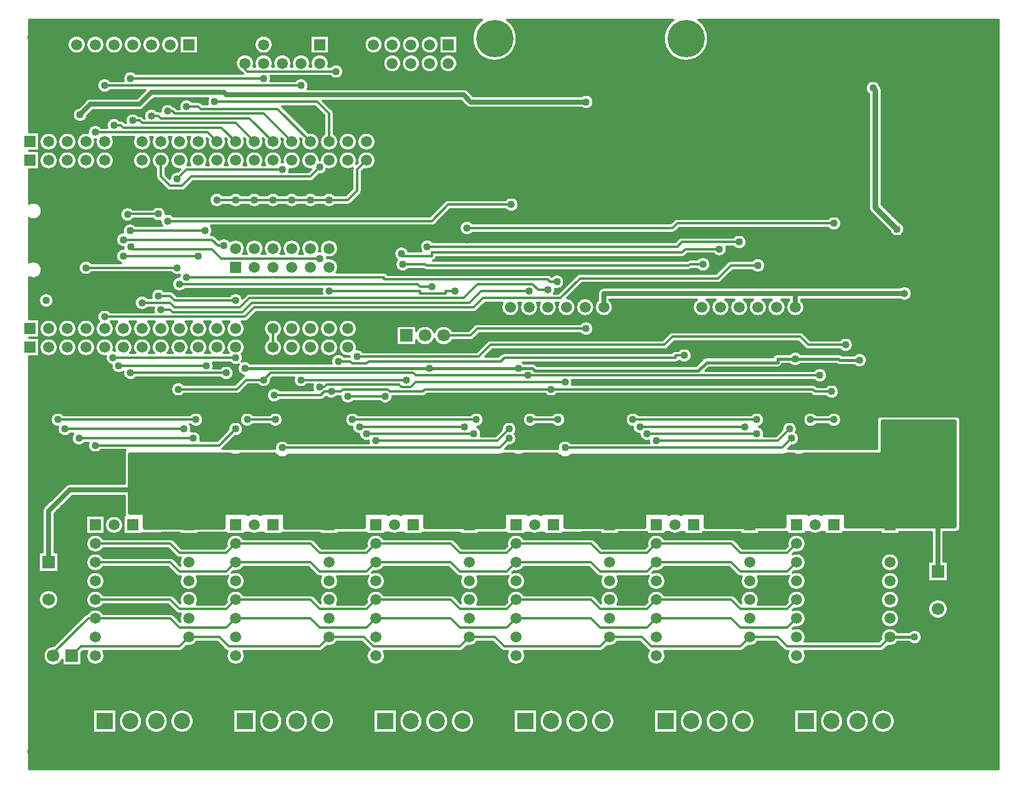
<source format=gbr>
G04 DipTrace 3.3.1.3*
G04 Bottom.gbr*
%MOIN*%
G04 #@! TF.FileFunction,Copper,L2,Bot*
G04 #@! TF.Part,Single*
G04 #@! TA.AperFunction,CopperBalancing*
%ADD14C,0.012*%
G04 #@! TA.AperFunction,ViaPad*
%ADD15C,0.03*%
G04 #@! TA.AperFunction,CopperBalancing*
%ADD16C,0.025*%
G04 #@! TA.AperFunction,Conductor*
%ADD22C,0.013*%
%ADD23C,0.015*%
G04 #@! TA.AperFunction,ComponentPad*
%ADD33R,0.059055X0.059055*%
%ADD34C,0.059055*%
%ADD35R,0.066929X0.066929*%
%ADD36C,0.066929*%
%ADD38C,0.2*%
%ADD43R,0.12X0.12*%
%ADD44C,0.12*%
%ADD45R,0.086614X0.086614*%
%ADD46C,0.086614*%
G04 #@! TA.AperFunction,ViaPad*
%ADD51C,0.04*%
%FSLAX26Y26*%
G04*
G70*
G90*
G75*
G01*
G04 Bottom*
%LPD*%
X1443700Y3481200D2*
D14*
X1543700D1*
X1643700D1*
X1743700D1*
X1843700D1*
X1943700D1*
X2043700D1*
X2143700D1*
X2193700Y3531200D1*
Y3643700D1*
X2243700Y3693700D1*
X943700Y3268700D2*
X1418700D1*
X1449949Y3237451D1*
X1481200D1*
X4952249Y4079655D2*
D15*
X4964695Y4067209D1*
Y3442364D1*
X5081695Y3325364D1*
X712007Y3937007D2*
D16*
X768700Y3993700D1*
X1031200D1*
X1093700Y4056200D1*
X1481200D1*
X1493700Y4043700D1*
X2762450D1*
X2800306Y4005844D1*
X3418700D1*
X2656200Y2756200D2*
D14*
X2799951D1*
X2837451Y2793700D1*
X3418700D1*
X631200Y2256200D2*
X1268700D1*
X593700Y2306200D2*
X1331200D1*
X793700Y1643700D2*
X1193700D1*
X1243700Y1593700D1*
X1493700D1*
X1543700Y1643700D1*
X1943700D1*
X1993700Y1593700D1*
X2243700D1*
X2293700Y1643700D1*
X2693700D1*
X2743700Y1593700D1*
X2993700D1*
X3043700Y1643700D1*
X3443700D1*
X3493700Y1593700D1*
X3743700D1*
X3793700Y1643700D1*
X4193700D1*
X4243700Y1593700D1*
X4493700D1*
X4543700Y1643700D1*
X982086Y3230314D2*
X993700Y3218700D1*
X1418700D1*
X1468700Y3168700D1*
X1993700D1*
X2343700Y2431200D2*
X2143700D1*
X1431200Y4006200D2*
X1981200D1*
X2043700Y3943700D1*
Y3793700D1*
X1181200Y3956200D2*
X1206200D1*
X1218700Y3943700D1*
X1693700D1*
X1843700Y3793700D1*
X1743700Y2693700D2*
Y2793700D1*
X943700Y3181200D2*
X1343700D1*
X1281200Y3981200D2*
X1343700D1*
X1356200Y3968700D1*
X1768700D1*
X1943700Y3793700D1*
X793700Y1543700D2*
X1193700D1*
X1243700Y1493700D1*
X1493700D1*
X1543700Y1543700D1*
X1943700D1*
X1993700Y1493700D1*
X2243700D1*
X2293700Y1543700D1*
X2693700D1*
X2743700Y1493700D1*
X2993700D1*
X3043700Y1543700D1*
X3443700D1*
X3493700Y1493700D1*
X3743700D1*
X3793700Y1543700D1*
X4193700D1*
X4243700Y1493700D1*
X4493700D1*
X4543700Y1543700D1*
X979428Y3316928D2*
X981200Y3318700D1*
X1381200D1*
X918700Y2593700D2*
X1387450D1*
X1143700Y3693700D2*
Y3606200D1*
X1193700Y3556200D1*
X1256200D1*
X1306200Y3606200D1*
X1943700D1*
X1993700Y3656200D1*
X793700Y3843700D2*
X1393700D1*
X1443700Y3793700D1*
X2456200Y2518700D2*
X1893700D1*
X793700Y1343700D2*
X1193700D1*
X1243700Y1293700D1*
X1493700D1*
X1543700Y1343700D1*
X1943700D1*
X1993700Y1293700D1*
X2243700D1*
X2293700Y1343700D1*
X2693700D1*
X2743700Y1293700D1*
X2993700D1*
X3043700Y1343700D1*
X3443700D1*
X3493700Y1293700D1*
X3743700D1*
X3793700Y1343700D1*
X4193700D1*
X4243700Y1293700D1*
X4493700D1*
X4543700Y1343700D1*
X966043Y3403543D2*
X968700Y3406200D1*
X1131200D1*
Y2968700D2*
X1193700D1*
X1218700Y2943700D1*
X1543700D1*
X887450Y2637450D2*
X1543700D1*
X1093700Y3931200D2*
X1131200D1*
X1143700Y3918700D1*
X1618700D1*
X1743700Y3793700D1*
X2206200Y2268700D2*
X2768700D1*
X993700Y3906200D2*
X1031200D1*
X1043700Y3893700D1*
X1543700D1*
X1643700Y3793700D1*
X3306200Y2506200D2*
X2506200D1*
X2481200Y2481200D1*
X2431200D1*
X2418700Y2493700D1*
X2031200D1*
X2018700Y2481200D1*
X1993700D1*
X3018700Y3456200D2*
X2681200D1*
X2593700Y3368700D1*
X1181200D1*
X3706200Y2268700D2*
X4268700D1*
X793700Y1243700D2*
X1193700D1*
X1243700Y1193700D1*
X1493700D1*
X1543700Y1243700D1*
X1943700D1*
X1993700Y1193700D1*
X2243700D1*
X2293700Y1243700D1*
X2693700D1*
X2743700Y1193700D1*
X2993700D1*
X3043700Y1243700D1*
X3443700D1*
X3493700Y1193700D1*
X3743700D1*
X3793700Y1243700D1*
X4193700D1*
X4243700Y1193700D1*
X4493700D1*
X4543700Y1243700D1*
X568700Y1043700D2*
Y1056200D1*
X756200Y1243700D1*
X793700D1*
X3943700Y2649949D2*
X3897808D1*
Y2637449D1*
X2981200D1*
X2962451Y2618700D1*
X2256200D1*
X2243700Y2606200D1*
X2168700D1*
X2156200Y2618700D1*
X2093700D1*
X4806200Y2706200D2*
X4606200D1*
X4562449Y2749951D1*
X3881201D1*
X3837451Y2706200D1*
X2906200D1*
X2843700Y2643700D1*
X2193700D1*
X1749950Y2437450D2*
X1999950D1*
X2018700Y2456200D1*
X2056200D1*
X3231200Y2468700D2*
X2556200D1*
X2543700Y2456200D1*
X2368700D1*
X2356200Y2468700D1*
X2118700D1*
X2106200Y2456200D1*
X2056200D1*
X4731200D2*
X4643700D1*
X4631200Y2468700D1*
X3231200D1*
X2043700Y2993700D2*
X2531516D1*
Y2981200D1*
X2665556D1*
Y2993700D1*
X2718700D1*
X3118708Y2306200D2*
X3268700D1*
X1606190D2*
X1756200D1*
X4618708D2*
X4743700D1*
X1293700Y1143700D2*
D22*
X1456200D1*
X1506200Y1093700D1*
X1993700D1*
X2043700Y1143700D1*
X2231200D1*
X2281200Y1093700D1*
X2743700D1*
X2793700Y1143700D1*
X2931200D1*
X2981200Y1093700D1*
X3493700D1*
X3543700Y1143700D1*
X3718700D1*
X3768700Y1093700D1*
X4243700D1*
X4293700Y1143700D1*
X4443700D1*
X4493700Y1093700D1*
X4993700D1*
X5043700Y1143700D1*
X1593700Y2581200D2*
D23*
X2581200D1*
X3056200D1*
X3131200D1*
X3143700Y2568700D1*
X4018700D1*
X4062451Y2612451D1*
X4442438D1*
Y2631200D1*
X4537451D1*
X4768700D1*
X4774951Y2624949D1*
X4881200D1*
X5174949Y1143700D2*
X5043700D1*
X668700Y1043700D2*
D14*
X718700Y1093700D1*
X1243700D1*
X1293700Y1143700D1*
X2568700Y3231200D2*
X3906200D1*
X3931200Y3256200D1*
X4237007D1*
X1143700Y2893700D2*
X1193700D1*
X1206200Y2881200D1*
X1581200D1*
X1631200Y2931200D1*
X2793700D1*
X2856200Y2993700D1*
X3113385D1*
X3668700Y2306200D2*
X4331200D1*
X2437449Y3137451D2*
X2556200D1*
X2562451Y3131200D1*
X3968700D1*
X3974951Y3137451D1*
X4043700D1*
X981200Y2556200D2*
X1493700D1*
X843700Y4093700D2*
X1893700D1*
X4337007Y3131200D2*
X4193701D1*
X4124951Y3062449D1*
X3387449D1*
X3281200Y2956200D1*
X2868700D1*
X2818700Y2906200D1*
X1643700D1*
X1593700Y2856200D1*
X843700D1*
X3213385Y2999949D2*
X3162451D1*
X3131200Y3031200D1*
X2837451D1*
X2762451Y2956200D1*
X1618700D1*
X1568700Y2906200D1*
X1218700D1*
X1193700Y2931200D1*
X1043700D1*
X2168700Y2306200D2*
X2831200D1*
X1793700Y3643700D2*
X1281200D1*
X1231200Y3593700D1*
Y3118700D2*
X743700D1*
X793700Y2168700D2*
X1456200D1*
X1543700Y2256200D1*
X1793700Y2156200D2*
X2956200D1*
X3006200Y2206200D1*
X981200Y4131200D2*
X1693700D1*
X1593700Y4211810D2*
Y4181200D1*
X1606200Y4168700D1*
X2081200D1*
X2431200Y3193700D2*
Y3181200D1*
X2593823D1*
Y3199949D1*
X3931200D1*
X3949951Y3218700D1*
X4131200D1*
X3306200Y2156200D2*
X4468700D1*
X4518700Y2206200D1*
X3262449Y3043700D2*
X3224949D1*
X3212449Y3056200D1*
X2336025D1*
Y3068700D1*
X1281200D1*
X893700Y3881200D2*
X931200D1*
X943700Y3868700D1*
X1468700D1*
X1543700Y3793700D1*
X1693700Y2518700D2*
X1599951D1*
X1549951Y2468700D1*
X1237451D1*
X4668700Y2543700D2*
X3106200D1*
X2506200D1*
X2493700Y2556200D1*
X1731200D1*
X1693700Y2518700D1*
X1243700Y3031200D2*
X2518700D1*
X2531200Y3018700D1*
X2593700D1*
X2781200Y3331200D2*
X3881200D1*
X3906200Y3356200D1*
X4743700D1*
X2243700Y2231200D2*
X2818700D1*
X706200Y2206200D2*
X1318700D1*
X2293700Y2193700D2*
X2943700D1*
X3006200Y2256200D1*
X3793700Y2193700D2*
X4443700D1*
X4506200Y2256200D1*
X3743700Y2231200D2*
X4331200D1*
X1843700Y1981200D2*
X1893700Y1931200D1*
X1918700D1*
X1943700D1*
X1843700Y1881200D2*
X1893700D1*
X1943700D1*
X1893700Y1931200D2*
X1843700D1*
X1893700D2*
X1943700Y1981200D1*
X3513385Y2907794D2*
D16*
Y2981200D1*
X4537007D1*
Y2907873D1*
X543700Y1543700D2*
Y1818700D1*
X656200Y1931200D1*
X1043700D1*
X5299951Y1493700D2*
Y1887449D1*
X5256200Y1931200D1*
X4943700D1*
X4537007Y2981200D2*
X5120982D1*
D51*
X943700Y3268700D3*
X1481200Y3237451D3*
X712007Y3937007D3*
X3418700Y4005844D3*
D3*
Y2793700D3*
X631200Y2256200D3*
X1268700D3*
X593700Y2306200D3*
X1331200D3*
X982086Y3230314D3*
X1993700Y3168700D3*
X2343700Y2431200D3*
X2143700D3*
X1431200Y4006200D3*
X1181200Y3956200D3*
X943700Y3181200D3*
X1343700D3*
X1281200Y3981200D3*
X979428Y3316928D3*
X1381200Y3318700D3*
X918700Y2593700D3*
X1387450D3*
X1993700Y3656200D3*
X793700Y3843700D3*
X2456200Y2518700D3*
X1893700D3*
X966043Y3403543D3*
X1131200Y3406200D3*
Y2968700D3*
X1543700Y2943700D3*
X887450Y2637450D3*
X1543700D3*
X1093700Y3931200D3*
X2206200Y2268700D3*
X2768700D3*
X993700Y3906200D3*
X3306200Y2506200D3*
X1993700Y2481200D3*
X3018700Y3456200D3*
X1181200Y3368700D3*
X3706200Y2268700D3*
X4268700D3*
X3943700Y2649949D3*
X2093700Y2618700D3*
X4806200Y2706200D3*
X2193700Y2643700D3*
X1749950Y2437450D3*
X2056200Y2456200D3*
X3231200Y2468700D3*
X4731200Y2456200D3*
X3231200Y2468700D3*
X2043700Y2993700D3*
X2718700D3*
X3118708Y2306200D3*
X3268700D3*
X1606190D3*
X1756200D3*
X4618708D3*
X4743700D3*
X1593700Y2581200D3*
X2581200D3*
X3056200D3*
X4537451Y2631200D3*
X4881200Y2624949D3*
X5174949Y1143700D3*
X2568700Y3231200D3*
X4237007Y3256200D3*
X1143700Y2893700D3*
X3113385Y2993700D3*
X3668700Y2306200D3*
X4331200D3*
X2437449Y3137451D3*
X4043700D3*
X981200Y2556200D3*
X1493700D3*
X843700Y4093700D3*
X1893700D3*
X4337007Y3131200D3*
X843700Y2856200D3*
X3213385Y2999949D3*
X1043700Y2931200D3*
X2168700Y2306200D3*
X2831200D3*
X1793700Y3643700D3*
X1231200Y3593700D3*
Y3118700D3*
X743700D3*
X793700Y2168700D3*
X1543700Y2256200D3*
X1793700Y2156200D3*
X3006200Y2206200D3*
X981200Y4131200D3*
X1693700D3*
X2081200Y4168700D3*
X2431200Y3193700D3*
X4131200Y3218700D3*
X3306200Y2156200D3*
X4518700Y2206200D3*
X3262449Y3043700D3*
X1281200Y3068700D3*
X893700Y3881200D3*
X1693700Y2518700D3*
X1237451Y2468700D3*
X4668700Y2543700D3*
X1693700Y2518700D3*
X3106200Y2543700D3*
X1243700Y3031200D3*
X2593700Y3018700D3*
X2781200Y3331200D3*
X4743700Y3356200D3*
X2243700Y2231200D3*
X2818700D3*
X706200Y2206200D3*
X1318700D3*
X2293700Y2193700D3*
X3006200Y2256200D3*
X3793700Y2193700D3*
X4506200Y2256200D3*
X3743700Y2231200D3*
X4331200D3*
X5120982Y2981200D3*
X2243700Y3418700D3*
X1093700Y2381200D3*
X1043700D3*
X1143700D3*
X1856200D3*
X1893700D3*
X1931200D3*
X2543700D3*
X2593700D3*
X2643700D3*
X3343700D3*
X3393700D3*
X3443700D3*
X4043700D3*
X4093700D3*
X4143700D3*
X4843700D3*
X4893700D3*
X4943700D3*
X3443700Y1981200D3*
Y1931200D3*
Y1881200D3*
X3343700Y1981200D3*
Y1931200D3*
Y1881200D3*
X2643700Y1981200D3*
Y1931200D3*
Y1881200D3*
X2543700Y1981200D3*
Y1931200D3*
Y1881200D3*
X4943700Y1981200D3*
Y1931200D3*
Y1881200D3*
X4843700Y1981200D3*
Y1931200D3*
Y1881200D3*
X4143700Y1981200D3*
Y1931200D3*
Y1881200D3*
X4043700Y1981200D3*
Y1931200D3*
Y1881200D3*
X1443700Y3481200D3*
X1543700D3*
X1643700D3*
X1743700D3*
X1843700D3*
X1943700D3*
X2043700D3*
X1943700Y1981200D3*
Y1931200D3*
Y1881200D3*
X1843700Y1981200D3*
Y1931200D3*
Y1881200D3*
X1143700Y1981200D3*
Y1931200D3*
Y1881200D3*
X1043700Y1981200D3*
Y1931200D3*
Y1881200D3*
D15*
X5159695Y3624364D3*
X5185695D3*
X5211695D3*
X5159695Y3585364D3*
X5185695D3*
X5211695D3*
X5159695Y3546364D3*
X5185695D3*
X5211695D3*
X5407249Y3975655D3*
Y3936655D3*
D51*
X5081695Y3325364D3*
X4952249Y4079655D3*
X1543700Y3306200D3*
X1643700D3*
X1743700D3*
X1843700D3*
X1943700D3*
X1443700D3*
X543700Y3543700D3*
X806200D3*
Y2943700D3*
X531200D3*
X1606200Y2418700D3*
X4556200Y2168700D3*
X4618700Y2418700D3*
X1543700Y2168700D3*
X3056200D3*
X3131200Y2418700D3*
X2781200Y3268700D3*
X831200Y3356200D3*
X2831200Y3506200D3*
X2381200Y3106200D3*
X2043700Y3306200D3*
X5354330Y1633857D3*
Y1673228D3*
X5413385D3*
X5472440D3*
X5531495D3*
X5590550D3*
X5413385Y1633857D3*
X5472440D3*
X5531495D3*
X5590550D3*
X2718700Y2687450D3*
X5008704Y2268831D2*
D16*
X5384937D1*
X5008704Y2243962D2*
X5384937D1*
X5008704Y2219094D2*
X5384937D1*
X5008704Y2194225D2*
X5384937D1*
X5008704Y2169356D2*
X5384937D1*
X5008704Y2144487D2*
X5384937D1*
X5000917Y2119619D2*
X5384937D1*
X983718Y2094750D2*
X5384937D1*
X983718Y2069881D2*
X5384937D1*
X983718Y2045012D2*
X5384937D1*
X983718Y2020144D2*
X5384937D1*
X983718Y1995275D2*
X5384937D1*
X983718Y1970406D2*
X5384937D1*
X983718Y1945537D2*
X5384937D1*
X983718Y1920669D2*
X5384937D1*
X983718Y1895800D2*
X5384937D1*
X983718Y1870931D2*
X5384937D1*
X983718Y1846062D2*
X5384937D1*
X983718Y1821193D2*
X5384937D1*
X1064242Y1796325D2*
X1473166D1*
X1814222D2*
X2223182D1*
X2564237D2*
X2973161D1*
X3314216D2*
X3723176D1*
X4064232D2*
X4473156D1*
X4814211D2*
X5384937D1*
X1064242Y1771456D2*
X1473166D1*
X1814222D2*
X2223182D1*
X2564237D2*
X2973161D1*
X3314216D2*
X3723176D1*
X4064232D2*
X4473156D1*
X4814211D2*
X5384937D1*
X1064242Y1746587D2*
X1473166D1*
X1814222D2*
X2223182D1*
X2564237D2*
X2973161D1*
X3314216D2*
X3723176D1*
X4064232D2*
X4473156D1*
X4814211D2*
X5384937D1*
X1484859Y1811728D2*
X1611728D1*
Y1803725D1*
X1617667Y1806549D1*
X1627819Y1809848D1*
X1638363Y1811518D1*
X1649037D1*
X1659581Y1809848D1*
X1669733Y1806549D1*
X1675658Y1803711D1*
X1675673Y1811727D1*
X1811728D1*
Y1732388D1*
X2225668Y1732973D1*
X2225672Y1811728D1*
X2361728D1*
Y1803725D1*
X2367667Y1806549D1*
X2377819Y1809848D1*
X2388363Y1811518D1*
X2399037D1*
X2409581Y1809848D1*
X2419733Y1806549D1*
X2425658Y1803711D1*
X2425673Y1811727D1*
X2561728D1*
Y1733464D1*
X2975647Y1734031D1*
X2975672Y1811728D1*
X3111728D1*
Y1803725D1*
X3117667Y1806549D1*
X3127819Y1809848D1*
X3138363Y1811518D1*
X3149037D1*
X3159581Y1809848D1*
X3169733Y1806549D1*
X3175658Y1803711D1*
X3175673Y1811727D1*
X3311728D1*
Y1734469D1*
X3725698Y1735088D1*
X3725673Y1811727D1*
X3861728D1*
Y1803725D1*
X3867667Y1806549D1*
X3877819Y1809848D1*
X3888363Y1811518D1*
X3899037D1*
X3909581Y1809848D1*
X3919733Y1806549D1*
X3925658Y1803711D1*
X3925673Y1811727D1*
X4061728D1*
Y1735545D1*
X4475676Y1736146D1*
X4475673Y1811727D1*
X4611728D1*
Y1803725D1*
X4617667Y1806549D1*
X4627819Y1809848D1*
X4638363Y1811518D1*
X4649037D1*
X4659581Y1809848D1*
X4669733Y1806549D1*
X4675658Y1803711D1*
X4675673Y1811727D1*
X4811728D1*
Y1736622D1*
X5387421Y1737432D1*
X5387449Y2293678D1*
X5006192Y2293700D1*
X5006046Y2129245D1*
X5005249Y2126416D1*
X5003813Y2123853D1*
X5001818Y2121695D1*
X4999375Y2120062D1*
X4996618Y2119045D1*
X4993696Y2118700D1*
X4586594D1*
X4578587Y2114653D1*
X4569857Y2111816D1*
X4560790Y2110380D1*
X4551610D1*
X4542543Y2111816D1*
X4533813Y2114653D1*
X4525837Y2118707D1*
X4492649Y2118700D1*
X4485729Y2115087D1*
X4479088Y2112930D1*
X4472191Y2111837D1*
X4431955Y2111700D1*
X3344197D1*
X3336766Y2106321D1*
X3328587Y2102153D1*
X3319857Y2099316D1*
X3310790Y2097880D1*
X3301610D1*
X3292543Y2099316D1*
X3283813Y2102153D1*
X3275634Y2106321D1*
X3268207Y2111716D1*
X3261716Y2118207D1*
X3261327Y2118700D1*
X3086563D1*
X3078587Y2114653D1*
X3069857Y2111816D1*
X3060790Y2110380D1*
X3051610D1*
X3042543Y2111816D1*
X3033813Y2114653D1*
X3025837Y2118707D1*
X2980131Y2118700D1*
X2973229Y2115087D1*
X2966588Y2112930D1*
X2959691Y2111837D1*
X2919455Y2111700D1*
X1831697D1*
X1824266Y2106321D1*
X1816087Y2102153D1*
X1807357Y2099316D1*
X1798290Y2097880D1*
X1789110D1*
X1780043Y2099316D1*
X1771313Y2102153D1*
X1763134Y2106321D1*
X1755707Y2111716D1*
X1749216Y2118207D1*
X1748827Y2118700D1*
X1574045D1*
X1566087Y2114653D1*
X1557357Y2111816D1*
X1548290Y2110380D1*
X1539110D1*
X1530043Y2111816D1*
X1521313Y2114653D1*
X1513337Y2118707D1*
X981166Y2118700D1*
X981200Y1811723D1*
X1061728Y1811727D1*
Y1731311D1*
X1475690Y1731915D1*
X1475672Y1811728D1*
X1484859D1*
X440282Y4430949D2*
D14*
X2844679D1*
X3012805D2*
X3868288D1*
X4036438D2*
X5622726D1*
X440282Y4419081D2*
X2833897D1*
X3023586D2*
X3857507D1*
X4047219D2*
X5622726D1*
X440282Y4407212D2*
X2825601D1*
X3031883D2*
X3849233D1*
X4055493D2*
X5622726D1*
X440282Y4395343D2*
X2819249D1*
X3038235D2*
X3842858D1*
X4061868D2*
X5622726D1*
X440282Y4383474D2*
X2814468D1*
X3043016D2*
X3838077D1*
X4066626D2*
X5622726D1*
X440282Y4371606D2*
X2811093D1*
X3046391D2*
X3834702D1*
X4070024D2*
X5622726D1*
X440282Y4359737D2*
X682265D1*
X705126D2*
X782272D1*
X805133D2*
X882257D1*
X905141D2*
X982265D1*
X1005126D2*
X1082272D1*
X1105133D2*
X1182257D1*
X1205141D2*
X1243499D1*
X1343915D2*
X1682272D1*
X1705133D2*
X1943483D1*
X2043899D2*
X2269757D1*
X2292641D2*
X2369765D1*
X2392626D2*
X2469772D1*
X2492633D2*
X2569757D1*
X2592641D2*
X2630999D1*
X2731415D2*
X2808983D1*
X3048501D2*
X3832616D1*
X4072110D2*
X5622726D1*
X440282Y4347868D2*
X659319D1*
X728094D2*
X759304D1*
X828079D2*
X859311D1*
X928086D2*
X959319D1*
X1028094D2*
X1059304D1*
X1128079D2*
X1159311D1*
X1228086D2*
X1243499D1*
X1343915D2*
X1659304D1*
X1728079D2*
X1943483D1*
X2043899D2*
X2246811D1*
X2315586D2*
X2346819D1*
X2415594D2*
X2446804D1*
X2515579D2*
X2546811D1*
X2615586D2*
X2630999D1*
X2731415D2*
X2808093D1*
X3049391D2*
X3831726D1*
X4073001D2*
X5622726D1*
X440282Y4335999D2*
X649874D1*
X737516D2*
X749882D1*
X837524D2*
X849890D1*
X937532D2*
X949874D1*
X1037516D2*
X1049882D1*
X1137524D2*
X1149890D1*
X1343915D2*
X1649882D1*
X1737524D2*
X1943483D1*
X2043899D2*
X2237390D1*
X2325032D2*
X2337374D1*
X2425016D2*
X2437382D1*
X2525024D2*
X2537390D1*
X2731415D2*
X2808397D1*
X3049086D2*
X3832007D1*
X4072719D2*
X5622726D1*
X440282Y4324130D2*
X645069D1*
X1343915D2*
X1645077D1*
X1742329D2*
X1943483D1*
X2043899D2*
X2232561D1*
X2731415D2*
X2809874D1*
X3047610D2*
X3833507D1*
X4071219D2*
X5622726D1*
X440282Y4312262D2*
X643499D1*
X1343915D2*
X1643483D1*
X1743899D2*
X1943483D1*
X2043899D2*
X2230991D1*
X2731415D2*
X2812593D1*
X3044891D2*
X3836226D1*
X4068501D2*
X5622726D1*
X440282Y4300393D2*
X644835D1*
X1343915D2*
X1644843D1*
X1742563D2*
X1943483D1*
X2043899D2*
X2232351D1*
X2731415D2*
X2816647D1*
X3040836D2*
X3840280D1*
X4064446D2*
X5622726D1*
X440282Y4288524D2*
X649382D1*
X738032D2*
X749390D1*
X838016D2*
X849374D1*
X938024D2*
X949382D1*
X1038032D2*
X1049390D1*
X1138016D2*
X1149374D1*
X1343915D2*
X1649390D1*
X1738016D2*
X1943483D1*
X2043899D2*
X2236874D1*
X2325524D2*
X2336882D1*
X2425532D2*
X2436890D1*
X2525516D2*
X2536874D1*
X2731415D2*
X2822179D1*
X3035282D2*
X3845811D1*
X4058915D2*
X5622726D1*
X440282Y4276655D2*
X658358D1*
X729055D2*
X758366D1*
X829040D2*
X858351D1*
X929047D2*
X958358D1*
X1029055D2*
X1058366D1*
X1129040D2*
X1158351D1*
X1229047D2*
X1243499D1*
X1343915D2*
X1658366D1*
X1729040D2*
X1943483D1*
X2043899D2*
X2245851D1*
X2316547D2*
X2345858D1*
X2416555D2*
X2445866D1*
X2516540D2*
X2545851D1*
X2616547D2*
X2630999D1*
X2731415D2*
X2829444D1*
X3028016D2*
X3853077D1*
X4051649D2*
X5622726D1*
X440282Y4264787D2*
X678702D1*
X708711D2*
X778686D1*
X808696D2*
X878694D1*
X908704D2*
X978702D1*
X1008711D2*
X1078686D1*
X1108696D2*
X1178694D1*
X1208704D2*
X1243499D1*
X1343915D2*
X1678686D1*
X1708696D2*
X1943483D1*
X2043899D2*
X2266194D1*
X2296204D2*
X2366202D1*
X2396211D2*
X2466186D1*
X2496196D2*
X2566194D1*
X2596204D2*
X2630999D1*
X2731415D2*
X2838890D1*
X3018594D2*
X3862499D1*
X4042227D2*
X5622726D1*
X440282Y4252918D2*
X1565811D1*
X1621579D2*
X1665819D1*
X1721586D2*
X1765827D1*
X1821571D2*
X1865811D1*
X1921579D2*
X1965819D1*
X2021586D2*
X2353311D1*
X2409079D2*
X2453319D1*
X2509086D2*
X2553327D1*
X2609071D2*
X2653311D1*
X2709079D2*
X2851265D1*
X3006219D2*
X3874874D1*
X4029829D2*
X5622726D1*
X440282Y4241049D2*
X1553179D1*
X1634235D2*
X1653163D1*
X1734219D2*
X1753171D1*
X1834227D2*
X1853179D1*
X1934235D2*
X1953163D1*
X2034219D2*
X2340679D1*
X2421735D2*
X2440663D1*
X2521719D2*
X2540671D1*
X2621727D2*
X2640679D1*
X2721735D2*
X2868421D1*
X2989063D2*
X3892054D1*
X4012672D2*
X5622726D1*
X440282Y4229180D2*
X1546663D1*
X2040735D2*
X2334163D1*
X2728227D2*
X2897718D1*
X2959743D2*
X3921351D1*
X3983376D2*
X5622726D1*
X440282Y4217312D2*
X1543804D1*
X2043594D2*
X2331304D1*
X2731086D2*
X5622726D1*
X440282Y4205443D2*
X1543897D1*
X2043501D2*
X2065546D1*
X2096844D2*
X2331397D1*
X2730993D2*
X5622726D1*
X440282Y4193574D2*
X1547015D1*
X2113063D2*
X2334515D1*
X2427899D2*
X2434513D1*
X2527883D2*
X2534507D1*
X2627891D2*
X2634515D1*
X2727899D2*
X5622726D1*
X440282Y4181705D2*
X1553835D1*
X2119672D2*
X2341335D1*
X2421079D2*
X2441319D1*
X2521063D2*
X2541327D1*
X2621071D2*
X2641335D1*
X2721079D2*
X5622726D1*
X440282Y4169836D2*
X971882D1*
X990524D2*
X1567194D1*
X2121852D2*
X2354694D1*
X2407696D2*
X2454702D1*
X2507704D2*
X2554710D1*
X2607688D2*
X2654694D1*
X2707696D2*
X5622726D1*
X440282Y4157968D2*
X950976D1*
X1011430D2*
X1579686D1*
X2120399D2*
X5622726D1*
X440282Y4146099D2*
X943429D1*
X2114774D2*
X5622726D1*
X440282Y4134230D2*
X940640D1*
X1734266D2*
X2060741D1*
X2101649D2*
X5622726D1*
X440282Y4122361D2*
X815343D1*
X872047D2*
X941530D1*
X1733376D2*
X1865343D1*
X1922047D2*
X5622726D1*
X440282Y4110493D2*
X806765D1*
X1930626D2*
X4926397D1*
X4978110D2*
X5622726D1*
X440282Y4098624D2*
X803319D1*
X1934071D2*
X4916413D1*
X4988071D2*
X5622726D1*
X440282Y4086755D2*
X803624D1*
X1933766D2*
X4912218D1*
X4994305D2*
X5622726D1*
X440282Y4074886D2*
X807796D1*
X2770719D2*
X4911866D1*
X4999508D2*
X5622726D1*
X440282Y4063018D2*
X817663D1*
X869751D2*
X1054101D1*
X2789563D2*
X4915241D1*
X5000376D2*
X5622726D1*
X440282Y4051149D2*
X1042218D1*
X2801422D2*
X4923726D1*
X5000376D2*
X5622726D1*
X440282Y4039280D2*
X1030358D1*
X2813305D2*
X3396515D1*
X3440891D2*
X4929022D1*
X5000376D2*
X5622726D1*
X440282Y4027411D2*
X1018476D1*
X3452961D2*
X4929022D1*
X5000376D2*
X5622726D1*
X440282Y4015543D2*
X744116D1*
X1099461D2*
X1260515D1*
X1301868D2*
X1391647D1*
X3458165D2*
X4929022D1*
X5000376D2*
X5622726D1*
X440282Y4003674D2*
X732257D1*
X1087602D2*
X1247530D1*
X1356899D2*
X1390593D1*
X2020954D2*
X2756038D1*
X3459313D2*
X4929022D1*
X5000376D2*
X5622726D1*
X440282Y3991805D2*
X720374D1*
X1075743D2*
X1162944D1*
X1199446D2*
X1241976D1*
X2032836D2*
X2767921D1*
X3456805D2*
X4929022D1*
X5000376D2*
X5622726D1*
X440282Y3979936D2*
X708515D1*
X1063860D2*
X1148460D1*
X1216672D2*
X1240546D1*
X1794688D2*
X1970226D1*
X2044696D2*
X2780366D1*
X3449680D2*
X4929022D1*
X5000376D2*
X5622726D1*
X440282Y3968067D2*
X686436D1*
X1051532D2*
X1078382D1*
X1109024D2*
X1142343D1*
X1806571D2*
X1982108D1*
X2056555D2*
X3406030D1*
X3431376D2*
X4929022D1*
X5000376D2*
X5622726D1*
X440282Y3956199D2*
X676311D1*
X777618D2*
X1061952D1*
X1818430D2*
X1993968D1*
X2067102D2*
X4929022D1*
X5000376D2*
X5622726D1*
X440282Y3944330D2*
X672022D1*
X765758D2*
X982265D1*
X1005126D2*
X1055272D1*
X1830313D2*
X2005827D1*
X2070383D2*
X4929022D1*
X5000376D2*
X5622726D1*
X440282Y3932461D2*
X671601D1*
X753899D2*
X963022D1*
X1024368D2*
X1053046D1*
X1842172D2*
X2017030D1*
X2070383D2*
X4929022D1*
X5000376D2*
X5622726D1*
X440282Y3920592D2*
X674905D1*
X749118D2*
X889874D1*
X897526D2*
X955733D1*
X1854032D2*
X2017030D1*
X2070383D2*
X4929022D1*
X5000376D2*
X5622726D1*
X440282Y3908724D2*
X683272D1*
X740751D2*
X864186D1*
X923211D2*
X953108D1*
X1865915D2*
X2017030D1*
X2070383D2*
X4929022D1*
X5000376D2*
X5622726D1*
X440282Y3896855D2*
X856265D1*
X1877774D2*
X2017030D1*
X2070383D2*
X4929022D1*
X5000376D2*
X5622726D1*
X440282Y3884986D2*
X853194D1*
X1889657D2*
X2017030D1*
X2070383D2*
X4929022D1*
X5000376D2*
X5622726D1*
X440282Y3873117D2*
X766171D1*
X821235D2*
X853851D1*
X1901516D2*
X2017030D1*
X2070383D2*
X4929022D1*
X5000376D2*
X5622726D1*
X440282Y3861249D2*
X757124D1*
X1913376D2*
X2017030D1*
X2070383D2*
X4929022D1*
X5000376D2*
X5622726D1*
X440282Y3849380D2*
X753421D1*
X1925258D2*
X2017030D1*
X2070383D2*
X4929022D1*
X5000376D2*
X5622726D1*
X493907Y3837511D2*
X520546D1*
X566868D2*
X620530D1*
X666852D2*
X720538D1*
X1966860D2*
X2017030D1*
X2070383D2*
X2120530D1*
X2166852D2*
X2220538D1*
X2266860D2*
X4929022D1*
X5000376D2*
X5622726D1*
X493907Y3825642D2*
X505335D1*
X582079D2*
X605343D1*
X682063D2*
X705327D1*
X1982071D2*
X2005335D1*
X2082079D2*
X2105343D1*
X2182063D2*
X2205327D1*
X2282071D2*
X4929022D1*
X5000376D2*
X5622726D1*
X589602Y3813773D2*
X597796D1*
X689610D2*
X697804D1*
X889602D2*
X997804D1*
X1089618D2*
X1097808D1*
X1189602D2*
X1197796D1*
X1289610D2*
X1297804D1*
X1989618D2*
X1997808D1*
X2089602D2*
X2097796D1*
X2189610D2*
X2197804D1*
X2289618D2*
X4929022D1*
X5000376D2*
X5622726D1*
X893211Y3801905D2*
X994194D1*
X2293227D2*
X4929022D1*
X5000376D2*
X5622726D1*
X893774Y3790036D2*
X993632D1*
X2293766D2*
X4929022D1*
X5000376D2*
X5622726D1*
X891383Y3778167D2*
X996022D1*
X2291376D2*
X4929022D1*
X5000376D2*
X5622726D1*
X493907Y3766298D2*
X501866D1*
X585524D2*
X601874D1*
X685532D2*
X701858D1*
X785540D2*
X801866D1*
X885524D2*
X1001858D1*
X1085540D2*
X1101866D1*
X1185524D2*
X1201874D1*
X1285532D2*
X1301858D1*
X1385540D2*
X1401866D1*
X1485524D2*
X1501874D1*
X1585532D2*
X1601858D1*
X1685540D2*
X1701866D1*
X1785524D2*
X1801874D1*
X1885532D2*
X1901858D1*
X1985540D2*
X2001866D1*
X2085524D2*
X2101874D1*
X2185532D2*
X2201858D1*
X2285540D2*
X4929022D1*
X5000376D2*
X5622726D1*
X493907Y3754430D2*
X513186D1*
X574227D2*
X613171D1*
X674211D2*
X713179D1*
X774219D2*
X813186D1*
X874227D2*
X1013179D1*
X1074219D2*
X1113186D1*
X1174227D2*
X1213171D1*
X1274211D2*
X1313179D1*
X1374219D2*
X1413186D1*
X1474227D2*
X1513171D1*
X1574211D2*
X1613179D1*
X1674219D2*
X1713186D1*
X1774227D2*
X1813171D1*
X1874211D2*
X1913179D1*
X1974219D2*
X2013186D1*
X2074227D2*
X2113171D1*
X2174211D2*
X2213179D1*
X2274219D2*
X4929022D1*
X5000376D2*
X5622726D1*
X493907Y3742561D2*
X538710D1*
X548680D2*
X638718D1*
X648679D2*
X738702D1*
X748671D2*
X838710D1*
X848680D2*
X1038702D1*
X1048671D2*
X1138710D1*
X1148680D2*
X1238718D1*
X1248679D2*
X1338702D1*
X1348671D2*
X1438710D1*
X1448680D2*
X1538718D1*
X1548679D2*
X1638702D1*
X1648671D2*
X1738710D1*
X1748680D2*
X1838718D1*
X1848679D2*
X1938702D1*
X1948671D2*
X2038710D1*
X2048680D2*
X2138718D1*
X2148679D2*
X2238702D1*
X2248671D2*
X4929022D1*
X5000376D2*
X5622726D1*
X493907Y3730692D2*
X510351D1*
X577040D2*
X610358D1*
X677047D2*
X710366D1*
X777055D2*
X810351D1*
X877040D2*
X1010366D1*
X1077055D2*
X1110351D1*
X1177040D2*
X1210358D1*
X1277047D2*
X1310366D1*
X1377055D2*
X1410351D1*
X1477040D2*
X1510358D1*
X1577047D2*
X1610366D1*
X1677055D2*
X1710351D1*
X1777040D2*
X1810358D1*
X1877047D2*
X1910366D1*
X1977055D2*
X2010351D1*
X2077040D2*
X2110358D1*
X2177047D2*
X2210366D1*
X2277055D2*
X4929022D1*
X5000376D2*
X5622726D1*
X493907Y3718823D2*
X500413D1*
X586977D2*
X600421D1*
X686985D2*
X700429D1*
X786969D2*
X800413D1*
X886977D2*
X1000429D1*
X1086969D2*
X1100413D1*
X1186977D2*
X1200421D1*
X1286985D2*
X1300429D1*
X1386969D2*
X1400413D1*
X1486977D2*
X1500421D1*
X1586985D2*
X1600429D1*
X1686969D2*
X1700413D1*
X1786977D2*
X1800421D1*
X1886985D2*
X1900429D1*
X1986969D2*
X2000413D1*
X2086977D2*
X2100421D1*
X2186985D2*
X2200429D1*
X2286969D2*
X4929022D1*
X5000376D2*
X5622726D1*
X892086Y3706955D2*
X995319D1*
X2292079D2*
X4929022D1*
X5000376D2*
X5622726D1*
X893891Y3695086D2*
X993515D1*
X2293883D2*
X4929022D1*
X5000376D2*
X5622726D1*
X892766Y3683217D2*
X994616D1*
X2292782D2*
X4929022D1*
X5000376D2*
X5622726D1*
X588524Y3671348D2*
X598897D1*
X688508D2*
X698882D1*
X788516D2*
X798890D1*
X888524D2*
X998882D1*
X1088516D2*
X1098890D1*
X1188524D2*
X1198897D1*
X1288508D2*
X1298882D1*
X1388516D2*
X1398890D1*
X1488524D2*
X1498897D1*
X1588508D2*
X1598882D1*
X1688516D2*
X1698890D1*
X1888508D2*
X1898882D1*
X2088524D2*
X2098897D1*
X2288516D2*
X4929022D1*
X5000376D2*
X5622726D1*
X493907Y3659480D2*
X507421D1*
X579993D2*
X607429D1*
X679977D2*
X707413D1*
X779985D2*
X807421D1*
X879993D2*
X1007413D1*
X1079985D2*
X1107421D1*
X1179993D2*
X1207429D1*
X1879977D2*
X1907413D1*
X2079993D2*
X2107429D1*
X2279985D2*
X4929022D1*
X5000376D2*
X5622726D1*
X493907Y3647611D2*
X525843D1*
X561547D2*
X625851D1*
X661555D2*
X725835D1*
X761563D2*
X825843D1*
X861547D2*
X1025835D1*
X1061563D2*
X1117030D1*
X1170383D2*
X1225851D1*
X1861555D2*
X1925835D1*
X2061547D2*
X2125851D1*
X2261563D2*
X4929022D1*
X5000376D2*
X5622726D1*
X440282Y3635742D2*
X1117030D1*
X1170383D2*
X1235999D1*
X1833571D2*
X1936007D1*
X2028665D2*
X2167030D1*
X2222985D2*
X4929022D1*
X5000376D2*
X5622726D1*
X440282Y3623873D2*
X1117030D1*
X1170383D2*
X1204546D1*
X2017555D2*
X2167030D1*
X2220383D2*
X4929022D1*
X5000376D2*
X5622726D1*
X440282Y3612004D2*
X1117030D1*
X1175141D2*
X1195030D1*
X1986735D2*
X2167030D1*
X2220383D2*
X4929022D1*
X5000376D2*
X5622726D1*
X440282Y3600136D2*
X1117757D1*
X1974876D2*
X2167030D1*
X2220383D2*
X4929022D1*
X5000376D2*
X5622726D1*
X440282Y3588267D2*
X1124390D1*
X1962993D2*
X2167030D1*
X2220383D2*
X4929022D1*
X5000376D2*
X5622726D1*
X440282Y3576398D2*
X1136272D1*
X1313633D2*
X2167030D1*
X2220383D2*
X4929022D1*
X5000376D2*
X5622726D1*
X440282Y3564529D2*
X1148132D1*
X1301774D2*
X2167030D1*
X2220383D2*
X4929022D1*
X5000376D2*
X5622726D1*
X440282Y3552661D2*
X1160015D1*
X1289891D2*
X2167030D1*
X2220383D2*
X4929022D1*
X5000376D2*
X5622726D1*
X440282Y3540792D2*
X1171874D1*
X1278032D2*
X2166069D1*
X2220383D2*
X4929022D1*
X5000376D2*
X5622726D1*
X440282Y3528923D2*
X2154186D1*
X2220290D2*
X4929022D1*
X5000376D2*
X5622726D1*
X440282Y3517054D2*
X1425983D1*
X1461430D2*
X1525968D1*
X1561438D2*
X1625976D1*
X1661422D2*
X1725983D1*
X1761430D2*
X1825968D1*
X1861438D2*
X1925976D1*
X1961422D2*
X2025983D1*
X2061430D2*
X2142327D1*
X2216094D2*
X4929022D1*
X5000376D2*
X5622726D1*
X440282Y3505186D2*
X1411147D1*
X2204915D2*
X4929022D1*
X5000376D2*
X5622726D1*
X440282Y3493317D2*
X1404936D1*
X2193055D2*
X3004054D1*
X3033360D2*
X4929022D1*
X5000376D2*
X5622726D1*
X440282Y3481448D2*
X1403015D1*
X2181172D2*
X2676561D1*
X3050258D2*
X4929022D1*
X5000376D2*
X5622726D1*
X440282Y3469579D2*
X1404772D1*
X2169313D2*
X2657343D1*
X3057055D2*
X4929022D1*
X5000376D2*
X5622726D1*
X493016Y3457710D2*
X1410772D1*
X2154782D2*
X2645483D1*
X3059352D2*
X4929022D1*
X5000376D2*
X5622726D1*
X503047Y3445842D2*
X1424929D1*
X1462461D2*
X1524936D1*
X1562469D2*
X1624944D1*
X1662454D2*
X1724929D1*
X1762461D2*
X1824936D1*
X1862469D2*
X1924944D1*
X1962454D2*
X2024929D1*
X2062461D2*
X2633601D1*
X3057993D2*
X4929022D1*
X5011180D2*
X5622726D1*
X507922Y3433973D2*
X939679D1*
X992399D2*
X1101936D1*
X1160469D2*
X2621741D1*
X3052532D2*
X4930054D1*
X5023040D2*
X5622726D1*
X509282Y3422104D2*
X929999D1*
X1168532D2*
X2609858D1*
X2684329D2*
X2997585D1*
X3039805D2*
X4935585D1*
X5034922D2*
X5622726D1*
X507524Y3410235D2*
X925944D1*
X1171672D2*
X2597999D1*
X2672469D2*
X4946858D1*
X5046782D2*
X5622726D1*
X502157Y3398367D2*
X925710D1*
X1208446D2*
X2586140D1*
X2660610D2*
X4958741D1*
X5058665D2*
X5622726D1*
X491188Y3386498D2*
X929226D1*
X2648727D2*
X4717194D1*
X4770219D2*
X4970601D1*
X5070524D2*
X5622726D1*
X440282Y3374629D2*
X937968D1*
X994133D2*
X1106296D1*
X2636868D2*
X3887413D1*
X4779805D2*
X4982460D1*
X5082383D2*
X5622726D1*
X440282Y3362760D2*
X1140960D1*
X2624985D2*
X2756272D1*
X2806110D2*
X3875530D1*
X4783836D2*
X4994343D1*
X5095555D2*
X5622726D1*
X440282Y3350892D2*
X958101D1*
X1000766D2*
X1144757D1*
X2613126D2*
X2745772D1*
X4784024D2*
X5006202D1*
X5113016D2*
X5622726D1*
X440282Y3339023D2*
X945515D1*
X1416243D2*
X2741296D1*
X4780438D2*
X5018085D1*
X5119930D2*
X5622726D1*
X440282Y3327154D2*
X940101D1*
X1420954D2*
X2740733D1*
X3914399D2*
X4715765D1*
X4771649D2*
X5029944D1*
X5122344D2*
X5622726D1*
X440282Y3315285D2*
X938788D1*
X1421727D2*
X2743874D1*
X3902516D2*
X5041804D1*
X5121055D2*
X5622726D1*
X440282Y3303417D2*
X923694D1*
X1418797D2*
X2751960D1*
X2810446D2*
X5047686D1*
X5115711D2*
X5622726D1*
X440282Y3291548D2*
X910311D1*
X1431172D2*
X4218233D1*
X4255790D2*
X5060108D1*
X5103266D2*
X5622726D1*
X440282Y3279679D2*
X904569D1*
X1444954D2*
X3920108D1*
X4269946D2*
X5622726D1*
X440282Y3267810D2*
X903022D1*
X1507649D2*
X1526319D1*
X1561086D2*
X1626304D1*
X1661094D2*
X1726311D1*
X1761102D2*
X1826319D1*
X1861086D2*
X1926304D1*
X1961094D2*
X2026311D1*
X2061102D2*
X2552718D1*
X2584672D2*
X3905577D1*
X4275946D2*
X5622726D1*
X440282Y3255941D2*
X905132D1*
X1579813D2*
X1607577D1*
X1679821D2*
X1707585D1*
X1779829D2*
X1807593D1*
X1879813D2*
X1907577D1*
X1979821D2*
X2007585D1*
X2079829D2*
X2536733D1*
X4277680D2*
X5622726D1*
X440282Y3244073D2*
X911647D1*
X1588438D2*
X1598976D1*
X1688422D2*
X1698983D1*
X1788430D2*
X1798968D1*
X1888438D2*
X1898976D1*
X1988422D2*
X1998983D1*
X2088430D2*
X2530171D1*
X4275782D2*
X5622726D1*
X440282Y3232204D2*
X927444D1*
X2092743D2*
X2421280D1*
X2441118D2*
X2528038D1*
X4269547D2*
X5622726D1*
X440282Y3220335D2*
X937288D1*
X2093891D2*
X2400866D1*
X2461532D2*
X2529538D1*
X4171836D2*
X4219311D1*
X4254711D2*
X5622726D1*
X440282Y3208466D2*
X913944D1*
X2092133D2*
X2393390D1*
X2469008D2*
X2535233D1*
X4170524D2*
X5622726D1*
X440282Y3196598D2*
X906140D1*
X1587079D2*
X1600311D1*
X1687086D2*
X1700319D1*
X1787071D2*
X1800327D1*
X1887079D2*
X1900311D1*
X2087071D2*
X2390624D1*
X4165110D2*
X5622726D1*
X440282Y3184729D2*
X903186D1*
X2077227D2*
X2391561D1*
X3953211D2*
X4109882D1*
X4152524D2*
X5622726D1*
X440282Y3172860D2*
X903913D1*
X2050438D2*
X2396460D1*
X2619102D2*
X4025038D1*
X4062360D2*
X5622726D1*
X440282Y3160991D2*
X908577D1*
X2073993D2*
X2404546D1*
X2610547D2*
X3964007D1*
X4076586D2*
X4309897D1*
X4364118D2*
X5622726D1*
X483008Y3149123D2*
X717327D1*
X770071D2*
X919476D1*
X2085407D2*
X2398522D1*
X4082610D2*
X4174382D1*
X4373376D2*
X5622726D1*
X498547Y3137254D2*
X707647D1*
X2091336D2*
X2396765D1*
X4084391D2*
X4162522D1*
X4377219D2*
X5622726D1*
X505790Y3125385D2*
X703593D1*
X2093751D2*
X2398663D1*
X4082493D2*
X4150663D1*
X4377266D2*
X5622726D1*
X508954Y3113516D2*
X703358D1*
X2093235D2*
X2404851D1*
X4076305D2*
X4138780D1*
X4373516D2*
X5622726D1*
X508860Y3101648D2*
X706897D1*
X2089672D2*
X2419616D1*
X2455297D2*
X4025858D1*
X4061540D2*
X4126921D1*
X4201391D2*
X4309640D1*
X4364376D2*
X5622726D1*
X505555Y3089779D2*
X715616D1*
X771782D2*
X1203116D1*
X2351540D2*
X4115038D1*
X4189508D2*
X5622726D1*
X498032Y3077910D2*
X1241601D1*
X3226977D2*
X3241546D1*
X3283344D2*
X3365671D1*
X4177649D2*
X5622726D1*
X481696Y3066041D2*
X1223929D1*
X3296211D2*
X3353811D1*
X4165766D2*
X5622726D1*
X440282Y3054172D2*
X1210382D1*
X3301719D2*
X3341929D1*
X4153907D2*
X5622726D1*
X440282Y3042304D2*
X1204616D1*
X3303102D2*
X3330069D1*
X4141743D2*
X5622726D1*
X440282Y3030435D2*
X1203022D1*
X3300829D2*
X3318210D1*
X3392680D2*
X5622726D1*
X440282Y3018566D2*
X1205085D1*
X3294102D2*
X3306327D1*
X3380797D2*
X5107030D1*
X5134930D2*
X5622726D1*
X440282Y3006697D2*
X1119280D1*
X1143126D2*
X1211554D1*
X3277415D2*
X3294468D1*
X3368938D2*
X3492890D1*
X5152321D2*
X5622726D1*
X440282Y2994829D2*
X1100413D1*
X1161993D2*
X1227140D1*
X1260266D2*
X2003038D1*
X3253743D2*
X3282585D1*
X3357055D2*
X3483257D1*
X5159235D2*
X5622726D1*
X440282Y2982960D2*
X525843D1*
X536563D2*
X1093194D1*
X1216672D2*
X1538343D1*
X1549061D2*
X2004515D1*
X3250227D2*
X3270726D1*
X3345196D2*
X3480257D1*
X5161626D2*
X5622726D1*
X440282Y2971091D2*
X501561D1*
X560821D2*
X1090593D1*
X1228532D2*
X1514061D1*
X1573321D2*
X1596351D1*
X3333336D2*
X3480210D1*
X5160336D2*
X5622726D1*
X440282Y2959222D2*
X493710D1*
X568696D2*
X1014679D1*
X1072719D2*
X1091671D1*
X3321454D2*
X3480210D1*
X5154969D2*
X5622726D1*
X440282Y2947354D2*
X490686D1*
X571719D2*
X1006476D1*
X3343508D2*
X3383249D1*
X3443516D2*
X3480210D1*
X3546571D2*
X4006780D1*
X4067235D2*
X4106765D1*
X4167243D2*
X4206772D1*
X4267251D2*
X4306780D1*
X4367235D2*
X4406765D1*
X4467243D2*
X4503819D1*
X4570180D2*
X5099460D1*
X5142501D2*
X5622726D1*
X440282Y2935485D2*
X491390D1*
X571016D2*
X1003265D1*
X3355016D2*
X3371741D1*
X3455024D2*
X3471749D1*
X3555008D2*
X3995319D1*
X4078696D2*
X4095327D1*
X4178704D2*
X4195311D1*
X4278688D2*
X4295319D1*
X4378696D2*
X4395327D1*
X4478704D2*
X4495311D1*
X4578688D2*
X5622726D1*
X440282Y2923616D2*
X496007D1*
X566399D2*
X1003757D1*
X2873352D2*
X2965804D1*
X3560961D2*
X3989390D1*
X4584618D2*
X5622726D1*
X440282Y2911747D2*
X506811D1*
X555594D2*
X1008140D1*
X2861493D2*
X2963343D1*
X3563422D2*
X3986952D1*
X4587055D2*
X5622726D1*
X440282Y2899878D2*
X1018476D1*
X1068922D2*
X1103507D1*
X2849610D2*
X2963811D1*
X3562954D2*
X3987468D1*
X4586563D2*
X5622726D1*
X440282Y2888010D2*
X819116D1*
X868274D2*
X1103436D1*
X2837751D2*
X2967351D1*
X3059422D2*
X3067358D1*
X3159430D2*
X3167341D1*
X3259415D2*
X3267351D1*
X3359422D2*
X3367358D1*
X3459430D2*
X3467341D1*
X3559415D2*
X3991007D1*
X4083008D2*
X4091012D1*
X4183016D2*
X4190999D1*
X4283001D2*
X4291007D1*
X4383008D2*
X4391012D1*
X4483016D2*
X4490999D1*
X4583001D2*
X5622726D1*
X440282Y2876141D2*
X808429D1*
X1650876D2*
X2974780D1*
X3051993D2*
X3074765D1*
X3152001D2*
X3174772D1*
X3252008D2*
X3274780D1*
X3351993D2*
X3374765D1*
X3452001D2*
X3474772D1*
X3552008D2*
X3998460D1*
X4075555D2*
X4098468D1*
X4175563D2*
X4198452D1*
X4275547D2*
X4298460D1*
X4375555D2*
X4398468D1*
X4475563D2*
X4498452D1*
X4575547D2*
X5622726D1*
X440282Y2864272D2*
X803858D1*
X1639016D2*
X2989663D1*
X3037110D2*
X3089647D1*
X3137118D2*
X3189655D1*
X3237126D2*
X3289663D1*
X3337110D2*
X3389647D1*
X3437118D2*
X3489655D1*
X3537126D2*
X4013436D1*
X4060579D2*
X4113421D1*
X4160586D2*
X4213429D1*
X4260594D2*
X4313436D1*
X4360579D2*
X4413421D1*
X4460586D2*
X4513429D1*
X4560594D2*
X5622726D1*
X440282Y2852403D2*
X803202D1*
X1627133D2*
X5622726D1*
X493907Y2840535D2*
X528069D1*
X559321D2*
X628077D1*
X659329D2*
X728061D1*
X759336D2*
X806272D1*
X1615274D2*
X1728069D1*
X1759321D2*
X1828077D1*
X1859329D2*
X1928061D1*
X1959336D2*
X2028069D1*
X2059321D2*
X2128077D1*
X2159329D2*
X5622726D1*
X493907Y2828666D2*
X508171D1*
X579243D2*
X608155D1*
X679227D2*
X708163D1*
X779235D2*
X808171D1*
X879243D2*
X908155D1*
X979227D2*
X1008163D1*
X1079235D2*
X1108171D1*
X1179243D2*
X1208155D1*
X1279227D2*
X1308163D1*
X1379235D2*
X1408171D1*
X1479243D2*
X1508155D1*
X1579227D2*
X1708171D1*
X1779243D2*
X1808155D1*
X1879227D2*
X1908163D1*
X1979235D2*
X2008171D1*
X2079243D2*
X2108155D1*
X2179227D2*
X3399163D1*
X3438243D2*
X5622726D1*
X588126Y2816797D2*
X599272D1*
X688133D2*
X699280D1*
X788118D2*
X799288D1*
X888126D2*
X899272D1*
X988133D2*
X999280D1*
X1088118D2*
X1099288D1*
X1188126D2*
X1199272D1*
X1288133D2*
X1299280D1*
X1388118D2*
X1399288D1*
X1488126D2*
X1499272D1*
X1588133D2*
X1699288D1*
X1788126D2*
X1799272D1*
X1888133D2*
X1899280D1*
X1988118D2*
X1999288D1*
X2088126D2*
X2099272D1*
X2188133D2*
X2825483D1*
X3451930D2*
X5622726D1*
X1592610Y2804928D2*
X1694788D1*
X2192610D2*
X2402061D1*
X2510352D2*
X2534296D1*
X2578110D2*
X2634304D1*
X2678094D2*
X2811444D1*
X3457743D2*
X5622726D1*
X1593899Y2793060D2*
X1693499D1*
X2193899D2*
X2402061D1*
X2510352D2*
X2517007D1*
X2595407D2*
X2616983D1*
X2695415D2*
X2799585D1*
X3459383D2*
X5622726D1*
X1592282Y2781191D2*
X1695116D1*
X2192282D2*
X2402061D1*
X3457344D2*
X5622726D1*
X493907Y2769322D2*
X499991D1*
X587422D2*
X599976D1*
X687407D2*
X699983D1*
X787415D2*
X799991D1*
X887422D2*
X899976D1*
X987407D2*
X999983D1*
X1087415D2*
X1099991D1*
X1187422D2*
X1199976D1*
X1287407D2*
X1299983D1*
X1387415D2*
X1399991D1*
X1487422D2*
X1499976D1*
X1587407D2*
X1699991D1*
X1787422D2*
X1799976D1*
X1887407D2*
X1899983D1*
X1987415D2*
X1999991D1*
X2087422D2*
X2099976D1*
X2187407D2*
X2402061D1*
X3450946D2*
X3863460D1*
X4580211D2*
X5622726D1*
X493907Y2757453D2*
X509507D1*
X577883D2*
X609515D1*
X677891D2*
X709522D1*
X777876D2*
X809507D1*
X877883D2*
X909515D1*
X977891D2*
X1009522D1*
X1077876D2*
X1109507D1*
X1177883D2*
X1209515D1*
X1277891D2*
X1309522D1*
X1377876D2*
X1409507D1*
X1477883D2*
X1509515D1*
X1577891D2*
X1709507D1*
X1777883D2*
X1809515D1*
X1877891D2*
X1909522D1*
X1977876D2*
X2009507D1*
X2077883D2*
X2109515D1*
X2177891D2*
X2402061D1*
X2838430D2*
X3401858D1*
X3435547D2*
X3851460D1*
X4592188D2*
X5622726D1*
X493907Y2745585D2*
X533202D1*
X554211D2*
X633186D1*
X654219D2*
X733194D1*
X754204D2*
X833202D1*
X854211D2*
X933186D1*
X954219D2*
X1033194D1*
X1054204D2*
X1133202D1*
X1154211D2*
X1233186D1*
X1254219D2*
X1333194D1*
X1354204D2*
X1433202D1*
X1454211D2*
X1533186D1*
X1554219D2*
X1717030D1*
X1770383D2*
X1833186D1*
X1854219D2*
X1933194D1*
X1954204D2*
X2033202D1*
X2054211D2*
X2133186D1*
X2154219D2*
X2402061D1*
X2826571D2*
X3839601D1*
X4604047D2*
X4802249D1*
X4810155D2*
X5622726D1*
X493907Y2733716D2*
X514218D1*
X573196D2*
X614202D1*
X673204D2*
X714210D1*
X773188D2*
X814218D1*
X873196D2*
X914202D1*
X973204D2*
X1014210D1*
X1073188D2*
X1114218D1*
X1173196D2*
X1214202D1*
X1273204D2*
X1314210D1*
X1373188D2*
X1414218D1*
X1473196D2*
X1514202D1*
X1573204D2*
X1714218D1*
X1773196D2*
X1814202D1*
X1873204D2*
X1914210D1*
X1973188D2*
X2014218D1*
X2073196D2*
X2114202D1*
X2173204D2*
X2402061D1*
X2813141D2*
X3827741D1*
X4615930D2*
X4776679D1*
X4835704D2*
X5622726D1*
X493907Y2721847D2*
X502382D1*
X585008D2*
X602390D1*
X685016D2*
X702374D1*
X785024D2*
X802382D1*
X885008D2*
X902390D1*
X985016D2*
X1002374D1*
X1085024D2*
X1102382D1*
X1185008D2*
X1202390D1*
X1285016D2*
X1302374D1*
X1385024D2*
X1402382D1*
X1485008D2*
X1502390D1*
X1585016D2*
X1702382D1*
X1785008D2*
X1802390D1*
X1885016D2*
X1902374D1*
X1985024D2*
X2002382D1*
X2085008D2*
X2102390D1*
X2185016D2*
X2402061D1*
X2597680D2*
X2614710D1*
X2697688D2*
X2884616D1*
X3890329D2*
X4553319D1*
X4843649D2*
X5622726D1*
X1591133Y2709978D2*
X1696265D1*
X2191133D2*
X2402061D1*
X2510352D2*
X2529186D1*
X2583219D2*
X2629171D1*
X2683227D2*
X2872733D1*
X3878469D2*
X4565179D1*
X4846696D2*
X5622726D1*
X1593711Y2698109D2*
X1693686D1*
X2193711D2*
X2860874D1*
X3866586D2*
X4577061D1*
X4846040D2*
X5622726D1*
X1593336Y2686241D2*
X1694061D1*
X2193336D2*
X2849015D1*
X3854493D2*
X3926952D1*
X3960454D2*
X4589155D1*
X4841469D2*
X5622726D1*
X589930Y2674372D2*
X597468D1*
X689938D2*
X697476D1*
X789946D2*
X797447D1*
X989938D2*
X997476D1*
X1089946D2*
X1097447D1*
X1189930D2*
X1197468D1*
X1289938D2*
X1297476D1*
X1389946D2*
X1397447D1*
X1489930D2*
X1497468D1*
X1589938D2*
X1697460D1*
X1789930D2*
X1797468D1*
X1889938D2*
X1897476D1*
X1989946D2*
X1997447D1*
X2089930D2*
X2097468D1*
X2219751D2*
X2837132D1*
X2911602D2*
X3889335D1*
X3975922D2*
X4781647D1*
X4830758D2*
X5622726D1*
X493907Y2662503D2*
X504702D1*
X582688D2*
X604710D1*
X682696D2*
X704694D1*
X782704D2*
X804702D1*
X1582696D2*
X1704702D1*
X1782688D2*
X1804710D1*
X1882696D2*
X1904694D1*
X1982704D2*
X2004702D1*
X2082688D2*
X2104710D1*
X2899743D2*
X2975366D1*
X3982321D2*
X4512186D1*
X4562704D2*
X4867827D1*
X4894579D2*
X5622726D1*
X493907Y2650634D2*
X519116D1*
X568297D2*
X619101D1*
X668282D2*
X719108D1*
X768290D2*
X819116D1*
X1582110D2*
X1719116D1*
X1768297D2*
X1819101D1*
X1868282D2*
X1919108D1*
X1968290D2*
X2019116D1*
X2887860D2*
X2957155D1*
X3984383D2*
X4422515D1*
X4912391D2*
X5622726D1*
X440282Y2638766D2*
X846796D1*
X1584360D2*
X2058491D1*
X3982766D2*
X4055296D1*
X4919376D2*
X5622726D1*
X440282Y2626897D2*
X848202D1*
X1582954D2*
X2053874D1*
X3976954D2*
X4037530D1*
X4921836D2*
X5622726D1*
X440282Y2615028D2*
X853757D1*
X1615251D2*
X2053194D1*
X3911118D2*
X3924093D1*
X3963313D2*
X4025671D1*
X4920618D2*
X5622726D1*
X440282Y2603159D2*
X866694D1*
X1426977D2*
X1522944D1*
X3148086D2*
X4013811D1*
X4468977D2*
X4508460D1*
X4566454D2*
X4757835D1*
X4915321D2*
X5622726D1*
X440282Y2591291D2*
X878085D1*
X1428055D2*
X1474405D1*
X1512993D2*
X1554327D1*
X4460376D2*
X4859366D1*
X4903040D2*
X5622726D1*
X440282Y2579422D2*
X880686D1*
X1526821D2*
X1553061D1*
X4068782D2*
X4650679D1*
X4686711D2*
X5622726D1*
X440282Y2567553D2*
X887929D1*
X1532704D2*
X1555452D1*
X4701360D2*
X5622726D1*
X440282Y2555684D2*
X906843D1*
X930547D2*
X940522D1*
X1534368D2*
X1562366D1*
X4707524D2*
X5622726D1*
X440282Y2543815D2*
X942515D1*
X1532376D2*
X1579804D1*
X4709376D2*
X5622726D1*
X440282Y2531947D2*
X948843D1*
X1526047D2*
X1575960D1*
X4707594D2*
X5622726D1*
X440282Y2520078D2*
X964077D1*
X998329D2*
X1476561D1*
X1510836D2*
X1564101D1*
X1734360D2*
X1853038D1*
X4701524D2*
X5622726D1*
X440282Y2508209D2*
X1552218D1*
X1732954D2*
X1854444D1*
X3346836D2*
X4650210D1*
X4687204D2*
X5622726D1*
X440282Y2496340D2*
X1208061D1*
X1266852D2*
X1540358D1*
X1727446D2*
X1859952D1*
X3345618D2*
X5622726D1*
X440282Y2484472D2*
X1200069D1*
X1602946D2*
X1672827D1*
X1714579D2*
X1872819D1*
X1914571D2*
X1953163D1*
X4652657D2*
X4702452D1*
X4759954D2*
X5622726D1*
X440282Y2472603D2*
X1196976D1*
X1591086D2*
X1730788D1*
X1769118D2*
X1953960D1*
X4768321D2*
X5622726D1*
X440282Y2460734D2*
X1197585D1*
X1579227D2*
X1716866D1*
X4771626D2*
X5622726D1*
X440282Y2448865D2*
X1202108D1*
X1567157D2*
X1710960D1*
X4771204D2*
X5622726D1*
X440282Y2436997D2*
X1212726D1*
X1262188D2*
X1709272D1*
X2561657D2*
X3206483D1*
X3255922D2*
X4625765D1*
X4766891D2*
X5622726D1*
X440282Y2425128D2*
X1711241D1*
X2081751D2*
X2103491D1*
X2383907D2*
X4705640D1*
X4756766D2*
X5622726D1*
X440282Y2413259D2*
X1717546D1*
X2009141D2*
X2107335D1*
X2380063D2*
X5622726D1*
X440282Y2401390D2*
X1732686D1*
X1767219D2*
X2116616D1*
X2170790D2*
X2316608D1*
X2370782D2*
X5622726D1*
X440282Y2389522D2*
X5622726D1*
X440282Y2377653D2*
X5622726D1*
X440282Y2365784D2*
X5622726D1*
X440282Y2353915D2*
X5622726D1*
X440282Y2342046D2*
X575952D1*
X611446D2*
X1313460D1*
X1348954D2*
X1588452D1*
X1623922D2*
X1738452D1*
X1773946D2*
X2150952D1*
X2186446D2*
X2813460D1*
X2848954D2*
X3100968D1*
X3136461D2*
X3250968D1*
X3286438D2*
X3650952D1*
X3686446D2*
X4313460D1*
X4348954D2*
X4600968D1*
X4636461D2*
X4725960D1*
X4761454D2*
X5622726D1*
X440282Y2330178D2*
X561140D1*
X1363766D2*
X1573616D1*
X1788758D2*
X2136140D1*
X2863766D2*
X3086132D1*
X3301274D2*
X3636140D1*
X4363766D2*
X4586132D1*
X4776266D2*
X5622726D1*
X440282Y2318309D2*
X554929D1*
X1369977D2*
X1567405D1*
X1794969D2*
X2129929D1*
X2869977D2*
X3079921D1*
X3307485D2*
X3629929D1*
X4369977D2*
X4579921D1*
X4782477D2*
X4977233D1*
X5416415D2*
X5622726D1*
X440282Y2306440D2*
X553030D1*
X1371876D2*
X1565507D1*
X1796868D2*
X2128030D1*
X2871876D2*
X3078022D1*
X3309383D2*
X3628030D1*
X4371876D2*
X4578022D1*
X4784376D2*
X4973015D1*
X5420633D2*
X5622726D1*
X440282Y2294571D2*
X554765D1*
X1370118D2*
X1533210D1*
X1554196D2*
X1567265D1*
X1795133D2*
X2129765D1*
X2870118D2*
X2995710D1*
X3016696D2*
X3079780D1*
X3307626D2*
X3629765D1*
X4370118D2*
X4495710D1*
X4516696D2*
X4579780D1*
X4782618D2*
X4973015D1*
X5420633D2*
X5622726D1*
X440282Y2282703D2*
X560765D1*
X1364118D2*
X1513241D1*
X1789133D2*
X2135765D1*
X2864118D2*
X2975741D1*
X3036665D2*
X3085780D1*
X3301626D2*
X3635765D1*
X4364118D2*
X4475741D1*
X4536665D2*
X4585780D1*
X4776618D2*
X4973015D1*
X5420633D2*
X5622726D1*
X440282Y2270834D2*
X574944D1*
X1349938D2*
X1505835D1*
X1624930D2*
X1737444D1*
X1774954D2*
X2149944D1*
X2849938D2*
X2968335D1*
X3044071D2*
X3099960D1*
X3137446D2*
X3249960D1*
X3287446D2*
X3649944D1*
X4349938D2*
X4468335D1*
X4544071D2*
X4599960D1*
X4637446D2*
X4724952D1*
X4762438D2*
X4973015D1*
X5420633D2*
X5622726D1*
X440282Y2258965D2*
X590624D1*
X1309274D2*
X1503116D1*
X1584290D2*
X2166749D1*
X2847969D2*
X2965616D1*
X3046790D2*
X3666749D1*
X4360461D2*
X4465616D1*
X4546790D2*
X4973015D1*
X5420633D2*
X5622726D1*
X440282Y2247096D2*
X591585D1*
X1308313D2*
X1497351D1*
X1583305D2*
X2171952D1*
X2856032D2*
X2959851D1*
X3045805D2*
X3671952D1*
X4368547D2*
X4459851D1*
X4545805D2*
X4973015D1*
X5420633D2*
X5622726D1*
X440282Y2235228D2*
X596554D1*
X1346657D2*
X1485491D1*
X1578360D2*
X2184069D1*
X2859172D2*
X2947991D1*
X3040860D2*
X3684069D1*
X4371665D2*
X4447991D1*
X4546649D2*
X4973015D1*
X5420633D2*
X5622726D1*
X440282Y2223359D2*
X608085D1*
X654313D2*
X669444D1*
X1355446D2*
X1473632D1*
X1566805D2*
X2203804D1*
X2858586D2*
X2936132D1*
X3042946D2*
X3703804D1*
X4371102D2*
X4436132D1*
X4555461D2*
X4973015D1*
X5420633D2*
X5622726D1*
X440282Y2211490D2*
X665882D1*
X1359032D2*
X1461749D1*
X1536219D2*
X2208304D1*
X3046532D2*
X3708304D1*
X4559024D2*
X4973015D1*
X5420633D2*
X5622726D1*
X440282Y2199621D2*
X666069D1*
X1358821D2*
X1449890D1*
X1524360D2*
X2218804D1*
X3046321D2*
X3718804D1*
X4558836D2*
X4973015D1*
X5420633D2*
X5622726D1*
X440282Y2187752D2*
X670101D1*
X1512477D2*
X1768780D1*
X1818641D2*
X2253468D1*
X3042313D2*
X3281272D1*
X3331133D2*
X3753468D1*
X4554805D2*
X4973015D1*
X5420633D2*
X5622726D1*
X440282Y2175884D2*
X679710D1*
X732688D2*
X753679D1*
X1500618D2*
X1758280D1*
X3032680D2*
X3270772D1*
X4545196D2*
X4973015D1*
X5420633D2*
X5622726D1*
X440282Y2164015D2*
X753304D1*
X1488758D2*
X1753804D1*
X3001251D2*
X3266296D1*
X4513743D2*
X4973015D1*
X5420633D2*
X5622726D1*
X440282Y2152146D2*
X756655D1*
X1476876D2*
X1753218D1*
X2989391D2*
X3265733D1*
X4501883D2*
X4973015D1*
X5420633D2*
X5622726D1*
X440282Y2140277D2*
X765093D1*
X822290D2*
X950272D1*
X5420633D2*
X5622726D1*
X440282Y2128409D2*
X948022D1*
X5420633D2*
X5622726D1*
X440282Y2116540D2*
X948022D1*
X5420633D2*
X5622726D1*
X440282Y2104671D2*
X948022D1*
X5420633D2*
X5622726D1*
X440282Y2092802D2*
X948022D1*
X5420633D2*
X5622726D1*
X440282Y2080934D2*
X948022D1*
X5420633D2*
X5622726D1*
X440282Y2069065D2*
X948022D1*
X5420633D2*
X5622726D1*
X440282Y2057196D2*
X948022D1*
X5420633D2*
X5622726D1*
X440282Y2045327D2*
X948022D1*
X5420633D2*
X5622726D1*
X440282Y2033459D2*
X948022D1*
X5420633D2*
X5622726D1*
X440282Y2021590D2*
X948022D1*
X5420633D2*
X5622726D1*
X440282Y2009721D2*
X948022D1*
X5420633D2*
X5622726D1*
X440282Y1997852D2*
X948022D1*
X5420633D2*
X5622726D1*
X440282Y1985983D2*
X948022D1*
X5420633D2*
X5622726D1*
X440282Y1974115D2*
X948022D1*
X5420633D2*
X5622726D1*
X440282Y1962246D2*
X647319D1*
X5420633D2*
X5622726D1*
X440282Y1950377D2*
X628944D1*
X5420633D2*
X5622726D1*
X440282Y1938508D2*
X617085D1*
X5420633D2*
X5622726D1*
X440282Y1926640D2*
X605202D1*
X5420633D2*
X5622726D1*
X440282Y1914771D2*
X593343D1*
X5420633D2*
X5622726D1*
X440282Y1902902D2*
X581483D1*
X5420633D2*
X5622726D1*
X440282Y1891033D2*
X569601D1*
X662469D2*
X948022D1*
X5420633D2*
X5622726D1*
X440282Y1879165D2*
X557741D1*
X650586D2*
X948022D1*
X5420633D2*
X5622726D1*
X440282Y1867296D2*
X545858D1*
X638727D2*
X948022D1*
X5420633D2*
X5622726D1*
X440282Y1855427D2*
X533999D1*
X626844D2*
X948022D1*
X5420633D2*
X5622726D1*
X440282Y1843558D2*
X522140D1*
X614985D2*
X948022D1*
X5420633D2*
X5622726D1*
X440282Y1831690D2*
X513280D1*
X603126D2*
X948022D1*
X5420633D2*
X5622726D1*
X440282Y1819821D2*
X510538D1*
X591243D2*
X948022D1*
X5420633D2*
X5622726D1*
X440282Y1807952D2*
X510515D1*
X579383D2*
X948022D1*
X5420633D2*
X5622726D1*
X440282Y1796083D2*
X510515D1*
X576876D2*
X948022D1*
X5420633D2*
X5622726D1*
X440282Y1784214D2*
X510515D1*
X576876D2*
X743483D1*
X843899D2*
X864936D1*
X922485D2*
X943499D1*
X5420633D2*
X5622726D1*
X440282Y1772346D2*
X510515D1*
X576876D2*
X743483D1*
X843899D2*
X852726D1*
X934672D2*
X943499D1*
X5420633D2*
X5622726D1*
X440282Y1760477D2*
X510515D1*
X576876D2*
X743483D1*
X5420633D2*
X5622726D1*
X440282Y1748608D2*
X510515D1*
X576876D2*
X743483D1*
X5420633D2*
X5622726D1*
X440282Y1736739D2*
X510515D1*
X576876D2*
X743483D1*
X5420633D2*
X5622726D1*
X440282Y1724871D2*
X510515D1*
X576876D2*
X743483D1*
X5420633D2*
X5622726D1*
X440282Y1713002D2*
X510515D1*
X576876D2*
X743483D1*
X843899D2*
X854296D1*
X933102D2*
X943499D1*
X5416532D2*
X5622726D1*
X440282Y1701133D2*
X510515D1*
X576876D2*
X743483D1*
X843899D2*
X868218D1*
X919180D2*
X943499D1*
X2343899D2*
X2368218D1*
X2419180D2*
X2443499D1*
X2543915D2*
X2743499D1*
X2843915D2*
X2993483D1*
X3093899D2*
X3118218D1*
X3169180D2*
X3193499D1*
X3293915D2*
X3493499D1*
X3593915D2*
X3743483D1*
X3843899D2*
X3868218D1*
X3919180D2*
X3943499D1*
X4043915D2*
X4243499D1*
X4343915D2*
X4493483D1*
X4593899D2*
X4618218D1*
X4669180D2*
X4693499D1*
X4793915D2*
X4993499D1*
X5093915D2*
X5266780D1*
X5333141D2*
X5622726D1*
X440282Y1689264D2*
X510515D1*
X576876D2*
X774444D1*
X812938D2*
X1524444D1*
X1562938D2*
X2274444D1*
X2312938D2*
X3024444D1*
X3062938D2*
X3774444D1*
X3812938D2*
X4524444D1*
X4562938D2*
X5266780D1*
X5333141D2*
X5622726D1*
X440282Y1677396D2*
X510515D1*
X576876D2*
X756913D1*
X830493D2*
X1506913D1*
X1580493D2*
X2256913D1*
X2330493D2*
X3006913D1*
X3080493D2*
X3756913D1*
X3830493D2*
X4506913D1*
X4580493D2*
X5266780D1*
X5333141D2*
X5622726D1*
X440282Y1665527D2*
X510515D1*
X576876D2*
X748616D1*
X1208047D2*
X1498616D1*
X1958047D2*
X2248616D1*
X2708047D2*
X2998616D1*
X3458047D2*
X3748616D1*
X4208047D2*
X4498616D1*
X4588790D2*
X5266780D1*
X5333141D2*
X5622726D1*
X440282Y1653658D2*
X510515D1*
X576876D2*
X744515D1*
X1220985D2*
X1494515D1*
X1970985D2*
X2244515D1*
X2720985D2*
X2994515D1*
X3470985D2*
X3744515D1*
X4220985D2*
X4494515D1*
X4592891D2*
X5266780D1*
X5333141D2*
X5622726D1*
X440282Y1641789D2*
X510515D1*
X576876D2*
X743530D1*
X1232844D2*
X1493530D1*
X1982844D2*
X2243530D1*
X2732844D2*
X2993530D1*
X3482844D2*
X3743530D1*
X4232844D2*
X4493530D1*
X4593876D2*
X5266780D1*
X5333141D2*
X5622726D1*
X440282Y1629920D2*
X510515D1*
X576876D2*
X745476D1*
X1244704D2*
X1492686D1*
X1994704D2*
X2242686D1*
X2744704D2*
X2992686D1*
X3494704D2*
X3742686D1*
X4244704D2*
X4492686D1*
X4591930D2*
X5266780D1*
X5333141D2*
X5622726D1*
X440282Y1618052D2*
X510515D1*
X576876D2*
X750749D1*
X836657D2*
X1182116D1*
X4586657D2*
X5266780D1*
X5333141D2*
X5622726D1*
X440282Y1606183D2*
X510515D1*
X576876D2*
X760968D1*
X826438D2*
X1193976D1*
X4576438D2*
X5266780D1*
X5333141D2*
X5622726D1*
X440282Y1594314D2*
X489561D1*
X597852D2*
X1205858D1*
X4531555D2*
X5266780D1*
X5333141D2*
X5622726D1*
X440282Y1582445D2*
X489561D1*
X597852D2*
X762491D1*
X824915D2*
X1217718D1*
X4574915D2*
X5012483D1*
X5074907D2*
X5266780D1*
X5333141D2*
X5622726D1*
X440282Y1570577D2*
X489561D1*
X597852D2*
X751522D1*
X835883D2*
X1231804D1*
X4585883D2*
X5001515D1*
X5085876D2*
X5266780D1*
X5333141D2*
X5622726D1*
X440282Y1558708D2*
X489561D1*
X597852D2*
X745851D1*
X1215922D2*
X1245843D1*
X4591555D2*
X4995843D1*
X5091547D2*
X5266780D1*
X5333141D2*
X5622726D1*
X440282Y1546839D2*
X489561D1*
X597852D2*
X743601D1*
X1227805D2*
X1243593D1*
X4593805D2*
X4993593D1*
X5093797D2*
X5266780D1*
X5333141D2*
X5622726D1*
X440282Y1534970D2*
X489561D1*
X597852D2*
X744280D1*
X4593126D2*
X4994272D1*
X5093118D2*
X5245804D1*
X5354094D2*
X5622726D1*
X440282Y1523102D2*
X489561D1*
X597852D2*
X748030D1*
X4589376D2*
X4998022D1*
X5089368D2*
X5245804D1*
X5354094D2*
X5622726D1*
X440282Y1511233D2*
X489561D1*
X597852D2*
X755788D1*
X831618D2*
X1188936D1*
X1581618D2*
X1938936D1*
X2331618D2*
X2688936D1*
X3081618D2*
X3438936D1*
X3831618D2*
X4188936D1*
X4581618D2*
X5005780D1*
X5081610D2*
X5245804D1*
X5354094D2*
X5622726D1*
X440282Y1499364D2*
X489561D1*
X597852D2*
X771608D1*
X815774D2*
X1200796D1*
X1565774D2*
X1950796D1*
X2315774D2*
X2700796D1*
X3065774D2*
X3450796D1*
X3815774D2*
X4200796D1*
X4565774D2*
X5021624D1*
X5065790D2*
X5245804D1*
X5354094D2*
X5622726D1*
X440282Y1487495D2*
X770507D1*
X816899D2*
X1212679D1*
X1566899D2*
X1962679D1*
X2316899D2*
X2712679D1*
X3066899D2*
X3462679D1*
X3816899D2*
X4212679D1*
X4566899D2*
X5020499D1*
X5066891D2*
X5245804D1*
X5354094D2*
X5622726D1*
X440282Y1475627D2*
X755319D1*
X832086D2*
X1224538D1*
X1582086D2*
X1974538D1*
X2332086D2*
X2724538D1*
X3082086D2*
X3474538D1*
X3832086D2*
X4224538D1*
X4582086D2*
X5005311D1*
X5082079D2*
X5245804D1*
X5354094D2*
X5622726D1*
X440282Y1463758D2*
X747796D1*
X839610D2*
X1247788D1*
X1339626D2*
X1497796D1*
X1589610D2*
X1997788D1*
X2089626D2*
X2247796D1*
X2339610D2*
X2747788D1*
X2839626D2*
X2997796D1*
X3089610D2*
X3497788D1*
X3589626D2*
X3747796D1*
X3839610D2*
X4247788D1*
X4339626D2*
X4497796D1*
X4589610D2*
X4997788D1*
X5089626D2*
X5245804D1*
X5354094D2*
X5622726D1*
X440282Y1451889D2*
X744186D1*
X843219D2*
X1244179D1*
X1343211D2*
X1494186D1*
X1593219D2*
X1994179D1*
X2093211D2*
X2244186D1*
X2343219D2*
X2744179D1*
X2843211D2*
X2994186D1*
X3093219D2*
X3494179D1*
X3593211D2*
X3744186D1*
X3843219D2*
X4244179D1*
X4343211D2*
X4494186D1*
X4593219D2*
X4994179D1*
X5093211D2*
X5245804D1*
X5354094D2*
X5622726D1*
X440282Y1440020D2*
X743624D1*
X843758D2*
X1243640D1*
X1343774D2*
X1493624D1*
X1593758D2*
X1993640D1*
X2093774D2*
X2243624D1*
X2343758D2*
X2743640D1*
X2843774D2*
X2993624D1*
X3093758D2*
X3493640D1*
X3593774D2*
X3743624D1*
X3843758D2*
X4243640D1*
X4343774D2*
X4493624D1*
X4593758D2*
X4993640D1*
X5093774D2*
X5622726D1*
X440282Y1428151D2*
X746015D1*
X841368D2*
X1246030D1*
X1341383D2*
X1496015D1*
X1591368D2*
X1996030D1*
X2091383D2*
X2246015D1*
X2341368D2*
X2746030D1*
X2841383D2*
X2996015D1*
X3091368D2*
X3496030D1*
X3591383D2*
X3746015D1*
X3841368D2*
X4246030D1*
X4341383D2*
X4496015D1*
X4591368D2*
X4996030D1*
X5091383D2*
X5622726D1*
X440282Y1416283D2*
X751874D1*
X835532D2*
X1251890D1*
X1335524D2*
X1501874D1*
X1585532D2*
X2001890D1*
X2085524D2*
X2251874D1*
X2335532D2*
X2751890D1*
X2835524D2*
X3001874D1*
X3085532D2*
X3501890D1*
X3585524D2*
X3751874D1*
X3835532D2*
X4251890D1*
X4335524D2*
X4501874D1*
X4585532D2*
X5001890D1*
X5085524D2*
X5622726D1*
X440282Y1404414D2*
X763194D1*
X824188D2*
X1263210D1*
X1324204D2*
X1513194D1*
X1574188D2*
X2013210D1*
X2074204D2*
X2263194D1*
X2324188D2*
X2763210D1*
X2824204D2*
X3013194D1*
X3074188D2*
X3513210D1*
X3574204D2*
X3763194D1*
X3824188D2*
X4263210D1*
X4324204D2*
X4513194D1*
X4574188D2*
X5013210D1*
X5074204D2*
X5622726D1*
X440282Y1392545D2*
X522069D1*
X565321D2*
X788507D1*
X798899D2*
X1288522D1*
X1298891D2*
X1538507D1*
X1548899D2*
X2038522D1*
X2048891D2*
X2288507D1*
X2298899D2*
X2788522D1*
X2798891D2*
X3038507D1*
X3048899D2*
X3538522D1*
X3548891D2*
X3788507D1*
X3798899D2*
X4288522D1*
X4298891D2*
X4538507D1*
X4548899D2*
X5038522D1*
X5048891D2*
X5622726D1*
X440282Y1380676D2*
X504608D1*
X582782D2*
X760335D1*
X827071D2*
X1260327D1*
X1327063D2*
X1510335D1*
X1577071D2*
X2010327D1*
X2077063D2*
X2260335D1*
X2327071D2*
X2760327D1*
X2827063D2*
X3010335D1*
X3077071D2*
X3510327D1*
X3577063D2*
X3760335D1*
X3827071D2*
X4260327D1*
X4327063D2*
X4510335D1*
X4577071D2*
X5010327D1*
X5077063D2*
X5622726D1*
X440282Y1368808D2*
X495890D1*
X591524D2*
X750421D1*
X1199235D2*
X1250413D1*
X1336977D2*
X1500421D1*
X1949235D2*
X2000413D1*
X2086977D2*
X2250421D1*
X2699235D2*
X2750413D1*
X2836977D2*
X3000421D1*
X3449235D2*
X3500413D1*
X3586977D2*
X3750421D1*
X4199235D2*
X4250413D1*
X4336977D2*
X4500421D1*
X4586985D2*
X5000413D1*
X5086977D2*
X5622726D1*
X440282Y1356939D2*
X491249D1*
X596165D2*
X745311D1*
X1217704D2*
X1245304D1*
X1342086D2*
X1495311D1*
X1967704D2*
X1995304D1*
X2092086D2*
X2245311D1*
X2717704D2*
X2745304D1*
X2842086D2*
X2995311D1*
X3467704D2*
X3495304D1*
X3592086D2*
X3745311D1*
X4217704D2*
X4245304D1*
X4342086D2*
X4495311D1*
X4592094D2*
X4995304D1*
X5092086D2*
X5622726D1*
X440282Y1345070D2*
X489561D1*
X597829D2*
X743507D1*
X1229563D2*
X1243522D1*
X1343891D2*
X1493507D1*
X1979563D2*
X1993522D1*
X2093891D2*
X2243507D1*
X2729563D2*
X2743522D1*
X2843891D2*
X2993507D1*
X3479563D2*
X3493522D1*
X3593891D2*
X3743507D1*
X4229563D2*
X4243522D1*
X4343891D2*
X4493507D1*
X4593899D2*
X4993522D1*
X5093891D2*
X5285929D1*
X5313969D2*
X5622726D1*
X440282Y1333201D2*
X490616D1*
X596797D2*
X744632D1*
X1342766D2*
X1494632D1*
X2092766D2*
X2244632D1*
X2842766D2*
X2994632D1*
X3592766D2*
X3744632D1*
X4342766D2*
X4494632D1*
X4592774D2*
X4994624D1*
X5092766D2*
X5263499D1*
X5336399D2*
X5622726D1*
X440282Y1321333D2*
X494507D1*
X592883D2*
X748897D1*
X1338501D2*
X1484108D1*
X2088501D2*
X2234108D1*
X2838501D2*
X2984108D1*
X3588501D2*
X3734108D1*
X4338501D2*
X4484108D1*
X4588508D2*
X4998890D1*
X5088501D2*
X5253585D1*
X5346313D2*
X5622726D1*
X440282Y1309464D2*
X502124D1*
X585290D2*
X757429D1*
X829977D2*
X1190694D1*
X4579977D2*
X5007444D1*
X5079969D2*
X5248218D1*
X5351704D2*
X5622726D1*
X440282Y1297595D2*
X516468D1*
X570922D2*
X775874D1*
X811508D2*
X1202577D1*
X4561508D2*
X5025890D1*
X5061524D2*
X5245944D1*
X5353954D2*
X5622726D1*
X440282Y1285726D2*
X767296D1*
X820110D2*
X1214436D1*
X4570110D2*
X5017288D1*
X5070102D2*
X5246413D1*
X5353485D2*
X5622726D1*
X440282Y1273857D2*
X753866D1*
X833540D2*
X1226507D1*
X4583540D2*
X5003882D1*
X5083532D2*
X5249671D1*
X5350227D2*
X5622726D1*
X440282Y1261989D2*
X737249D1*
X1212641D2*
X1247038D1*
X4590360D2*
X4997038D1*
X5090376D2*
X5256351D1*
X5343547D2*
X5622726D1*
X440282Y1250120D2*
X725390D1*
X1224524D2*
X1243921D1*
X4593477D2*
X4993921D1*
X5093493D2*
X5268679D1*
X5331219D2*
X5622726D1*
X440282Y1238251D2*
X713507D1*
X1236383D2*
X1243804D1*
X4593594D2*
X4993804D1*
X5093610D2*
X5622726D1*
X440282Y1226382D2*
X701647D1*
X4590735D2*
X4996663D1*
X5090751D2*
X5622726D1*
X440282Y1214514D2*
X689788D1*
X4584266D2*
X5003132D1*
X5084258D2*
X5622726D1*
X440282Y1202645D2*
X677905D1*
X4571657D2*
X5015741D1*
X5071672D2*
X5622726D1*
X440282Y1190776D2*
X666046D1*
X4558532D2*
X5028866D1*
X5058524D2*
X5622726D1*
X440282Y1178907D2*
X654163D1*
X4578993D2*
X5008405D1*
X5078985D2*
X5155874D1*
X5194016D2*
X5622726D1*
X440282Y1167039D2*
X642304D1*
X4587993D2*
X4999405D1*
X5207985D2*
X5622726D1*
X440282Y1155170D2*
X630444D1*
X4592540D2*
X4994858D1*
X5213938D2*
X5622726D1*
X440282Y1143301D2*
X618561D1*
X4593899D2*
X4993499D1*
X5215626D2*
X5622726D1*
X440282Y1131432D2*
X606702D1*
X4592352D2*
X4993499D1*
X5213680D2*
X5622726D1*
X440282Y1119564D2*
X594819D1*
X5207399D2*
X5622726D1*
X440282Y1107695D2*
X582960D1*
X1328141D2*
X1454272D1*
X2078141D2*
X2229257D1*
X2828141D2*
X2929265D1*
X3578141D2*
X3716765D1*
X4328141D2*
X4441757D1*
X5078141D2*
X5157561D1*
X5192352D2*
X5622726D1*
X440282Y1095826D2*
X558233D1*
X1305383D2*
X1466132D1*
X2055383D2*
X2241140D1*
X2805383D2*
X2941124D1*
X3555383D2*
X3728624D1*
X4305383D2*
X4453640D1*
X5055383D2*
X5622726D1*
X440282Y1083957D2*
X533108D1*
X1271188D2*
X1477991D1*
X2021891D2*
X2252999D1*
X2771891D2*
X2953007D1*
X3521891D2*
X3740507D1*
X4271891D2*
X4465499D1*
X5021891D2*
X5622726D1*
X440282Y1072088D2*
X522819D1*
X1258391D2*
X1490577D1*
X2009329D2*
X2252554D1*
X2759329D2*
X2965593D1*
X3509329D2*
X3752554D1*
X4259329D2*
X4478085D1*
X5009329D2*
X5622726D1*
X440282Y1060220D2*
X517194D1*
X722844D2*
X746366D1*
X841040D2*
X1496366D1*
X1591040D2*
X2246366D1*
X2341040D2*
X2996366D1*
X3091040D2*
X3746366D1*
X3841040D2*
X4496366D1*
X4591040D2*
X5622726D1*
X440282Y1048351D2*
X514757D1*
X722844D2*
X743718D1*
X843688D2*
X1493718D1*
X1593688D2*
X2243718D1*
X2343688D2*
X2993718D1*
X3093688D2*
X3743718D1*
X3843688D2*
X4493718D1*
X4593688D2*
X5622726D1*
X440282Y1036482D2*
X515038D1*
X722844D2*
X744022D1*
X843383D2*
X1494022D1*
X1593383D2*
X2244022D1*
X2343383D2*
X2994022D1*
X3093383D2*
X3744022D1*
X3843383D2*
X4494022D1*
X4593383D2*
X5622726D1*
X440282Y1024613D2*
X518108D1*
X722844D2*
X747351D1*
X840032D2*
X1497351D1*
X1590032D2*
X2247351D1*
X2340032D2*
X2997351D1*
X3090032D2*
X3747351D1*
X3840032D2*
X4497351D1*
X4590032D2*
X5622726D1*
X440282Y1012745D2*
X524554D1*
X722844D2*
X754499D1*
X832883D2*
X1504499D1*
X1582883D2*
X2254499D1*
X2332883D2*
X3004499D1*
X3082883D2*
X3754499D1*
X3832883D2*
X4504499D1*
X4582883D2*
X5622726D1*
X440282Y1000876D2*
X536366D1*
X601040D2*
X614554D1*
X722844D2*
X768679D1*
X818727D2*
X1518679D1*
X1568727D2*
X2268679D1*
X2318727D2*
X3018679D1*
X3068727D2*
X3768679D1*
X3818727D2*
X4518679D1*
X4568727D2*
X5622726D1*
X440282Y989007D2*
X5622726D1*
X440282Y977138D2*
X5622726D1*
X440282Y965270D2*
X5622726D1*
X440282Y953401D2*
X5622726D1*
X440282Y941532D2*
X5622726D1*
X440282Y929663D2*
X5622726D1*
X440282Y917794D2*
X5622726D1*
X440282Y905926D2*
X5622726D1*
X440282Y894057D2*
X5622726D1*
X440282Y882188D2*
X5622726D1*
X440282Y870319D2*
X5622726D1*
X440282Y858451D2*
X5622726D1*
X440282Y846582D2*
X5622726D1*
X440282Y834713D2*
X5622726D1*
X440282Y822844D2*
X5622726D1*
X440282Y810976D2*
X5622726D1*
X440282Y799107D2*
X5622726D1*
X440282Y787238D2*
X5622726D1*
X440282Y775369D2*
X5622726D1*
X440282Y763501D2*
X5622726D1*
X440282Y751632D2*
X779718D1*
X907696D2*
X956085D1*
X1006907D2*
X1093874D1*
X1144696D2*
X1231686D1*
X1282485D2*
X1529718D1*
X1657696D2*
X1706085D1*
X1756907D2*
X1843874D1*
X1894696D2*
X1981686D1*
X2032485D2*
X2279718D1*
X2407696D2*
X2456085D1*
X2506907D2*
X2593874D1*
X2644696D2*
X2731686D1*
X2782485D2*
X3029718D1*
X3157696D2*
X3206085D1*
X3256907D2*
X3343874D1*
X3394696D2*
X3481686D1*
X3532485D2*
X3779718D1*
X3907696D2*
X3956085D1*
X4006907D2*
X4093874D1*
X4144696D2*
X4231686D1*
X4282485D2*
X4529718D1*
X4657696D2*
X4706085D1*
X4756907D2*
X4843874D1*
X4894696D2*
X4981686D1*
X5032485D2*
X5622726D1*
X440282Y739763D2*
X779718D1*
X907696D2*
X937640D1*
X1025352D2*
X1075429D1*
X1163165D2*
X1213218D1*
X1300954D2*
X1529718D1*
X1657696D2*
X1687640D1*
X1775352D2*
X1825429D1*
X1913165D2*
X1963218D1*
X2050954D2*
X2279718D1*
X2407696D2*
X2437640D1*
X2525352D2*
X2575429D1*
X2663165D2*
X2713218D1*
X2800954D2*
X3029718D1*
X3157696D2*
X3187640D1*
X3275352D2*
X3325429D1*
X3413165D2*
X3463218D1*
X3550954D2*
X3779718D1*
X3907696D2*
X3937640D1*
X4025352D2*
X4075429D1*
X4163165D2*
X4213218D1*
X4300954D2*
X4529718D1*
X4657696D2*
X4687640D1*
X4775352D2*
X4825429D1*
X4913165D2*
X4963218D1*
X5050954D2*
X5622726D1*
X440282Y727894D2*
X779718D1*
X907696D2*
X927632D1*
X1035360D2*
X1065421D1*
X1173149D2*
X1203233D1*
X1310938D2*
X1529718D1*
X1657696D2*
X1677632D1*
X1785360D2*
X1815421D1*
X1923149D2*
X1953233D1*
X2060938D2*
X2279718D1*
X2407696D2*
X2427632D1*
X2535360D2*
X2565421D1*
X2673149D2*
X2703233D1*
X2810938D2*
X3029718D1*
X3157696D2*
X3177632D1*
X3285360D2*
X3315421D1*
X3423149D2*
X3453233D1*
X3560938D2*
X3779718D1*
X3907696D2*
X3927632D1*
X4035360D2*
X4065421D1*
X4173149D2*
X4203233D1*
X4310938D2*
X4529718D1*
X4657696D2*
X4677632D1*
X4785360D2*
X4815421D1*
X4923149D2*
X4953233D1*
X5060938D2*
X5622726D1*
X440282Y716025D2*
X779718D1*
X907696D2*
X921608D1*
X1041383D2*
X1059397D1*
X1179172D2*
X1197210D1*
X1316961D2*
X1529718D1*
X1657696D2*
X1671608D1*
X1791383D2*
X1809397D1*
X1929172D2*
X1947210D1*
X2066961D2*
X2279718D1*
X2407696D2*
X2421608D1*
X2541383D2*
X2559397D1*
X2679172D2*
X2697210D1*
X2816961D2*
X3029718D1*
X3157696D2*
X3171608D1*
X3291383D2*
X3309397D1*
X3429172D2*
X3447210D1*
X3566961D2*
X3779718D1*
X3907696D2*
X3921608D1*
X4041383D2*
X4059397D1*
X4179172D2*
X4197210D1*
X4316961D2*
X4529718D1*
X4657696D2*
X4671608D1*
X4791383D2*
X4809397D1*
X4929172D2*
X4947210D1*
X5066961D2*
X5622726D1*
X440282Y704157D2*
X779718D1*
X907696D2*
X918374D1*
X1044594D2*
X1056186D1*
X1182407D2*
X1193976D1*
X1320196D2*
X1529718D1*
X1657696D2*
X1668374D1*
X1794594D2*
X1806186D1*
X1932407D2*
X1943976D1*
X2070196D2*
X2279718D1*
X2407696D2*
X2418374D1*
X2544594D2*
X2556186D1*
X2682407D2*
X2693976D1*
X2820196D2*
X3029718D1*
X3157696D2*
X3168374D1*
X3294594D2*
X3306186D1*
X3432407D2*
X3443976D1*
X3570196D2*
X3779718D1*
X3907696D2*
X3918374D1*
X4044594D2*
X4056186D1*
X4182407D2*
X4193976D1*
X4320196D2*
X4529718D1*
X4657696D2*
X4668374D1*
X4794594D2*
X4806186D1*
X4932407D2*
X4943976D1*
X5070196D2*
X5622726D1*
X440282Y692288D2*
X779718D1*
X907696D2*
X917530D1*
X1045461D2*
X1055319D1*
X1183251D2*
X1193108D1*
X1321063D2*
X1529718D1*
X1657696D2*
X1667530D1*
X1795461D2*
X1805319D1*
X1933251D2*
X1943108D1*
X2071063D2*
X2279718D1*
X2407696D2*
X2417530D1*
X2545461D2*
X2555319D1*
X2683251D2*
X2693108D1*
X2821063D2*
X3029718D1*
X3157696D2*
X3167530D1*
X3295461D2*
X3305319D1*
X3433251D2*
X3443108D1*
X3571063D2*
X3779718D1*
X3907696D2*
X3917530D1*
X4045461D2*
X4055319D1*
X4183251D2*
X4193108D1*
X4321063D2*
X4529718D1*
X4657696D2*
X4667530D1*
X4795461D2*
X4805319D1*
X4933251D2*
X4943108D1*
X5071063D2*
X5622726D1*
X440282Y680419D2*
X779718D1*
X907696D2*
X918936D1*
X1044055D2*
X1056726D1*
X1181868D2*
X1194515D1*
X1319657D2*
X1529718D1*
X1657696D2*
X1668936D1*
X1794055D2*
X1806726D1*
X1931868D2*
X1944515D1*
X2069657D2*
X2279718D1*
X2407696D2*
X2418936D1*
X2544055D2*
X2556726D1*
X2681868D2*
X2694515D1*
X2819657D2*
X3029718D1*
X3157696D2*
X3168936D1*
X3294055D2*
X3306726D1*
X3431868D2*
X3444515D1*
X3569657D2*
X3779718D1*
X3907696D2*
X3918936D1*
X4044055D2*
X4056726D1*
X4181868D2*
X4194515D1*
X4319657D2*
X4529718D1*
X4657696D2*
X4668936D1*
X4794055D2*
X4806726D1*
X4931868D2*
X4944515D1*
X5069657D2*
X5622726D1*
X440282Y668550D2*
X779718D1*
X907696D2*
X922757D1*
X1040235D2*
X1060569D1*
X1178024D2*
X1198358D1*
X1315813D2*
X1529718D1*
X1657696D2*
X1672757D1*
X1790235D2*
X1810569D1*
X1928024D2*
X1948358D1*
X2065813D2*
X2279718D1*
X2407696D2*
X2422757D1*
X2540235D2*
X2560569D1*
X2678024D2*
X2698358D1*
X2815813D2*
X3029718D1*
X3157696D2*
X3172757D1*
X3290235D2*
X3310569D1*
X3428024D2*
X3448358D1*
X3565813D2*
X3779718D1*
X3907696D2*
X3922757D1*
X4040235D2*
X4060569D1*
X4178024D2*
X4198358D1*
X4315813D2*
X4529718D1*
X4657696D2*
X4672757D1*
X4790235D2*
X4810569D1*
X4928024D2*
X4948358D1*
X5065813D2*
X5622726D1*
X440282Y656682D2*
X779718D1*
X907696D2*
X929577D1*
X1033415D2*
X1067366D1*
X1171204D2*
X1205179D1*
X1308993D2*
X1529718D1*
X1657696D2*
X1679577D1*
X1783415D2*
X1817366D1*
X1921204D2*
X1955179D1*
X2058993D2*
X2279718D1*
X2407696D2*
X2429577D1*
X2533415D2*
X2567366D1*
X2671204D2*
X2705179D1*
X2808993D2*
X3029718D1*
X3157696D2*
X3179577D1*
X3283415D2*
X3317366D1*
X3421204D2*
X3455179D1*
X3558993D2*
X3779718D1*
X3907696D2*
X3929577D1*
X4033415D2*
X4067366D1*
X4171204D2*
X4205179D1*
X4308993D2*
X4529718D1*
X4657696D2*
X4679577D1*
X4783415D2*
X4817366D1*
X4921204D2*
X4955179D1*
X5058993D2*
X5622726D1*
X440282Y644813D2*
X779718D1*
X907696D2*
X940897D1*
X1022094D2*
X1078686D1*
X1159883D2*
X1216476D1*
X1297696D2*
X1529718D1*
X1657696D2*
X1690897D1*
X1772094D2*
X1828686D1*
X1909883D2*
X1966476D1*
X2047696D2*
X2279718D1*
X2407696D2*
X2440897D1*
X2522094D2*
X2578686D1*
X2659883D2*
X2716476D1*
X2797696D2*
X3029718D1*
X3157696D2*
X3190897D1*
X3272094D2*
X3328686D1*
X3409883D2*
X3466476D1*
X3547696D2*
X3779718D1*
X3907696D2*
X3940897D1*
X4022094D2*
X4078686D1*
X4159883D2*
X4216476D1*
X4297696D2*
X4529718D1*
X4657696D2*
X4690897D1*
X4772094D2*
X4828686D1*
X4909883D2*
X4966476D1*
X5047696D2*
X5622726D1*
X440282Y632944D2*
X779718D1*
X907696D2*
X964452D1*
X998540D2*
X1102241D1*
X1136329D2*
X1240054D1*
X1274118D2*
X1529718D1*
X1657696D2*
X1714452D1*
X1748540D2*
X1852241D1*
X1886329D2*
X1990054D1*
X2024118D2*
X2279718D1*
X2407696D2*
X2464452D1*
X2498540D2*
X2602241D1*
X2636329D2*
X2740054D1*
X2774118D2*
X3029718D1*
X3157696D2*
X3214452D1*
X3248540D2*
X3352241D1*
X3386329D2*
X3490054D1*
X3524118D2*
X3779718D1*
X3907696D2*
X3964452D1*
X3998540D2*
X4102241D1*
X4136329D2*
X4240054D1*
X4274118D2*
X4529718D1*
X4657696D2*
X4714452D1*
X4748540D2*
X4852241D1*
X4886329D2*
X4990054D1*
X5024118D2*
X5622726D1*
X440282Y621075D2*
X5622726D1*
X440282Y609207D2*
X5622726D1*
X440282Y597338D2*
X5622726D1*
X440282Y585469D2*
X5622726D1*
X440282Y573600D2*
X5622726D1*
X440282Y561731D2*
X5622726D1*
X440282Y549863D2*
X5622726D1*
X440282Y537994D2*
X5622726D1*
X440282Y526125D2*
X5622726D1*
X440282Y514256D2*
X5622726D1*
X440282Y502388D2*
X5622726D1*
X440282Y490519D2*
X5622726D1*
X440282Y478650D2*
X5622726D1*
X440282Y466781D2*
X5622726D1*
X440282Y454913D2*
X5622726D1*
X440282Y443044D2*
X5622726D1*
X439060Y3842708D2*
X492708D1*
Y3744692D1*
X439059D1*
X442692Y3742708D1*
X492708D1*
Y3644692D1*
X439059D1*
X439070Y3461795D1*
X445185Y3464872D1*
X451976Y3467078D1*
X459028Y3468195D1*
X466168D1*
X473220Y3467078D1*
X480010Y3464872D1*
X486372Y3461630D1*
X492148Y3457433D1*
X497197Y3452385D1*
X501394Y3446608D1*
X504635Y3440246D1*
X506842Y3433456D1*
X507959Y3426404D1*
Y3419264D1*
X506842Y3412212D1*
X504635Y3405421D1*
X501394Y3399059D1*
X497197Y3393283D1*
X492148Y3388234D1*
X486372Y3384038D1*
X480010Y3380796D1*
X473220Y3378590D1*
X466168Y3377473D1*
X459028D1*
X451976Y3378590D1*
X445185Y3380796D1*
X439079Y3383894D1*
X439070Y3146842D1*
X445185Y3149911D1*
X451976Y3152117D1*
X459028Y3153234D1*
X466168D1*
X473220Y3152117D1*
X480010Y3149911D1*
X486372Y3146669D1*
X492148Y3142473D1*
X497197Y3137424D1*
X501394Y3131648D1*
X504635Y3125286D1*
X506842Y3118495D1*
X507959Y3111443D1*
Y3104303D1*
X506842Y3097251D1*
X504635Y3090461D1*
X501394Y3084099D1*
X497197Y3078322D1*
X492148Y3073274D1*
X486372Y3069077D1*
X480010Y3065835D1*
X473220Y3063629D1*
X466168Y3062512D1*
X459028D1*
X451976Y3063629D1*
X445185Y3065835D1*
X439079Y3068934D1*
X439070Y2842717D1*
X492708Y2842707D1*
Y2744692D1*
X439059D1*
X442693Y2742707D1*
X492708D1*
Y2644692D1*
X439059D1*
X439070Y439060D1*
X5623937Y439070D1*
X5623920Y4442828D1*
X4020874Y4442766D1*
X4025701Y4439204D1*
X4030343Y4435403D1*
X4034789Y4431375D1*
X4039027Y4427128D1*
X4043046Y4422674D1*
X4046837Y4418024D1*
X4050389Y4413190D1*
X4053694Y4408183D1*
X4056744Y4403017D1*
X4059531Y4397704D1*
X4062047Y4392258D1*
X4064287Y4386692D1*
X4066245Y4381021D1*
X4067915Y4375259D1*
X4069294Y4369420D1*
X4070379Y4363520D1*
X4071165Y4357572D1*
X4071653Y4351593D1*
X4071841Y4344881D1*
X4071691Y4338884D1*
X4071239Y4332901D1*
X4070488Y4326949D1*
X4069439Y4321042D1*
X4068095Y4315195D1*
X4066459Y4309423D1*
X4064535Y4303741D1*
X4062329Y4298162D1*
X4059845Y4292701D1*
X4057090Y4287371D1*
X4054071Y4282187D1*
X4050796Y4277160D1*
X4047273Y4272305D1*
X4043510Y4267632D1*
X4039517Y4263154D1*
X4035305Y4258882D1*
X4030884Y4254827D1*
X4026264Y4250999D1*
X4021458Y4247408D1*
X4016479Y4244062D1*
X4011337Y4240971D1*
X4006047Y4238141D1*
X4000621Y4235581D1*
X3995074Y4233296D1*
X3989419Y4231293D1*
X3983670Y4229576D1*
X3977843Y4228150D1*
X3971951Y4227018D1*
X3966010Y4226183D1*
X3960035Y4225648D1*
X3954040Y4225413D1*
X3948041Y4225479D1*
X3942053Y4225847D1*
X3936091Y4226514D1*
X3930170Y4227480D1*
X3924305Y4228742D1*
X3918510Y4230297D1*
X3912801Y4232140D1*
X3907192Y4234268D1*
X3901696Y4236675D1*
X3896329Y4239355D1*
X3891102Y4242300D1*
X3886030Y4245505D1*
X3881126Y4248960D1*
X3876401Y4252656D1*
X3871867Y4256586D1*
X3867536Y4260737D1*
X3863419Y4265101D1*
X3859527Y4269667D1*
X3855868Y4274421D1*
X3852453Y4279354D1*
X3849290Y4284451D1*
X3846387Y4289701D1*
X3843750Y4295091D1*
X3841388Y4300605D1*
X3839305Y4306232D1*
X3837508Y4311955D1*
X3836000Y4317762D1*
X3834785Y4323637D1*
X3833867Y4329566D1*
X3833248Y4335533D1*
X3832929Y4341524D1*
X3832911Y4347523D1*
X3833194Y4353516D1*
X3833778Y4359487D1*
X3834660Y4365421D1*
X3835840Y4371303D1*
X3837313Y4377119D1*
X3839076Y4382853D1*
X3841125Y4388492D1*
X3843454Y4394021D1*
X3846058Y4399426D1*
X3848930Y4404693D1*
X3852063Y4409809D1*
X3855449Y4414762D1*
X3859078Y4419539D1*
X3862944Y4424127D1*
X3867034Y4428516D1*
X3871340Y4432693D1*
X3875850Y4436650D1*
X3883968Y4442811D1*
X2997252Y4442766D1*
X3002079Y4439204D1*
X3006721Y4435403D1*
X3011167Y4431375D1*
X3015405Y4427128D1*
X3019424Y4422674D1*
X3023215Y4418024D1*
X3026767Y4413190D1*
X3030072Y4408183D1*
X3033122Y4403017D1*
X3035909Y4397704D1*
X3038425Y4392258D1*
X3040665Y4386692D1*
X3042623Y4381021D1*
X3044293Y4375259D1*
X3045672Y4369420D1*
X3046757Y4363520D1*
X3047543Y4357572D1*
X3048031Y4351593D1*
X3048219Y4344881D1*
X3048069Y4338884D1*
X3047617Y4332901D1*
X3046866Y4326949D1*
X3045817Y4321042D1*
X3044473Y4315195D1*
X3042837Y4309423D1*
X3040913Y4303741D1*
X3038707Y4298162D1*
X3036223Y4292701D1*
X3033468Y4287371D1*
X3030449Y4282187D1*
X3027174Y4277160D1*
X3023651Y4272305D1*
X3019888Y4267632D1*
X3015895Y4263154D1*
X3011683Y4258882D1*
X3007262Y4254827D1*
X3002642Y4250999D1*
X2997836Y4247408D1*
X2992857Y4244062D1*
X2987715Y4240971D1*
X2982425Y4238141D1*
X2976999Y4235581D1*
X2971452Y4233296D1*
X2965797Y4231293D1*
X2960048Y4229576D1*
X2954221Y4228150D1*
X2948329Y4227018D1*
X2942388Y4226183D1*
X2936413Y4225648D1*
X2930418Y4225413D1*
X2924419Y4225479D1*
X2918431Y4225847D1*
X2912469Y4226514D1*
X2906548Y4227480D1*
X2900683Y4228742D1*
X2894888Y4230297D1*
X2889179Y4232140D1*
X2883570Y4234268D1*
X2878074Y4236675D1*
X2872707Y4239355D1*
X2867480Y4242300D1*
X2862408Y4245505D1*
X2857504Y4248960D1*
X2852778Y4252656D1*
X2848245Y4256586D1*
X2843914Y4260737D1*
X2839797Y4265101D1*
X2835905Y4269667D1*
X2832246Y4274421D1*
X2828831Y4279354D1*
X2825668Y4284451D1*
X2822764Y4289701D1*
X2820128Y4295091D1*
X2817766Y4300605D1*
X2815683Y4306232D1*
X2813886Y4311955D1*
X2812378Y4317762D1*
X2811163Y4323637D1*
X2810245Y4329566D1*
X2809626Y4335533D1*
X2809307Y4341524D1*
X2809289Y4347523D1*
X2809572Y4353516D1*
X2810155Y4359487D1*
X2811038Y4365421D1*
X2812218Y4371303D1*
X2813691Y4377119D1*
X2815454Y4382853D1*
X2817503Y4388492D1*
X2819832Y4394021D1*
X2822436Y4399426D1*
X2825308Y4404693D1*
X2828441Y4409809D1*
X2831826Y4414762D1*
X2835456Y4419539D1*
X2839322Y4424127D1*
X2843412Y4428516D1*
X2847718Y4432693D1*
X2852228Y4436650D1*
X2860346Y4442811D1*
X439053Y4442818D1*
X439070Y3842701D1*
X592556Y3789855D2*
X592104Y3786034D1*
X591353Y3782259D1*
X590309Y3778556D1*
X588977Y3774946D1*
X587366Y3771451D1*
X585486Y3768094D1*
X583348Y3764894D1*
X580966Y3761872D1*
X578354Y3759046D1*
X575528Y3756434D1*
X572506Y3754052D1*
X569306Y3751914D1*
X565949Y3750034D1*
X562454Y3748423D1*
X558844Y3747091D1*
X555141Y3746047D1*
X551366Y3745296D1*
X547545Y3744844D1*
X543700Y3744692D1*
X539855Y3744844D1*
X536034Y3745296D1*
X532259Y3746047D1*
X528556Y3747091D1*
X524946Y3748423D1*
X521451Y3750034D1*
X518094Y3751914D1*
X514894Y3754052D1*
X511872Y3756434D1*
X509046Y3759046D1*
X506434Y3761872D1*
X504052Y3764894D1*
X501914Y3768094D1*
X500034Y3771451D1*
X498423Y3774946D1*
X497091Y3778556D1*
X496047Y3782259D1*
X495296Y3786034D1*
X494844Y3789855D1*
X494692Y3793700D1*
X494844Y3797545D1*
X495296Y3801366D1*
X496047Y3805141D1*
X497091Y3808844D1*
X498423Y3812454D1*
X500034Y3815949D1*
X501914Y3819306D1*
X504052Y3822506D1*
X506434Y3825528D1*
X509046Y3828354D1*
X511872Y3830966D1*
X514894Y3833348D1*
X518094Y3835486D1*
X521451Y3837366D1*
X524946Y3838977D1*
X528556Y3840309D1*
X532259Y3841353D1*
X536034Y3842104D1*
X539855Y3842556D1*
X543700Y3842708D1*
X547545Y3842556D1*
X551366Y3842104D1*
X555141Y3841353D1*
X558844Y3840309D1*
X562454Y3838977D1*
X565949Y3837366D1*
X569306Y3835486D1*
X572506Y3833348D1*
X575528Y3830966D1*
X578354Y3828354D1*
X580966Y3825528D1*
X583348Y3822506D1*
X585486Y3819306D1*
X587366Y3815949D1*
X588977Y3812454D1*
X590309Y3808844D1*
X591353Y3805141D1*
X592104Y3801366D1*
X592556Y3797545D1*
X592708Y3793700D1*
X592556Y3789855D1*
X692556D2*
X692104Y3786034D1*
X691353Y3782259D1*
X690309Y3778556D1*
X688977Y3774946D1*
X687366Y3771451D1*
X685486Y3768094D1*
X683348Y3764894D1*
X680966Y3761872D1*
X678354Y3759046D1*
X675528Y3756434D1*
X672506Y3754052D1*
X669306Y3751914D1*
X665949Y3750034D1*
X662454Y3748423D1*
X658844Y3747091D1*
X655141Y3746047D1*
X651366Y3745296D1*
X647545Y3744844D1*
X643700Y3744692D1*
X639855Y3744844D1*
X636034Y3745296D1*
X632259Y3746047D1*
X628556Y3747091D1*
X624946Y3748423D1*
X621451Y3750034D1*
X618094Y3751914D1*
X614894Y3754052D1*
X611872Y3756434D1*
X609046Y3759046D1*
X606434Y3761872D1*
X604052Y3764894D1*
X601914Y3768094D1*
X600034Y3771451D1*
X598423Y3774946D1*
X597091Y3778556D1*
X596047Y3782259D1*
X595296Y3786034D1*
X594844Y3789855D1*
X594692Y3793700D1*
X594844Y3797545D1*
X595296Y3801366D1*
X596047Y3805141D1*
X597091Y3808844D1*
X598423Y3812454D1*
X600034Y3815949D1*
X601914Y3819306D1*
X604052Y3822506D1*
X606434Y3825528D1*
X609046Y3828354D1*
X611872Y3830966D1*
X614894Y3833348D1*
X618094Y3835486D1*
X621451Y3837366D1*
X624946Y3838977D1*
X628556Y3840309D1*
X632259Y3841353D1*
X636034Y3842104D1*
X639855Y3842556D1*
X643700Y3842708D1*
X647545Y3842556D1*
X651366Y3842104D1*
X655141Y3841353D1*
X658844Y3840309D1*
X662454Y3838977D1*
X665949Y3837366D1*
X669306Y3835486D1*
X672506Y3833348D1*
X675528Y3830966D1*
X678354Y3828354D1*
X680966Y3825528D1*
X683348Y3822506D1*
X685486Y3819306D1*
X687366Y3815949D1*
X688977Y3812454D1*
X690309Y3808844D1*
X691353Y3805141D1*
X692104Y3801366D1*
X692556Y3797545D1*
X692708Y3793700D1*
X692556Y3789855D1*
X792556D2*
X792104Y3786034D1*
X791353Y3782259D1*
X790309Y3778556D1*
X788977Y3774946D1*
X787366Y3771451D1*
X785486Y3768094D1*
X783348Y3764894D1*
X780966Y3761872D1*
X778354Y3759046D1*
X775528Y3756434D1*
X772506Y3754052D1*
X769306Y3751914D1*
X765949Y3750034D1*
X762454Y3748423D1*
X758844Y3747091D1*
X755141Y3746047D1*
X751366Y3745296D1*
X747545Y3744844D1*
X743700Y3744692D1*
X739855Y3744844D1*
X736034Y3745296D1*
X732259Y3746047D1*
X728556Y3747091D1*
X724946Y3748423D1*
X721451Y3750034D1*
X718094Y3751914D1*
X714894Y3754052D1*
X711872Y3756434D1*
X709046Y3759046D1*
X706434Y3761872D1*
X704052Y3764894D1*
X701914Y3768094D1*
X700034Y3771451D1*
X698423Y3774946D1*
X697091Y3778556D1*
X696047Y3782259D1*
X695296Y3786034D1*
X694844Y3789855D1*
X694692Y3793700D1*
X694844Y3797545D1*
X695296Y3801366D1*
X696047Y3805141D1*
X697091Y3808844D1*
X698423Y3812454D1*
X700034Y3815949D1*
X701914Y3819306D1*
X704052Y3822506D1*
X706434Y3825528D1*
X709046Y3828354D1*
X711872Y3830966D1*
X714894Y3833348D1*
X718094Y3835486D1*
X721451Y3837366D1*
X724946Y3838977D1*
X728556Y3840309D1*
X732259Y3841353D1*
X736034Y3842104D1*
X739855Y3842556D1*
X743700Y3842708D1*
X747545Y3842556D1*
X754271Y3841526D1*
X754342Y3846798D1*
X755311Y3852916D1*
X757225Y3858808D1*
X760038Y3864328D1*
X763679Y3869340D1*
X768060Y3873721D1*
X773072Y3877362D1*
X778592Y3880175D1*
X784484Y3882089D1*
X790602Y3883058D1*
X796798D1*
X802916Y3882089D1*
X808808Y3880175D1*
X814328Y3877362D1*
X819340Y3873721D1*
X823848Y3869179D1*
X856114Y3869180D1*
X854706Y3875024D1*
X854220Y3881200D1*
X854706Y3887376D1*
X856152Y3893400D1*
X858523Y3899124D1*
X861760Y3904406D1*
X865783Y3909117D1*
X870494Y3913140D1*
X875776Y3916377D1*
X881500Y3918748D1*
X887524Y3920194D1*
X893700Y3920680D1*
X899876Y3920194D1*
X905900Y3918748D1*
X911624Y3916377D1*
X916906Y3913140D1*
X921617Y3909117D1*
X923848Y3906679D1*
X933199Y3906602D1*
X937148Y3905976D1*
X940951Y3904741D1*
X944513Y3902925D1*
X947748Y3900575D1*
X954239Y3894196D1*
X956098Y3894180D1*
X954706Y3900024D1*
X954220Y3906200D1*
X954706Y3912376D1*
X956152Y3918400D1*
X958523Y3924124D1*
X961760Y3929406D1*
X965783Y3934117D1*
X970494Y3938140D1*
X975776Y3941377D1*
X981500Y3943748D1*
X987524Y3945194D1*
X993700Y3945680D1*
X999876Y3945194D1*
X1005900Y3943748D1*
X1011624Y3941377D1*
X1016906Y3938140D1*
X1021617Y3934117D1*
X1023848Y3931679D1*
X1033199Y3931602D1*
X1037148Y3930976D1*
X1040951Y3929741D1*
X1044513Y3927925D1*
X1047748Y3925575D1*
X1054239Y3919196D1*
X1056098Y3919180D1*
X1054706Y3925024D1*
X1054220Y3931200D1*
X1054706Y3937376D1*
X1056152Y3943400D1*
X1058523Y3949124D1*
X1061760Y3954406D1*
X1065783Y3959117D1*
X1070494Y3963140D1*
X1075776Y3966377D1*
X1081500Y3968748D1*
X1087524Y3970194D1*
X1093700Y3970680D1*
X1099876Y3970194D1*
X1105900Y3968748D1*
X1111624Y3966377D1*
X1116906Y3963140D1*
X1121617Y3959117D1*
X1123848Y3956679D1*
X1133199Y3956601D1*
X1137148Y3955976D1*
X1140958Y3954737D1*
X1141720Y3956200D1*
X1142206Y3962376D1*
X1143652Y3968400D1*
X1146023Y3974124D1*
X1149260Y3979406D1*
X1153283Y3984117D1*
X1157994Y3988140D1*
X1163276Y3991377D1*
X1169000Y3993748D1*
X1175024Y3995194D1*
X1181200Y3995680D1*
X1187376Y3995194D1*
X1193400Y3993748D1*
X1199124Y3991377D1*
X1204406Y3988140D1*
X1209117Y3984117D1*
X1211843Y3981051D1*
X1215951Y3979741D1*
X1219513Y3977925D1*
X1222748Y3975575D1*
X1229239Y3969196D1*
X1243614Y3969180D1*
X1242206Y3975024D1*
X1241720Y3981200D1*
X1242206Y3987376D1*
X1243652Y3993400D1*
X1246023Y3999124D1*
X1249260Y4004406D1*
X1253283Y4009117D1*
X1257994Y4013140D1*
X1263276Y4016377D1*
X1269000Y4018748D1*
X1275024Y4020194D1*
X1281200Y4020680D1*
X1287376Y4020194D1*
X1293400Y4018748D1*
X1299124Y4016377D1*
X1304406Y4013140D1*
X1309117Y4009117D1*
X1311348Y4006679D1*
X1345699Y4006601D1*
X1349648Y4005976D1*
X1353451Y4004740D1*
X1357013Y4002925D1*
X1360248Y4000575D1*
X1366739Y3994196D1*
X1393583Y3994180D1*
X1392206Y4000024D1*
X1391720Y4006200D1*
X1392206Y4012376D1*
X1393652Y4018400D1*
X1396076Y4024219D1*
X1106927Y4024220D1*
X1051969Y3969382D1*
X1047910Y3966432D1*
X1043438Y3964154D1*
X1038666Y3962603D1*
X1033709Y3961818D1*
X1013200Y3961720D1*
X781942D1*
X750992Y3930765D1*
X749555Y3924807D1*
X747184Y3919084D1*
X743947Y3913801D1*
X739924Y3909091D1*
X735213Y3905067D1*
X729931Y3901830D1*
X724207Y3899459D1*
X718183Y3898013D1*
X712007Y3897527D1*
X705831Y3898013D1*
X699807Y3899459D1*
X694084Y3901830D1*
X688801Y3905067D1*
X684091Y3909091D1*
X680067Y3913801D1*
X676830Y3919084D1*
X674459Y3924807D1*
X673013Y3930831D1*
X672527Y3937007D1*
X673013Y3943183D1*
X674459Y3949207D1*
X676830Y3954931D1*
X680067Y3960213D1*
X684091Y3964924D1*
X688801Y3968947D1*
X694084Y3972184D1*
X699807Y3974555D1*
X705772Y3975989D1*
X747931Y4018018D1*
X751990Y4020968D1*
X756462Y4023246D1*
X761234Y4024797D1*
X766191Y4025582D1*
X786700Y4025680D1*
X1017958D1*
X1060509Y4068236D1*
X873864Y4068220D1*
X869340Y4063679D1*
X864328Y4060038D1*
X858808Y4057225D1*
X852916Y4055311D1*
X846798Y4054342D1*
X840602D1*
X834484Y4055311D1*
X828592Y4057225D1*
X823072Y4060038D1*
X818060Y4063679D1*
X813679Y4068060D1*
X810038Y4073072D1*
X807225Y4078592D1*
X805311Y4084484D1*
X804342Y4090602D1*
Y4096798D1*
X805311Y4102916D1*
X807225Y4108808D1*
X810038Y4114328D1*
X813679Y4119340D1*
X818060Y4123721D1*
X823072Y4127362D1*
X828592Y4130175D1*
X834484Y4132089D1*
X840602Y4133058D1*
X846798D1*
X852916Y4132089D1*
X858808Y4130175D1*
X864328Y4127362D1*
X869340Y4123721D1*
X873848Y4119179D1*
X943614Y4119180D1*
X942206Y4125024D1*
X941720Y4131200D1*
X942206Y4137376D1*
X943652Y4143400D1*
X946023Y4149124D1*
X949260Y4154406D1*
X953283Y4159117D1*
X957994Y4163140D1*
X963276Y4166377D1*
X969000Y4168748D1*
X975024Y4170194D1*
X981200Y4170680D1*
X987376Y4170194D1*
X993400Y4168748D1*
X999124Y4166377D1*
X1004406Y4163140D1*
X1009117Y4159117D1*
X1011348Y4156679D1*
X1582208Y4156680D1*
X1574325Y4164652D1*
X1571451Y4168144D1*
X1568094Y4170024D1*
X1564894Y4172162D1*
X1561872Y4174545D1*
X1559046Y4177157D1*
X1556434Y4179982D1*
X1554052Y4183004D1*
X1551914Y4186204D1*
X1550034Y4189561D1*
X1548423Y4193056D1*
X1547091Y4196666D1*
X1546047Y4200370D1*
X1545296Y4204144D1*
X1544844Y4207965D1*
X1544692Y4211810D1*
X1544844Y4215655D1*
X1545296Y4219477D1*
X1546047Y4223251D1*
X1547091Y4226954D1*
X1548423Y4230565D1*
X1550034Y4234059D1*
X1551914Y4237417D1*
X1554052Y4240616D1*
X1556434Y4243638D1*
X1559046Y4246464D1*
X1561872Y4249076D1*
X1564894Y4251458D1*
X1568094Y4253596D1*
X1571451Y4255476D1*
X1574946Y4257087D1*
X1578556Y4258419D1*
X1582259Y4259464D1*
X1586034Y4260214D1*
X1589855Y4260667D1*
X1593700Y4260818D1*
X1597545Y4260667D1*
X1601366Y4260214D1*
X1605141Y4259464D1*
X1608844Y4258419D1*
X1612454Y4257087D1*
X1615949Y4255476D1*
X1619306Y4253596D1*
X1622506Y4251458D1*
X1625528Y4249076D1*
X1628354Y4246464D1*
X1630966Y4243638D1*
X1633348Y4240616D1*
X1635486Y4237417D1*
X1637366Y4234059D1*
X1638977Y4230565D1*
X1640309Y4226954D1*
X1641353Y4223251D1*
X1642104Y4219477D1*
X1642556Y4215655D1*
X1642708Y4211810D1*
X1642556Y4207965D1*
X1642104Y4204144D1*
X1641353Y4200370D1*
X1639388Y4194170D1*
X1647989Y4194180D1*
X1646047Y4200370D1*
X1645296Y4204144D1*
X1644844Y4207965D1*
X1644692Y4211810D1*
X1644844Y4215655D1*
X1645296Y4219477D1*
X1646047Y4223251D1*
X1647091Y4226954D1*
X1648423Y4230565D1*
X1650034Y4234059D1*
X1651914Y4237417D1*
X1654052Y4240616D1*
X1656434Y4243638D1*
X1659046Y4246464D1*
X1661872Y4249076D1*
X1664894Y4251458D1*
X1668094Y4253596D1*
X1671451Y4255476D1*
X1674946Y4257087D1*
X1678556Y4258419D1*
X1682259Y4259464D1*
X1686034Y4260214D1*
X1689855Y4260667D1*
X1693700Y4260818D1*
X1697545Y4260667D1*
X1701366Y4260214D1*
X1705141Y4259464D1*
X1708844Y4258419D1*
X1712454Y4257087D1*
X1715949Y4255476D1*
X1719306Y4253596D1*
X1722506Y4251458D1*
X1725528Y4249076D1*
X1728354Y4246464D1*
X1730966Y4243638D1*
X1733348Y4240616D1*
X1735486Y4237417D1*
X1737366Y4234059D1*
X1738977Y4230565D1*
X1740309Y4226954D1*
X1741353Y4223251D1*
X1742104Y4219477D1*
X1742556Y4215655D1*
X1742708Y4211810D1*
X1742556Y4207965D1*
X1742104Y4204144D1*
X1741353Y4200370D1*
X1739388Y4194170D1*
X1747973Y4194180D1*
X1746047Y4200370D1*
X1745296Y4204144D1*
X1744844Y4207965D1*
X1744692Y4211810D1*
X1744844Y4215655D1*
X1745296Y4219477D1*
X1746047Y4223251D1*
X1747091Y4226954D1*
X1748423Y4230565D1*
X1750034Y4234059D1*
X1751914Y4237417D1*
X1754052Y4240616D1*
X1756434Y4243638D1*
X1759046Y4246464D1*
X1761872Y4249076D1*
X1764894Y4251458D1*
X1768094Y4253596D1*
X1771451Y4255476D1*
X1774946Y4257087D1*
X1778556Y4258419D1*
X1782259Y4259464D1*
X1786034Y4260214D1*
X1789855Y4260667D1*
X1793700Y4260818D1*
X1797545Y4260667D1*
X1801366Y4260214D1*
X1805141Y4259464D1*
X1808844Y4258419D1*
X1812454Y4257087D1*
X1815949Y4255476D1*
X1819306Y4253596D1*
X1822506Y4251458D1*
X1825528Y4249076D1*
X1828354Y4246464D1*
X1830966Y4243638D1*
X1833348Y4240616D1*
X1835486Y4237417D1*
X1837366Y4234059D1*
X1838977Y4230565D1*
X1840309Y4226954D1*
X1841353Y4223251D1*
X1842104Y4219477D1*
X1842556Y4215655D1*
X1842708Y4211810D1*
X1842556Y4207965D1*
X1842104Y4204144D1*
X1841353Y4200370D1*
X1839388Y4194170D1*
X1847958Y4194180D1*
X1846047Y4200370D1*
X1845296Y4204144D1*
X1844844Y4207965D1*
X1844692Y4211810D1*
X1844844Y4215655D1*
X1845296Y4219477D1*
X1846047Y4223251D1*
X1847091Y4226954D1*
X1848423Y4230565D1*
X1850034Y4234059D1*
X1851914Y4237417D1*
X1854052Y4240616D1*
X1856434Y4243638D1*
X1859046Y4246464D1*
X1861872Y4249076D1*
X1864894Y4251458D1*
X1868094Y4253596D1*
X1871451Y4255476D1*
X1874946Y4257087D1*
X1878556Y4258419D1*
X1882259Y4259464D1*
X1886034Y4260214D1*
X1889855Y4260667D1*
X1893700Y4260818D1*
X1897545Y4260667D1*
X1901366Y4260214D1*
X1905141Y4259464D1*
X1908844Y4258419D1*
X1912454Y4257087D1*
X1915949Y4255476D1*
X1919306Y4253596D1*
X1922506Y4251458D1*
X1925528Y4249076D1*
X1928354Y4246464D1*
X1930966Y4243638D1*
X1933348Y4240616D1*
X1935486Y4237417D1*
X1937366Y4234059D1*
X1938977Y4230565D1*
X1940309Y4226954D1*
X1941353Y4223251D1*
X1942104Y4219477D1*
X1942556Y4215655D1*
X1942708Y4211810D1*
X1942556Y4207965D1*
X1942104Y4204144D1*
X1941353Y4200370D1*
X1939388Y4194170D1*
X1947989Y4194180D1*
X1946047Y4200370D1*
X1945296Y4204144D1*
X1944844Y4207965D1*
X1944692Y4211810D1*
X1944844Y4215655D1*
X1945296Y4219477D1*
X1946047Y4223251D1*
X1947091Y4226954D1*
X1948423Y4230565D1*
X1950034Y4234059D1*
X1951914Y4237417D1*
X1954052Y4240616D1*
X1956434Y4243638D1*
X1959046Y4246464D1*
X1961872Y4249076D1*
X1964894Y4251458D1*
X1968094Y4253596D1*
X1971451Y4255476D1*
X1974946Y4257087D1*
X1978556Y4258419D1*
X1982259Y4259464D1*
X1986034Y4260214D1*
X1989855Y4260667D1*
X1993700Y4260818D1*
X1997545Y4260667D1*
X2001366Y4260214D1*
X2005141Y4259464D1*
X2008844Y4258419D1*
X2012454Y4257087D1*
X2015949Y4255476D1*
X2019306Y4253596D1*
X2022506Y4251458D1*
X2025528Y4249076D1*
X2028354Y4246464D1*
X2030966Y4243638D1*
X2033348Y4240616D1*
X2035486Y4237417D1*
X2037366Y4234059D1*
X2038977Y4230565D1*
X2040309Y4226954D1*
X2041353Y4223251D1*
X2042104Y4219477D1*
X2042556Y4215655D1*
X2042708Y4211810D1*
X2042556Y4207965D1*
X2042104Y4204144D1*
X2041353Y4200370D1*
X2039388Y4194170D1*
X2051020Y4194180D1*
X2055560Y4198721D1*
X2060572Y4202362D1*
X2066092Y4205175D1*
X2071984Y4207089D1*
X2078102Y4208058D1*
X2084298D1*
X2090416Y4207089D1*
X2096308Y4205175D1*
X2101828Y4202362D1*
X2106840Y4198721D1*
X2111221Y4194340D1*
X2114862Y4189328D1*
X2117675Y4183808D1*
X2119589Y4177916D1*
X2120558Y4171798D1*
Y4165602D1*
X2119589Y4159484D1*
X2117675Y4153592D1*
X2114862Y4148072D1*
X2111221Y4143060D1*
X2106840Y4138679D1*
X2101828Y4135038D1*
X2096308Y4132225D1*
X2090416Y4130311D1*
X2084298Y4129342D1*
X2078102D1*
X2071984Y4130311D1*
X2066092Y4132225D1*
X2060572Y4135038D1*
X2055560Y4138679D1*
X2051052Y4143221D1*
X1731302Y4143220D1*
X1732694Y4137376D1*
X1733180Y4131200D1*
X1732694Y4125024D1*
X1731297Y4119175D1*
X1863536Y4119180D1*
X1868060Y4123721D1*
X1873072Y4127362D1*
X1878592Y4130175D1*
X1884484Y4132089D1*
X1890602Y4133058D1*
X1896798D1*
X1902916Y4132089D1*
X1908808Y4130175D1*
X1914328Y4127362D1*
X1919340Y4123721D1*
X1923721Y4119340D1*
X1927362Y4114328D1*
X1930175Y4108808D1*
X1932089Y4102916D1*
X1933058Y4096798D1*
Y4090602D1*
X1932089Y4084484D1*
X1930175Y4078592D1*
X1928824Y4075681D1*
X2764959Y4075581D1*
X2769916Y4074796D1*
X2774688Y4073246D1*
X2779160Y4070967D1*
X2783219Y4068018D1*
X2797791Y4053585D1*
X2813552Y4037825D1*
X3395548Y4037824D1*
X3400776Y4041021D1*
X3406500Y4043392D1*
X3412524Y4044838D1*
X3418700Y4045324D1*
X3424876Y4044838D1*
X3430900Y4043392D1*
X3436624Y4041021D1*
X3441906Y4037784D1*
X3446617Y4033761D1*
X3450640Y4029050D1*
X3453877Y4023768D1*
X3456248Y4018044D1*
X3457694Y4012020D1*
X3458180Y4005844D1*
X3457694Y3999668D1*
X3456248Y3993644D1*
X3453877Y3987921D1*
X3450640Y3982639D1*
X3446617Y3977928D1*
X3441906Y3973904D1*
X3436624Y3970667D1*
X3430900Y3968297D1*
X3424876Y3966850D1*
X3418700Y3966364D1*
X3412524Y3966850D1*
X3406500Y3968297D1*
X3400776Y3970667D1*
X3395545Y3973871D1*
X2797797Y3973963D1*
X2792840Y3974748D1*
X2788067Y3976299D1*
X2783596Y3978577D1*
X2779536Y3981527D1*
X2764964Y3995959D1*
X2749204Y4011720D1*
X2011723D1*
X2063075Y3960248D1*
X2065425Y3957013D1*
X2067241Y3953451D1*
X2068476Y3949648D1*
X2069102Y3945699D1*
X2069180Y3913700D1*
X2069306Y3835486D1*
X2072506Y3833348D1*
X2075528Y3830966D1*
X2078354Y3828354D1*
X2080966Y3825528D1*
X2083348Y3822506D1*
X2085486Y3819306D1*
X2087366Y3815949D1*
X2088977Y3812454D1*
X2090309Y3808844D1*
X2091353Y3805141D1*
X2092104Y3801366D1*
X2092556Y3797545D1*
X2092708Y3793700D1*
X2092556Y3789855D1*
X2092104Y3786034D1*
X2091353Y3782259D1*
X2090309Y3778556D1*
X2088977Y3774946D1*
X2087366Y3771451D1*
X2085486Y3768094D1*
X2083348Y3764894D1*
X2080966Y3761872D1*
X2078354Y3759046D1*
X2075528Y3756434D1*
X2072506Y3754052D1*
X2069306Y3751914D1*
X2065949Y3750034D1*
X2062454Y3748423D1*
X2058844Y3747091D1*
X2055141Y3746047D1*
X2051366Y3745296D1*
X2047545Y3744844D1*
X2043700Y3744692D1*
X2039855Y3744844D1*
X2036034Y3745296D1*
X2032259Y3746047D1*
X2028556Y3747091D1*
X2024946Y3748423D1*
X2021451Y3750034D1*
X2018094Y3751914D1*
X2014894Y3754052D1*
X2011872Y3756434D1*
X2009046Y3759046D1*
X2006434Y3761872D1*
X2004052Y3764894D1*
X2001914Y3768094D1*
X2000034Y3771451D1*
X1998423Y3774946D1*
X1997091Y3778556D1*
X1996047Y3782259D1*
X1995296Y3786034D1*
X1994844Y3789855D1*
X1994692Y3793700D1*
X1994844Y3797545D1*
X1995296Y3801366D1*
X1996047Y3805141D1*
X1997091Y3808844D1*
X1998423Y3812454D1*
X2000034Y3815949D1*
X2001914Y3819306D1*
X2004052Y3822506D1*
X2006434Y3825528D1*
X2009046Y3828354D1*
X2011872Y3830966D1*
X2014894Y3833348D1*
X2018220Y3835700D1*
Y3933130D1*
X1970645Y3980721D1*
X1792692Y3980720D1*
X1932110Y3841324D1*
X1936034Y3842104D1*
X1939855Y3842556D1*
X1943700Y3842708D1*
X1947545Y3842556D1*
X1951366Y3842104D1*
X1955141Y3841353D1*
X1958844Y3840309D1*
X1962454Y3838977D1*
X1965949Y3837366D1*
X1969306Y3835486D1*
X1972506Y3833348D1*
X1975528Y3830966D1*
X1978354Y3828354D1*
X1980966Y3825528D1*
X1983348Y3822506D1*
X1985486Y3819306D1*
X1987366Y3815949D1*
X1988977Y3812454D1*
X1990309Y3808844D1*
X1991353Y3805141D1*
X1992104Y3801366D1*
X1992556Y3797545D1*
X1992708Y3793700D1*
X1992556Y3789855D1*
X1992104Y3786034D1*
X1991353Y3782259D1*
X1990309Y3778556D1*
X1988977Y3774946D1*
X1987366Y3771451D1*
X1985486Y3768094D1*
X1983348Y3764894D1*
X1980966Y3761872D1*
X1978354Y3759046D1*
X1975528Y3756434D1*
X1972506Y3754052D1*
X1969306Y3751914D1*
X1965949Y3750034D1*
X1962454Y3748423D1*
X1958844Y3747091D1*
X1955141Y3746047D1*
X1951366Y3745296D1*
X1947545Y3744844D1*
X1943700Y3744692D1*
X1939855Y3744844D1*
X1936034Y3745296D1*
X1932259Y3746047D1*
X1928556Y3747091D1*
X1924946Y3748423D1*
X1921451Y3750034D1*
X1918094Y3751914D1*
X1914894Y3754052D1*
X1911872Y3756434D1*
X1909046Y3759046D1*
X1906434Y3761872D1*
X1904052Y3764894D1*
X1901914Y3768094D1*
X1900034Y3771451D1*
X1898423Y3774946D1*
X1897091Y3778556D1*
X1896047Y3782259D1*
X1895296Y3786034D1*
X1894844Y3789855D1*
X1894692Y3793700D1*
X1894844Y3797545D1*
X1895296Y3801366D1*
X1895984Y3805381D1*
X1889007Y3812359D1*
X1890309Y3808844D1*
X1891353Y3805141D1*
X1892104Y3801366D1*
X1892556Y3797545D1*
X1892708Y3793700D1*
X1892556Y3789855D1*
X1892104Y3786034D1*
X1891353Y3782259D1*
X1890309Y3778556D1*
X1888977Y3774946D1*
X1887366Y3771451D1*
X1885486Y3768094D1*
X1883348Y3764894D1*
X1880966Y3761872D1*
X1878354Y3759046D1*
X1875528Y3756434D1*
X1872506Y3754052D1*
X1869306Y3751914D1*
X1865949Y3750034D1*
X1862454Y3748423D1*
X1858844Y3747091D1*
X1855141Y3746047D1*
X1851366Y3745296D1*
X1847545Y3744844D1*
X1843700Y3744692D1*
X1839855Y3744844D1*
X1836034Y3745296D1*
X1832259Y3746047D1*
X1828556Y3747091D1*
X1824946Y3748423D1*
X1821451Y3750034D1*
X1818094Y3751914D1*
X1814894Y3754052D1*
X1811872Y3756434D1*
X1809046Y3759046D1*
X1806434Y3761872D1*
X1804052Y3764894D1*
X1801914Y3768094D1*
X1800034Y3771451D1*
X1798423Y3774946D1*
X1797091Y3778556D1*
X1796047Y3782259D1*
X1795296Y3786034D1*
X1794844Y3789855D1*
X1794692Y3793700D1*
X1794844Y3797545D1*
X1795296Y3801366D1*
X1795984Y3805381D1*
X1789007Y3812358D1*
X1790309Y3808844D1*
X1791353Y3805141D1*
X1792104Y3801366D1*
X1792556Y3797545D1*
X1792708Y3793700D1*
X1792556Y3789855D1*
X1792104Y3786034D1*
X1791353Y3782259D1*
X1790309Y3778556D1*
X1788977Y3774946D1*
X1787366Y3771451D1*
X1785486Y3768094D1*
X1783348Y3764894D1*
X1780966Y3761872D1*
X1778354Y3759046D1*
X1775528Y3756434D1*
X1772506Y3754052D1*
X1769306Y3751914D1*
X1765949Y3750034D1*
X1762454Y3748423D1*
X1758844Y3747091D1*
X1755141Y3746047D1*
X1751366Y3745296D1*
X1747545Y3744844D1*
X1743700Y3744692D1*
X1739855Y3744844D1*
X1736034Y3745296D1*
X1732259Y3746047D1*
X1728556Y3747091D1*
X1724946Y3748423D1*
X1721451Y3750034D1*
X1718094Y3751914D1*
X1714894Y3754052D1*
X1711872Y3756434D1*
X1709046Y3759046D1*
X1706434Y3761872D1*
X1704052Y3764894D1*
X1701914Y3768094D1*
X1700034Y3771451D1*
X1698423Y3774946D1*
X1697091Y3778556D1*
X1696047Y3782259D1*
X1695296Y3786034D1*
X1694844Y3789855D1*
X1694692Y3793700D1*
X1694844Y3797545D1*
X1695296Y3801366D1*
X1695984Y3805381D1*
X1689007Y3812359D1*
X1690309Y3808844D1*
X1691353Y3805141D1*
X1692104Y3801366D1*
X1692556Y3797545D1*
X1692708Y3793700D1*
X1692556Y3789855D1*
X1692104Y3786034D1*
X1691353Y3782259D1*
X1690309Y3778556D1*
X1688977Y3774946D1*
X1687366Y3771451D1*
X1685486Y3768094D1*
X1683348Y3764894D1*
X1680966Y3761872D1*
X1678354Y3759046D1*
X1675528Y3756434D1*
X1672506Y3754052D1*
X1669306Y3751914D1*
X1665949Y3750034D1*
X1662454Y3748423D1*
X1658844Y3747091D1*
X1655141Y3746047D1*
X1651366Y3745296D1*
X1647545Y3744844D1*
X1643700Y3744692D1*
X1639855Y3744844D1*
X1636034Y3745296D1*
X1632259Y3746047D1*
X1628556Y3747091D1*
X1624946Y3748423D1*
X1621451Y3750034D1*
X1618094Y3751914D1*
X1614894Y3754052D1*
X1611872Y3756434D1*
X1609046Y3759046D1*
X1606434Y3761872D1*
X1604052Y3764894D1*
X1601914Y3768094D1*
X1600034Y3771451D1*
X1598423Y3774946D1*
X1597091Y3778556D1*
X1596047Y3782259D1*
X1595296Y3786034D1*
X1594844Y3789855D1*
X1594692Y3793700D1*
X1594844Y3797545D1*
X1595296Y3801366D1*
X1595984Y3805381D1*
X1589007Y3812359D1*
X1590309Y3808844D1*
X1591353Y3805141D1*
X1592104Y3801366D1*
X1592556Y3797545D1*
X1592708Y3793700D1*
X1592556Y3789855D1*
X1592104Y3786034D1*
X1591353Y3782259D1*
X1590309Y3778556D1*
X1588977Y3774946D1*
X1587366Y3771451D1*
X1585486Y3768094D1*
X1583348Y3764894D1*
X1580966Y3761872D1*
X1578354Y3759046D1*
X1575528Y3756434D1*
X1572506Y3754052D1*
X1569306Y3751914D1*
X1565949Y3750034D1*
X1562454Y3748423D1*
X1558844Y3747091D1*
X1555141Y3746047D1*
X1551366Y3745296D1*
X1547545Y3744844D1*
X1543700Y3744692D1*
X1539855Y3744844D1*
X1536034Y3745296D1*
X1532259Y3746047D1*
X1528556Y3747091D1*
X1524946Y3748423D1*
X1521451Y3750034D1*
X1518094Y3751914D1*
X1514894Y3754052D1*
X1511872Y3756434D1*
X1509046Y3759046D1*
X1506434Y3761872D1*
X1504052Y3764894D1*
X1501914Y3768094D1*
X1500034Y3771451D1*
X1498423Y3774946D1*
X1497091Y3778556D1*
X1496047Y3782259D1*
X1495296Y3786034D1*
X1494844Y3789855D1*
X1494692Y3793700D1*
X1494844Y3797545D1*
X1495296Y3801366D1*
X1495984Y3805381D1*
X1489007Y3812358D1*
X1490309Y3808844D1*
X1491353Y3805141D1*
X1492104Y3801366D1*
X1492556Y3797545D1*
X1492708Y3793700D1*
X1492556Y3789855D1*
X1492104Y3786034D1*
X1491353Y3782259D1*
X1490309Y3778556D1*
X1488977Y3774946D1*
X1487366Y3771451D1*
X1485486Y3768094D1*
X1483348Y3764894D1*
X1480966Y3761872D1*
X1478354Y3759046D1*
X1475528Y3756434D1*
X1472506Y3754052D1*
X1469306Y3751914D1*
X1465949Y3750034D1*
X1462454Y3748423D1*
X1458844Y3747091D1*
X1455141Y3746047D1*
X1451366Y3745296D1*
X1447545Y3744844D1*
X1443700Y3744692D1*
X1439855Y3744844D1*
X1436034Y3745296D1*
X1432259Y3746047D1*
X1428556Y3747091D1*
X1424946Y3748423D1*
X1421451Y3750034D1*
X1418094Y3751914D1*
X1414894Y3754052D1*
X1411872Y3756434D1*
X1409046Y3759046D1*
X1406434Y3761872D1*
X1404052Y3764894D1*
X1401914Y3768094D1*
X1400034Y3771451D1*
X1398423Y3774946D1*
X1397091Y3778556D1*
X1396047Y3782259D1*
X1395296Y3786034D1*
X1394844Y3789855D1*
X1394692Y3793700D1*
X1394844Y3797545D1*
X1395296Y3801366D1*
X1395984Y3805381D1*
X1389007Y3812358D1*
X1390309Y3808844D1*
X1391353Y3805141D1*
X1392104Y3801366D1*
X1392556Y3797545D1*
X1392708Y3793700D1*
X1392556Y3789855D1*
X1392104Y3786034D1*
X1391353Y3782259D1*
X1390309Y3778556D1*
X1388977Y3774946D1*
X1387366Y3771451D1*
X1385486Y3768094D1*
X1383348Y3764894D1*
X1380966Y3761872D1*
X1378354Y3759046D1*
X1375528Y3756434D1*
X1372506Y3754052D1*
X1369306Y3751914D1*
X1365949Y3750034D1*
X1362454Y3748423D1*
X1358844Y3747091D1*
X1355141Y3746047D1*
X1351366Y3745296D1*
X1347545Y3744844D1*
X1343700Y3744692D1*
X1339855Y3744844D1*
X1336034Y3745296D1*
X1332259Y3746047D1*
X1328556Y3747091D1*
X1324946Y3748423D1*
X1321451Y3750034D1*
X1318094Y3751914D1*
X1314894Y3754052D1*
X1311872Y3756434D1*
X1309046Y3759046D1*
X1306434Y3761872D1*
X1304052Y3764894D1*
X1301914Y3768094D1*
X1300034Y3771451D1*
X1298423Y3774946D1*
X1297091Y3778556D1*
X1296047Y3782259D1*
X1295296Y3786034D1*
X1294844Y3789855D1*
X1294692Y3793700D1*
X1294844Y3797545D1*
X1295296Y3801366D1*
X1296047Y3805141D1*
X1297091Y3808844D1*
X1298423Y3812454D1*
X1301305Y3818218D1*
X1286145Y3818220D1*
X1288977Y3812454D1*
X1290309Y3808844D1*
X1291353Y3805141D1*
X1292104Y3801366D1*
X1292556Y3797545D1*
X1292708Y3793700D1*
X1292556Y3789855D1*
X1292104Y3786034D1*
X1291353Y3782259D1*
X1290309Y3778556D1*
X1288977Y3774946D1*
X1287366Y3771451D1*
X1285486Y3768094D1*
X1283348Y3764894D1*
X1280966Y3761872D1*
X1278354Y3759046D1*
X1275528Y3756434D1*
X1272506Y3754052D1*
X1269306Y3751914D1*
X1265949Y3750034D1*
X1262454Y3748423D1*
X1258844Y3747091D1*
X1255141Y3746047D1*
X1251366Y3745296D1*
X1247545Y3744844D1*
X1243700Y3744692D1*
X1239855Y3744844D1*
X1236034Y3745296D1*
X1232259Y3746047D1*
X1228556Y3747091D1*
X1224946Y3748423D1*
X1221451Y3750034D1*
X1218094Y3751914D1*
X1214894Y3754052D1*
X1211872Y3756434D1*
X1209046Y3759046D1*
X1206434Y3761872D1*
X1204052Y3764894D1*
X1201914Y3768094D1*
X1200034Y3771451D1*
X1198423Y3774946D1*
X1197091Y3778556D1*
X1196047Y3782259D1*
X1195296Y3786034D1*
X1194844Y3789855D1*
X1194692Y3793700D1*
X1194844Y3797545D1*
X1195296Y3801366D1*
X1196047Y3805141D1*
X1197091Y3808844D1*
X1198423Y3812454D1*
X1201305Y3818218D1*
X1186114Y3818220D1*
X1188977Y3812454D1*
X1190309Y3808844D1*
X1191353Y3805141D1*
X1192104Y3801366D1*
X1192556Y3797545D1*
X1192708Y3793700D1*
X1192556Y3789855D1*
X1192104Y3786034D1*
X1191353Y3782259D1*
X1190309Y3778556D1*
X1188977Y3774946D1*
X1187366Y3771451D1*
X1185486Y3768094D1*
X1183348Y3764894D1*
X1180966Y3761872D1*
X1178354Y3759046D1*
X1175528Y3756434D1*
X1172506Y3754052D1*
X1169306Y3751914D1*
X1165949Y3750034D1*
X1162454Y3748423D1*
X1158844Y3747091D1*
X1155141Y3746047D1*
X1151366Y3745296D1*
X1147545Y3744844D1*
X1143700Y3744692D1*
X1139855Y3744844D1*
X1136034Y3745296D1*
X1132259Y3746047D1*
X1128556Y3747091D1*
X1124946Y3748423D1*
X1121451Y3750034D1*
X1118094Y3751914D1*
X1114894Y3754052D1*
X1111872Y3756434D1*
X1109046Y3759046D1*
X1106434Y3761872D1*
X1104052Y3764894D1*
X1101914Y3768094D1*
X1100034Y3771451D1*
X1098423Y3774946D1*
X1097091Y3778556D1*
X1096047Y3782259D1*
X1095296Y3786034D1*
X1094844Y3789855D1*
X1094692Y3793700D1*
X1094844Y3797545D1*
X1095296Y3801366D1*
X1096047Y3805141D1*
X1097091Y3808844D1*
X1098423Y3812454D1*
X1101305Y3818218D1*
X1086130Y3818220D1*
X1088977Y3812454D1*
X1090309Y3808844D1*
X1091353Y3805141D1*
X1092104Y3801366D1*
X1092556Y3797545D1*
X1092708Y3793700D1*
X1092556Y3789855D1*
X1092104Y3786034D1*
X1091353Y3782259D1*
X1090309Y3778556D1*
X1088977Y3774946D1*
X1087366Y3771451D1*
X1085486Y3768094D1*
X1083348Y3764894D1*
X1080966Y3761872D1*
X1078354Y3759046D1*
X1075528Y3756434D1*
X1072506Y3754052D1*
X1069306Y3751914D1*
X1065949Y3750034D1*
X1062454Y3748423D1*
X1058844Y3747091D1*
X1055141Y3746047D1*
X1051366Y3745296D1*
X1047545Y3744844D1*
X1043700Y3744692D1*
X1039855Y3744844D1*
X1036034Y3745296D1*
X1032259Y3746047D1*
X1028556Y3747091D1*
X1024946Y3748423D1*
X1021451Y3750034D1*
X1018094Y3751914D1*
X1014894Y3754052D1*
X1011872Y3756434D1*
X1009046Y3759046D1*
X1006434Y3761872D1*
X1004052Y3764894D1*
X1001914Y3768094D1*
X1000034Y3771451D1*
X998423Y3774946D1*
X997091Y3778556D1*
X996047Y3782259D1*
X995296Y3786034D1*
X994844Y3789855D1*
X994692Y3793700D1*
X994844Y3797545D1*
X995296Y3801366D1*
X996047Y3805141D1*
X997091Y3808844D1*
X998423Y3812454D1*
X1001305Y3818218D1*
X886114Y3818220D1*
X888977Y3812454D1*
X890309Y3808844D1*
X891353Y3805141D1*
X892104Y3801366D1*
X892556Y3797545D1*
X892708Y3793700D1*
X892556Y3789855D1*
X892104Y3786034D1*
X891353Y3782259D1*
X890309Y3778556D1*
X888977Y3774946D1*
X887366Y3771451D1*
X885486Y3768094D1*
X883348Y3764894D1*
X880966Y3761872D1*
X878354Y3759046D1*
X875528Y3756434D1*
X872506Y3754052D1*
X869306Y3751914D1*
X865949Y3750034D1*
X862454Y3748423D1*
X858844Y3747091D1*
X855141Y3746047D1*
X851366Y3745296D1*
X847545Y3744844D1*
X843700Y3744692D1*
X839855Y3744844D1*
X836034Y3745296D1*
X832259Y3746047D1*
X828556Y3747091D1*
X824946Y3748423D1*
X821451Y3750034D1*
X818094Y3751914D1*
X814894Y3754052D1*
X811872Y3756434D1*
X809046Y3759046D1*
X806434Y3761872D1*
X804052Y3764894D1*
X801914Y3768094D1*
X800034Y3771451D1*
X798423Y3774946D1*
X797091Y3778556D1*
X796047Y3782259D1*
X795296Y3786034D1*
X794844Y3789855D1*
X794692Y3793700D1*
X794844Y3797545D1*
X795874Y3804271D1*
X791558Y3804304D1*
X792556Y3797545D1*
X792708Y3793700D1*
X792556Y3789855D1*
X2192556D2*
X2192104Y3786034D1*
X2191353Y3782259D1*
X2190309Y3778556D1*
X2188977Y3774946D1*
X2187366Y3771451D1*
X2185486Y3768094D1*
X2183348Y3764894D1*
X2180966Y3761872D1*
X2178354Y3759046D1*
X2175528Y3756434D1*
X2172506Y3754052D1*
X2169306Y3751914D1*
X2165949Y3750034D1*
X2162454Y3748423D1*
X2158844Y3747091D1*
X2155141Y3746047D1*
X2151366Y3745296D1*
X2147545Y3744844D1*
X2143700Y3744692D1*
X2139855Y3744844D1*
X2136034Y3745296D1*
X2132259Y3746047D1*
X2128556Y3747091D1*
X2124946Y3748423D1*
X2121451Y3750034D1*
X2118094Y3751914D1*
X2114894Y3754052D1*
X2111872Y3756434D1*
X2109046Y3759046D1*
X2106434Y3761872D1*
X2104052Y3764894D1*
X2101914Y3768094D1*
X2100034Y3771451D1*
X2098423Y3774946D1*
X2097091Y3778556D1*
X2096047Y3782259D1*
X2095296Y3786034D1*
X2094844Y3789855D1*
X2094692Y3793700D1*
X2094844Y3797545D1*
X2095296Y3801366D1*
X2096047Y3805141D1*
X2097091Y3808844D1*
X2098423Y3812454D1*
X2100034Y3815949D1*
X2101914Y3819306D1*
X2104052Y3822506D1*
X2106434Y3825528D1*
X2109046Y3828354D1*
X2111872Y3830966D1*
X2114894Y3833348D1*
X2118094Y3835486D1*
X2121451Y3837366D1*
X2124946Y3838977D1*
X2128556Y3840309D1*
X2132259Y3841353D1*
X2136034Y3842104D1*
X2139855Y3842556D1*
X2143700Y3842708D1*
X2147545Y3842556D1*
X2151366Y3842104D1*
X2155141Y3841353D1*
X2158844Y3840309D1*
X2162454Y3838977D1*
X2165949Y3837366D1*
X2169306Y3835486D1*
X2172506Y3833348D1*
X2175528Y3830966D1*
X2178354Y3828354D1*
X2180966Y3825528D1*
X2183348Y3822506D1*
X2185486Y3819306D1*
X2187366Y3815949D1*
X2188977Y3812454D1*
X2190309Y3808844D1*
X2191353Y3805141D1*
X2192104Y3801366D1*
X2192556Y3797545D1*
X2192708Y3793700D1*
X2192556Y3789855D1*
X2292556D2*
X2292104Y3786034D1*
X2291353Y3782259D1*
X2290309Y3778556D1*
X2288977Y3774946D1*
X2287366Y3771451D1*
X2285486Y3768094D1*
X2283348Y3764894D1*
X2280966Y3761872D1*
X2278354Y3759046D1*
X2275528Y3756434D1*
X2272506Y3754052D1*
X2269306Y3751914D1*
X2265949Y3750034D1*
X2262454Y3748423D1*
X2258844Y3747091D1*
X2255141Y3746047D1*
X2251366Y3745296D1*
X2247545Y3744844D1*
X2243700Y3744692D1*
X2239855Y3744844D1*
X2236034Y3745296D1*
X2232259Y3746047D1*
X2228556Y3747091D1*
X2224946Y3748423D1*
X2221451Y3750034D1*
X2218094Y3751914D1*
X2214894Y3754052D1*
X2211872Y3756434D1*
X2209046Y3759046D1*
X2206434Y3761872D1*
X2204052Y3764894D1*
X2201914Y3768094D1*
X2200034Y3771451D1*
X2198423Y3774946D1*
X2197091Y3778556D1*
X2196047Y3782259D1*
X2195296Y3786034D1*
X2194844Y3789855D1*
X2194692Y3793700D1*
X2194844Y3797545D1*
X2195296Y3801366D1*
X2196047Y3805141D1*
X2197091Y3808844D1*
X2198423Y3812454D1*
X2200034Y3815949D1*
X2201914Y3819306D1*
X2204052Y3822506D1*
X2206434Y3825528D1*
X2209046Y3828354D1*
X2211872Y3830966D1*
X2214894Y3833348D1*
X2218094Y3835486D1*
X2221451Y3837366D1*
X2224946Y3838977D1*
X2228556Y3840309D1*
X2232259Y3841353D1*
X2236034Y3842104D1*
X2239855Y3842556D1*
X2243700Y3842708D1*
X2247545Y3842556D1*
X2251366Y3842104D1*
X2255141Y3841353D1*
X2258844Y3840309D1*
X2262454Y3838977D1*
X2265949Y3837366D1*
X2269306Y3835486D1*
X2272506Y3833348D1*
X2275528Y3830966D1*
X2278354Y3828354D1*
X2280966Y3825528D1*
X2283348Y3822506D1*
X2285486Y3819306D1*
X2287366Y3815949D1*
X2288977Y3812454D1*
X2290309Y3808844D1*
X2291353Y3805141D1*
X2292104Y3801366D1*
X2292556Y3797545D1*
X2292708Y3793700D1*
X2292556Y3789855D1*
X3562242Y2903949D2*
X3561789Y2900128D1*
X3561039Y2896354D1*
X3559994Y2892650D1*
X3558662Y2889040D1*
X3557051Y2885546D1*
X3555171Y2882188D1*
X3553033Y2878989D1*
X3550651Y2875967D1*
X3548039Y2873141D1*
X3545213Y2870529D1*
X3542191Y2868147D1*
X3538991Y2866009D1*
X3535634Y2864128D1*
X3532139Y2862517D1*
X3528529Y2861186D1*
X3524826Y2860141D1*
X3521052Y2859390D1*
X3517230Y2858938D1*
X3513385Y2858787D1*
X3509540Y2858938D1*
X3505719Y2859390D1*
X3501944Y2860141D1*
X3498241Y2861186D1*
X3494631Y2862517D1*
X3491136Y2864128D1*
X3487779Y2866009D1*
X3484579Y2868147D1*
X3481557Y2870529D1*
X3478731Y2873141D1*
X3476119Y2875967D1*
X3473737Y2878989D1*
X3471599Y2882188D1*
X3469719Y2885546D1*
X3468108Y2889040D1*
X3466776Y2892650D1*
X3465732Y2896354D1*
X3464981Y2900128D1*
X3464529Y2903949D1*
X3464377Y2907794D1*
X3464529Y2911640D1*
X3464981Y2915461D1*
X3465732Y2919235D1*
X3466776Y2922939D1*
X3468108Y2926549D1*
X3469719Y2930043D1*
X3471599Y2933401D1*
X3473737Y2936600D1*
X3476119Y2939622D1*
X3481414Y2944927D1*
X3481504Y2983709D1*
X3482289Y2988666D1*
X3483839Y2993438D1*
X3486118Y2997910D1*
X3489067Y3001969D1*
X3492616Y3005518D1*
X3496676Y3008467D1*
X3501147Y3010746D1*
X3505919Y3012296D1*
X3510876Y3013081D1*
X3531385Y3013180D1*
X5097843D1*
X5103059Y3016377D1*
X5108782Y3018748D1*
X5114806Y3020194D1*
X5120982Y3020680D1*
X5127158Y3020194D1*
X5133182Y3018748D1*
X5138906Y3016377D1*
X5144188Y3013140D1*
X5148899Y3009117D1*
X5152922Y3004406D1*
X5156159Y2999124D1*
X5158530Y2993400D1*
X5159976Y2987376D1*
X5160462Y2981200D1*
X5159976Y2975024D1*
X5158530Y2969000D1*
X5156159Y2963276D1*
X5152922Y2957994D1*
X5148899Y2953283D1*
X5144188Y2949260D1*
X5138906Y2946023D1*
X5133182Y2943652D1*
X5127158Y2942206D1*
X5120982Y2941720D1*
X5114806Y2942206D1*
X5108782Y2943652D1*
X5103059Y2946023D1*
X5097827Y2949226D1*
X4569006Y2949220D1*
X4568987Y2944989D1*
X4571661Y2942527D1*
X4574273Y2939701D1*
X4576655Y2936679D1*
X4578793Y2933480D1*
X4580673Y2930122D1*
X4582284Y2926628D1*
X4583616Y2923017D1*
X4584661Y2919314D1*
X4585411Y2915540D1*
X4585864Y2911718D1*
X4586015Y2907873D1*
X4585864Y2904028D1*
X4585411Y2900207D1*
X4584661Y2896433D1*
X4583616Y2892729D1*
X4582284Y2889119D1*
X4580673Y2885624D1*
X4578793Y2882267D1*
X4576655Y2879067D1*
X4574273Y2876045D1*
X4571661Y2873220D1*
X4568835Y2870608D1*
X4565813Y2868225D1*
X4562613Y2866087D1*
X4559256Y2864207D1*
X4555761Y2862596D1*
X4552151Y2861264D1*
X4548448Y2860220D1*
X4544674Y2859469D1*
X4540852Y2859017D1*
X4537007Y2858866D1*
X4533162Y2859017D1*
X4529341Y2859469D1*
X4525566Y2860220D1*
X4521863Y2861264D1*
X4518253Y2862596D1*
X4514758Y2864207D1*
X4511401Y2866087D1*
X4508201Y2868225D1*
X4505179Y2870608D1*
X4502354Y2873220D1*
X4499741Y2876045D1*
X4497359Y2879067D1*
X4495221Y2882267D1*
X4493341Y2885624D1*
X4491730Y2889119D1*
X4490398Y2892729D1*
X4489354Y2896433D1*
X4488603Y2900207D1*
X4488151Y2904028D1*
X4488000Y2907873D1*
X4488151Y2911718D1*
X4488603Y2915540D1*
X4489354Y2919314D1*
X4490398Y2923017D1*
X4491730Y2926628D1*
X4493341Y2930122D1*
X4495221Y2933480D1*
X4497359Y2936679D1*
X4499741Y2939701D1*
X4505036Y2945006D1*
X4501007Y2949220D1*
X4463296D1*
X4468835Y2945139D1*
X4471661Y2942527D1*
X4474273Y2939701D1*
X4476655Y2936679D1*
X4478793Y2933480D1*
X4480673Y2930122D1*
X4482284Y2926628D1*
X4483616Y2923017D1*
X4484661Y2919314D1*
X4485411Y2915540D1*
X4485864Y2911718D1*
X4486015Y2907873D1*
X4485864Y2904028D1*
X4485411Y2900207D1*
X4484661Y2896433D1*
X4483616Y2892729D1*
X4482284Y2889119D1*
X4480673Y2885624D1*
X4478793Y2882267D1*
X4476655Y2879067D1*
X4474273Y2876045D1*
X4471661Y2873220D1*
X4468835Y2870608D1*
X4465813Y2868225D1*
X4462613Y2866087D1*
X4459256Y2864207D1*
X4455761Y2862596D1*
X4452151Y2861264D1*
X4448448Y2860220D1*
X4444674Y2859469D1*
X4440852Y2859017D1*
X4437007Y2858866D1*
X4433162Y2859017D1*
X4429341Y2859469D1*
X4425566Y2860220D1*
X4421863Y2861264D1*
X4418253Y2862596D1*
X4414758Y2864207D1*
X4411401Y2866087D1*
X4408201Y2868225D1*
X4405179Y2870608D1*
X4402354Y2873220D1*
X4399741Y2876045D1*
X4397359Y2879067D1*
X4395221Y2882267D1*
X4393341Y2885624D1*
X4391730Y2889119D1*
X4390398Y2892729D1*
X4389354Y2896433D1*
X4388603Y2900207D1*
X4388151Y2904028D1*
X4388000Y2907873D1*
X4388151Y2911718D1*
X4388603Y2915540D1*
X4389354Y2919314D1*
X4390398Y2923017D1*
X4391730Y2926628D1*
X4393341Y2930122D1*
X4395221Y2933480D1*
X4397359Y2936679D1*
X4399741Y2939701D1*
X4402354Y2942527D1*
X4405179Y2945139D1*
X4410738Y2949216D1*
X4363312Y2949220D1*
X4368835Y2945139D1*
X4371661Y2942527D1*
X4374273Y2939701D1*
X4376655Y2936679D1*
X4378793Y2933480D1*
X4380673Y2930122D1*
X4382284Y2926628D1*
X4383616Y2923017D1*
X4384661Y2919314D1*
X4385411Y2915540D1*
X4385864Y2911718D1*
X4386015Y2907873D1*
X4385864Y2904028D1*
X4385411Y2900207D1*
X4384661Y2896433D1*
X4383616Y2892729D1*
X4382284Y2889119D1*
X4380673Y2885624D1*
X4378793Y2882267D1*
X4376655Y2879067D1*
X4374273Y2876045D1*
X4371661Y2873220D1*
X4368835Y2870608D1*
X4365813Y2868225D1*
X4362613Y2866087D1*
X4359256Y2864207D1*
X4355761Y2862596D1*
X4352151Y2861264D1*
X4348448Y2860220D1*
X4344674Y2859469D1*
X4340852Y2859017D1*
X4337007Y2858866D1*
X4333162Y2859017D1*
X4329341Y2859469D1*
X4325566Y2860220D1*
X4321863Y2861264D1*
X4318253Y2862596D1*
X4314758Y2864207D1*
X4311401Y2866087D1*
X4308201Y2868225D1*
X4305179Y2870608D1*
X4302354Y2873220D1*
X4299741Y2876045D1*
X4297359Y2879067D1*
X4295221Y2882267D1*
X4293341Y2885624D1*
X4291730Y2889119D1*
X4290398Y2892729D1*
X4289354Y2896433D1*
X4288603Y2900207D1*
X4288151Y2904028D1*
X4288000Y2907873D1*
X4288151Y2911718D1*
X4288603Y2915540D1*
X4289354Y2919314D1*
X4290398Y2923017D1*
X4291730Y2926628D1*
X4293341Y2930122D1*
X4295221Y2933480D1*
X4297359Y2936679D1*
X4299741Y2939701D1*
X4302354Y2942527D1*
X4305179Y2945139D1*
X4310738Y2949216D1*
X4263327Y2949220D1*
X4268835Y2945139D1*
X4271661Y2942527D1*
X4274273Y2939701D1*
X4276655Y2936679D1*
X4278793Y2933480D1*
X4280673Y2930122D1*
X4282284Y2926628D1*
X4283616Y2923017D1*
X4284661Y2919314D1*
X4285411Y2915540D1*
X4285864Y2911718D1*
X4286015Y2907873D1*
X4285864Y2904028D1*
X4285411Y2900207D1*
X4284661Y2896433D1*
X4283616Y2892729D1*
X4282284Y2889119D1*
X4280673Y2885624D1*
X4278793Y2882267D1*
X4276655Y2879067D1*
X4274273Y2876045D1*
X4271661Y2873220D1*
X4268835Y2870608D1*
X4265813Y2868225D1*
X4262613Y2866087D1*
X4259256Y2864207D1*
X4255761Y2862596D1*
X4252151Y2861264D1*
X4248448Y2860220D1*
X4244674Y2859469D1*
X4240852Y2859017D1*
X4237007Y2858866D1*
X4233162Y2859017D1*
X4229341Y2859469D1*
X4225566Y2860220D1*
X4221863Y2861264D1*
X4218253Y2862596D1*
X4214758Y2864207D1*
X4211401Y2866087D1*
X4208201Y2868225D1*
X4205179Y2870608D1*
X4202354Y2873220D1*
X4199741Y2876045D1*
X4197359Y2879067D1*
X4195221Y2882267D1*
X4193341Y2885624D1*
X4191730Y2889119D1*
X4190398Y2892729D1*
X4189354Y2896433D1*
X4188603Y2900207D1*
X4188151Y2904028D1*
X4188000Y2907873D1*
X4188151Y2911718D1*
X4188603Y2915540D1*
X4189354Y2919314D1*
X4190398Y2923017D1*
X4191730Y2926628D1*
X4193341Y2930122D1*
X4195221Y2933480D1*
X4197359Y2936679D1*
X4199741Y2939701D1*
X4202354Y2942527D1*
X4205179Y2945139D1*
X4210738Y2949216D1*
X4163296Y2949220D1*
X4168835Y2945139D1*
X4171661Y2942527D1*
X4174273Y2939701D1*
X4176655Y2936679D1*
X4178793Y2933480D1*
X4180673Y2930122D1*
X4182284Y2926628D1*
X4183616Y2923017D1*
X4184661Y2919314D1*
X4185411Y2915540D1*
X4185864Y2911718D1*
X4186015Y2907873D1*
X4185864Y2904028D1*
X4185411Y2900207D1*
X4184661Y2896433D1*
X4183616Y2892729D1*
X4182284Y2889119D1*
X4180673Y2885624D1*
X4178793Y2882267D1*
X4176655Y2879067D1*
X4174273Y2876045D1*
X4171661Y2873220D1*
X4168835Y2870608D1*
X4165813Y2868225D1*
X4162613Y2866087D1*
X4159256Y2864207D1*
X4155761Y2862596D1*
X4152151Y2861264D1*
X4148448Y2860220D1*
X4144674Y2859469D1*
X4140852Y2859017D1*
X4137007Y2858866D1*
X4133162Y2859017D1*
X4129341Y2859469D1*
X4125566Y2860220D1*
X4121863Y2861264D1*
X4118253Y2862596D1*
X4114758Y2864207D1*
X4111401Y2866087D1*
X4108201Y2868225D1*
X4105179Y2870608D1*
X4102354Y2873220D1*
X4099741Y2876045D1*
X4097359Y2879067D1*
X4095221Y2882267D1*
X4093341Y2885624D1*
X4091730Y2889119D1*
X4090398Y2892729D1*
X4089354Y2896433D1*
X4088603Y2900207D1*
X4088151Y2904028D1*
X4088000Y2907873D1*
X4088151Y2911718D1*
X4088603Y2915540D1*
X4089354Y2919314D1*
X4090398Y2923017D1*
X4091730Y2926628D1*
X4093341Y2930122D1*
X4095221Y2933480D1*
X4097359Y2936679D1*
X4099741Y2939701D1*
X4102354Y2942527D1*
X4105179Y2945139D1*
X4110738Y2949216D1*
X4063312Y2949220D1*
X4068835Y2945139D1*
X4071661Y2942527D1*
X4074273Y2939701D1*
X4076655Y2936679D1*
X4078793Y2933480D1*
X4080673Y2930122D1*
X4082284Y2926628D1*
X4083616Y2923017D1*
X4084661Y2919314D1*
X4085411Y2915540D1*
X4085864Y2911718D1*
X4086015Y2907873D1*
X4085864Y2904028D1*
X4085411Y2900207D1*
X4084661Y2896433D1*
X4083616Y2892729D1*
X4082284Y2889119D1*
X4080673Y2885624D1*
X4078793Y2882267D1*
X4076655Y2879067D1*
X4074273Y2876045D1*
X4071661Y2873220D1*
X4068835Y2870608D1*
X4065813Y2868225D1*
X4062613Y2866087D1*
X4059256Y2864207D1*
X4055761Y2862596D1*
X4052151Y2861264D1*
X4048448Y2860220D1*
X4044674Y2859469D1*
X4040852Y2859017D1*
X4037007Y2858866D1*
X4033162Y2859017D1*
X4029341Y2859469D1*
X4025566Y2860220D1*
X4021863Y2861264D1*
X4018253Y2862596D1*
X4014758Y2864207D1*
X4011401Y2866087D1*
X4008201Y2868225D1*
X4005179Y2870608D1*
X4002354Y2873220D1*
X3999741Y2876045D1*
X3997359Y2879067D1*
X3995221Y2882267D1*
X3993341Y2885624D1*
X3991730Y2889119D1*
X3990398Y2892729D1*
X3989354Y2896433D1*
X3988603Y2900207D1*
X3988151Y2904028D1*
X3988000Y2907873D1*
X3988151Y2911718D1*
X3988603Y2915540D1*
X3989354Y2919314D1*
X3990398Y2923017D1*
X3991730Y2926628D1*
X3993341Y2930122D1*
X3995221Y2933480D1*
X3997359Y2936679D1*
X3999741Y2939701D1*
X4002354Y2942527D1*
X4005179Y2945139D1*
X4010738Y2949216D1*
X3545343Y2949220D1*
X3545365Y2944942D1*
X3550651Y2939622D1*
X3553033Y2936600D1*
X3555171Y2933401D1*
X3557051Y2930043D1*
X3558662Y2926549D1*
X3559994Y2922939D1*
X3561039Y2919235D1*
X3561789Y2915461D1*
X3562242Y2911640D1*
X3562393Y2907794D1*
X3562242Y2903949D1*
X3462242D2*
X3461789Y2900128D1*
X3461039Y2896354D1*
X3459994Y2892650D1*
X3458662Y2889040D1*
X3457051Y2885546D1*
X3455171Y2882188D1*
X3453033Y2878989D1*
X3450651Y2875967D1*
X3448039Y2873141D1*
X3445213Y2870529D1*
X3442191Y2868147D1*
X3438991Y2866009D1*
X3435634Y2864128D1*
X3432139Y2862517D1*
X3428529Y2861186D1*
X3424826Y2860141D1*
X3421052Y2859390D1*
X3417230Y2858938D1*
X3413385Y2858787D1*
X3409540Y2858938D1*
X3405719Y2859390D1*
X3401944Y2860141D1*
X3398241Y2861186D1*
X3394631Y2862517D1*
X3391136Y2864128D1*
X3387779Y2866009D1*
X3384579Y2868147D1*
X3381557Y2870529D1*
X3378731Y2873141D1*
X3376119Y2875967D1*
X3373737Y2878989D1*
X3371599Y2882188D1*
X3369719Y2885546D1*
X3368108Y2889040D1*
X3366776Y2892650D1*
X3365732Y2896354D1*
X3364981Y2900128D1*
X3364529Y2903949D1*
X3364377Y2907794D1*
X3364529Y2911640D1*
X3364981Y2915461D1*
X3365732Y2919235D1*
X3366776Y2922939D1*
X3368108Y2926549D1*
X3369719Y2930043D1*
X3371599Y2933401D1*
X3373737Y2936600D1*
X3376119Y2939622D1*
X3378731Y2942448D1*
X3381557Y2945060D1*
X3384579Y2947442D1*
X3387779Y2949580D1*
X3391136Y2951461D1*
X3394631Y2953072D1*
X3398241Y2954403D1*
X3401944Y2955448D1*
X3405719Y2956199D1*
X3409540Y2956651D1*
X3413385Y2956802D1*
X3417230Y2956651D1*
X3421052Y2956199D1*
X3424826Y2955448D1*
X3428529Y2954403D1*
X3432139Y2953072D1*
X3435634Y2951461D1*
X3438991Y2949580D1*
X3442191Y2947442D1*
X3445213Y2945060D1*
X3448039Y2942448D1*
X3450651Y2939622D1*
X3453033Y2936600D1*
X3455171Y2933401D1*
X3457051Y2930043D1*
X3458662Y2926549D1*
X3459994Y2922939D1*
X3461039Y2919235D1*
X3461789Y2915461D1*
X3462242Y2911640D1*
X3462393Y2907794D1*
X3462242Y2903949D1*
X3362242D2*
X3361789Y2900128D1*
X3361039Y2896354D1*
X3359994Y2892650D1*
X3358662Y2889040D1*
X3357051Y2885546D1*
X3355171Y2882188D1*
X3353033Y2878989D1*
X3350651Y2875967D1*
X3348039Y2873141D1*
X3345213Y2870529D1*
X3342191Y2868147D1*
X3338991Y2866009D1*
X3335634Y2864128D1*
X3332139Y2862517D1*
X3328529Y2861186D1*
X3324826Y2860141D1*
X3321052Y2859390D1*
X3317230Y2858938D1*
X3313385Y2858787D1*
X3309540Y2858938D1*
X3305719Y2859390D1*
X3301944Y2860141D1*
X3298241Y2861186D1*
X3294631Y2862517D1*
X3291136Y2864128D1*
X3287779Y2866009D1*
X3284579Y2868147D1*
X3281557Y2870529D1*
X3278731Y2873141D1*
X3276119Y2875967D1*
X3273737Y2878989D1*
X3271599Y2882188D1*
X3269719Y2885546D1*
X3268108Y2889040D1*
X3266776Y2892650D1*
X3265732Y2896354D1*
X3264981Y2900128D1*
X3264529Y2903949D1*
X3264377Y2907794D1*
X3264529Y2911640D1*
X3264981Y2915461D1*
X3265732Y2919235D1*
X3266776Y2922939D1*
X3268108Y2926549D1*
X3270094Y2930712D1*
X3256708Y2930720D1*
X3258662Y2926549D1*
X3259994Y2922939D1*
X3261039Y2919235D1*
X3261789Y2915461D1*
X3262242Y2911640D1*
X3262393Y2907794D1*
X3262242Y2903949D1*
X3261789Y2900128D1*
X3261039Y2896354D1*
X3259994Y2892650D1*
X3258662Y2889040D1*
X3257051Y2885546D1*
X3255171Y2882188D1*
X3253033Y2878989D1*
X3250651Y2875967D1*
X3248039Y2873141D1*
X3245213Y2870529D1*
X3242191Y2868147D1*
X3238991Y2866009D1*
X3235634Y2864128D1*
X3232139Y2862517D1*
X3228529Y2861186D1*
X3224826Y2860141D1*
X3221052Y2859390D1*
X3217230Y2858938D1*
X3213385Y2858787D1*
X3209540Y2858938D1*
X3205719Y2859390D1*
X3201944Y2860141D1*
X3198241Y2861186D1*
X3194631Y2862517D1*
X3191136Y2864128D1*
X3187779Y2866009D1*
X3184579Y2868147D1*
X3181557Y2870529D1*
X3178731Y2873141D1*
X3176119Y2875967D1*
X3173737Y2878989D1*
X3171599Y2882188D1*
X3169719Y2885546D1*
X3168108Y2889040D1*
X3166776Y2892650D1*
X3165732Y2896354D1*
X3164981Y2900128D1*
X3164529Y2903949D1*
X3164377Y2907794D1*
X3164529Y2911640D1*
X3164981Y2915461D1*
X3165732Y2919235D1*
X3166776Y2922939D1*
X3168108Y2926549D1*
X3170094Y2930712D1*
X3156677Y2930720D1*
X3158662Y2926549D1*
X3159994Y2922939D1*
X3161039Y2919235D1*
X3161789Y2915461D1*
X3162242Y2911640D1*
X3162393Y2907794D1*
X3162242Y2903949D1*
X3161789Y2900128D1*
X3161039Y2896354D1*
X3159994Y2892650D1*
X3158662Y2889040D1*
X3157051Y2885546D1*
X3155171Y2882188D1*
X3153033Y2878989D1*
X3150651Y2875967D1*
X3148039Y2873141D1*
X3145213Y2870529D1*
X3142191Y2868147D1*
X3138991Y2866009D1*
X3135634Y2864128D1*
X3132139Y2862517D1*
X3128529Y2861186D1*
X3124826Y2860141D1*
X3121052Y2859390D1*
X3117230Y2858938D1*
X3113385Y2858787D1*
X3109540Y2858938D1*
X3105719Y2859390D1*
X3101944Y2860141D1*
X3098241Y2861186D1*
X3094631Y2862517D1*
X3091136Y2864128D1*
X3087779Y2866009D1*
X3084579Y2868147D1*
X3081557Y2870529D1*
X3078731Y2873141D1*
X3076119Y2875967D1*
X3073737Y2878989D1*
X3071599Y2882188D1*
X3069719Y2885546D1*
X3068108Y2889040D1*
X3066776Y2892650D1*
X3065732Y2896354D1*
X3064981Y2900128D1*
X3064529Y2903949D1*
X3064377Y2907794D1*
X3064529Y2911640D1*
X3064981Y2915461D1*
X3065732Y2919235D1*
X3066776Y2922939D1*
X3068108Y2926549D1*
X3070094Y2930712D1*
X3056692Y2930720D1*
X3058662Y2926549D1*
X3059994Y2922939D1*
X3061039Y2919235D1*
X3061789Y2915461D1*
X3062242Y2911640D1*
X3062393Y2907794D1*
X3062242Y2903949D1*
X3061789Y2900128D1*
X3061039Y2896354D1*
X3059994Y2892650D1*
X3058662Y2889040D1*
X3057051Y2885546D1*
X3055171Y2882188D1*
X3053033Y2878989D1*
X3050651Y2875967D1*
X3048039Y2873141D1*
X3045213Y2870529D1*
X3042191Y2868147D1*
X3038991Y2866009D1*
X3035634Y2864128D1*
X3032139Y2862517D1*
X3028529Y2861186D1*
X3024826Y2860141D1*
X3021052Y2859390D1*
X3017230Y2858938D1*
X3013385Y2858787D1*
X3009540Y2858938D1*
X3005719Y2859390D1*
X3001944Y2860141D1*
X2998241Y2861186D1*
X2994631Y2862517D1*
X2991136Y2864128D1*
X2987779Y2866009D1*
X2984579Y2868147D1*
X2981557Y2870529D1*
X2978731Y2873141D1*
X2976119Y2875967D1*
X2973737Y2878989D1*
X2971599Y2882188D1*
X2969719Y2885546D1*
X2968108Y2889040D1*
X2966776Y2892650D1*
X2965732Y2896354D1*
X2964981Y2900128D1*
X2964529Y2903949D1*
X2964377Y2907794D1*
X2964529Y2911640D1*
X2964981Y2915461D1*
X2965732Y2919235D1*
X2966776Y2922939D1*
X2968108Y2926549D1*
X2970094Y2930712D1*
X2879270Y2930720D1*
X2835248Y2886825D1*
X2832013Y2884475D1*
X2828451Y2882659D1*
X2824648Y2881424D1*
X2820699Y2880798D1*
X2788700Y2880720D1*
X1654255D1*
X1610248Y2836825D1*
X1607013Y2834475D1*
X1603451Y2832659D1*
X1599648Y2831424D1*
X1595699Y2830798D1*
X1575817Y2830720D1*
X1580966Y2825528D1*
X1583348Y2822506D1*
X1585486Y2819306D1*
X1587366Y2815949D1*
X1588977Y2812454D1*
X1590309Y2808844D1*
X1591353Y2805141D1*
X1592104Y2801366D1*
X1592556Y2797545D1*
X1592708Y2793700D1*
X1592556Y2789855D1*
X1592104Y2786034D1*
X1591353Y2782259D1*
X1590309Y2778556D1*
X1588977Y2774946D1*
X1587366Y2771451D1*
X1585486Y2768094D1*
X1583348Y2764894D1*
X1580966Y2761872D1*
X1578354Y2759046D1*
X1575528Y2756434D1*
X1572506Y2754052D1*
X1569306Y2751914D1*
X1565949Y2750034D1*
X1562454Y2748423D1*
X1558844Y2747091D1*
X1555141Y2746047D1*
X1551366Y2745296D1*
X1547545Y2744844D1*
X1543700Y2744692D1*
X1539855Y2744844D1*
X1536034Y2745296D1*
X1532259Y2746047D1*
X1528556Y2747091D1*
X1524946Y2748423D1*
X1521451Y2750034D1*
X1518094Y2751914D1*
X1514894Y2754052D1*
X1511872Y2756434D1*
X1509046Y2759046D1*
X1506434Y2761872D1*
X1504052Y2764894D1*
X1501914Y2768094D1*
X1500034Y2771451D1*
X1498423Y2774946D1*
X1497091Y2778556D1*
X1496047Y2782259D1*
X1495296Y2786034D1*
X1494844Y2789855D1*
X1494692Y2793700D1*
X1494844Y2797545D1*
X1495296Y2801366D1*
X1496047Y2805141D1*
X1497091Y2808844D1*
X1498423Y2812454D1*
X1500034Y2815949D1*
X1501914Y2819306D1*
X1504052Y2822506D1*
X1506434Y2825528D1*
X1511596Y2830711D1*
X1475833Y2830720D1*
X1480966Y2825528D1*
X1483348Y2822506D1*
X1485486Y2819306D1*
X1487366Y2815949D1*
X1488977Y2812454D1*
X1490309Y2808844D1*
X1491353Y2805141D1*
X1492104Y2801366D1*
X1492556Y2797545D1*
X1492708Y2793700D1*
X1492556Y2789855D1*
X1492104Y2786034D1*
X1491353Y2782259D1*
X1490309Y2778556D1*
X1488977Y2774946D1*
X1487366Y2771451D1*
X1485486Y2768094D1*
X1483348Y2764894D1*
X1480966Y2761872D1*
X1478354Y2759046D1*
X1475528Y2756434D1*
X1472506Y2754052D1*
X1469306Y2751914D1*
X1465949Y2750034D1*
X1462454Y2748423D1*
X1458844Y2747091D1*
X1455141Y2746047D1*
X1451366Y2745296D1*
X1447545Y2744844D1*
X1443700Y2744692D1*
X1439855Y2744844D1*
X1436034Y2745296D1*
X1432259Y2746047D1*
X1428556Y2747091D1*
X1424946Y2748423D1*
X1421451Y2750034D1*
X1418094Y2751914D1*
X1414894Y2754052D1*
X1411872Y2756434D1*
X1409046Y2759046D1*
X1406434Y2761872D1*
X1404052Y2764894D1*
X1401914Y2768094D1*
X1400034Y2771451D1*
X1398423Y2774946D1*
X1397091Y2778556D1*
X1396047Y2782259D1*
X1395296Y2786034D1*
X1394844Y2789855D1*
X1394692Y2793700D1*
X1394844Y2797545D1*
X1395296Y2801366D1*
X1396047Y2805141D1*
X1397091Y2808844D1*
X1398423Y2812454D1*
X1400034Y2815949D1*
X1401914Y2819306D1*
X1404052Y2822506D1*
X1406434Y2825528D1*
X1411596Y2830711D1*
X1375802Y2830720D1*
X1380966Y2825528D1*
X1383348Y2822506D1*
X1385486Y2819306D1*
X1387366Y2815949D1*
X1388977Y2812454D1*
X1390309Y2808844D1*
X1391353Y2805141D1*
X1392104Y2801366D1*
X1392556Y2797545D1*
X1392708Y2793700D1*
X1392556Y2789855D1*
X1392104Y2786034D1*
X1391353Y2782259D1*
X1390309Y2778556D1*
X1388977Y2774946D1*
X1387366Y2771451D1*
X1385486Y2768094D1*
X1383348Y2764894D1*
X1380966Y2761872D1*
X1378354Y2759046D1*
X1375528Y2756434D1*
X1372506Y2754052D1*
X1369306Y2751914D1*
X1365949Y2750034D1*
X1362454Y2748423D1*
X1358844Y2747091D1*
X1355141Y2746047D1*
X1351366Y2745296D1*
X1347545Y2744844D1*
X1343700Y2744692D1*
X1339855Y2744844D1*
X1336034Y2745296D1*
X1332259Y2746047D1*
X1328556Y2747091D1*
X1324946Y2748423D1*
X1321451Y2750034D1*
X1318094Y2751914D1*
X1314894Y2754052D1*
X1311872Y2756434D1*
X1309046Y2759046D1*
X1306434Y2761872D1*
X1304052Y2764894D1*
X1301914Y2768094D1*
X1300034Y2771451D1*
X1298423Y2774946D1*
X1297091Y2778556D1*
X1296047Y2782259D1*
X1295296Y2786034D1*
X1294844Y2789855D1*
X1294692Y2793700D1*
X1294844Y2797545D1*
X1295296Y2801366D1*
X1296047Y2805141D1*
X1297091Y2808844D1*
X1298423Y2812454D1*
X1300034Y2815949D1*
X1301914Y2819306D1*
X1304052Y2822506D1*
X1306434Y2825528D1*
X1311596Y2830711D1*
X1275817Y2830720D1*
X1280966Y2825528D1*
X1283348Y2822506D1*
X1285486Y2819306D1*
X1287366Y2815949D1*
X1288977Y2812454D1*
X1290309Y2808844D1*
X1291353Y2805141D1*
X1292104Y2801366D1*
X1292556Y2797545D1*
X1292708Y2793700D1*
X1292556Y2789855D1*
X1292104Y2786034D1*
X1291353Y2782259D1*
X1290309Y2778556D1*
X1288977Y2774946D1*
X1287366Y2771451D1*
X1285486Y2768094D1*
X1283348Y2764894D1*
X1280966Y2761872D1*
X1278354Y2759046D1*
X1275528Y2756434D1*
X1272506Y2754052D1*
X1269306Y2751914D1*
X1265949Y2750034D1*
X1262454Y2748423D1*
X1258844Y2747091D1*
X1255141Y2746047D1*
X1251366Y2745296D1*
X1247545Y2744844D1*
X1243700Y2744692D1*
X1239855Y2744844D1*
X1236034Y2745296D1*
X1232259Y2746047D1*
X1228556Y2747091D1*
X1224946Y2748423D1*
X1221451Y2750034D1*
X1218094Y2751914D1*
X1214894Y2754052D1*
X1211872Y2756434D1*
X1209046Y2759046D1*
X1206434Y2761872D1*
X1204052Y2764894D1*
X1201914Y2768094D1*
X1200034Y2771451D1*
X1198423Y2774946D1*
X1197091Y2778556D1*
X1196047Y2782259D1*
X1195296Y2786034D1*
X1194844Y2789855D1*
X1194692Y2793700D1*
X1194844Y2797545D1*
X1195296Y2801366D1*
X1196047Y2805141D1*
X1197091Y2808844D1*
X1198423Y2812454D1*
X1200034Y2815949D1*
X1201914Y2819306D1*
X1204052Y2822506D1*
X1206434Y2825528D1*
X1211596Y2830711D1*
X1175833Y2830720D1*
X1180966Y2825528D1*
X1183348Y2822506D1*
X1185486Y2819306D1*
X1187366Y2815949D1*
X1188977Y2812454D1*
X1190309Y2808844D1*
X1191353Y2805141D1*
X1192104Y2801366D1*
X1192556Y2797545D1*
X1192708Y2793700D1*
X1192556Y2789855D1*
X1192104Y2786034D1*
X1191353Y2782259D1*
X1190309Y2778556D1*
X1188977Y2774946D1*
X1187366Y2771451D1*
X1185486Y2768094D1*
X1183348Y2764894D1*
X1180966Y2761872D1*
X1178354Y2759046D1*
X1175528Y2756434D1*
X1172506Y2754052D1*
X1169306Y2751914D1*
X1165949Y2750034D1*
X1162454Y2748423D1*
X1158844Y2747091D1*
X1155141Y2746047D1*
X1151366Y2745296D1*
X1147545Y2744844D1*
X1143700Y2744692D1*
X1139855Y2744844D1*
X1136034Y2745296D1*
X1132259Y2746047D1*
X1128556Y2747091D1*
X1124946Y2748423D1*
X1121451Y2750034D1*
X1118094Y2751914D1*
X1114894Y2754052D1*
X1111872Y2756434D1*
X1109046Y2759046D1*
X1106434Y2761872D1*
X1104052Y2764894D1*
X1101914Y2768094D1*
X1100034Y2771451D1*
X1098423Y2774946D1*
X1097091Y2778556D1*
X1096047Y2782259D1*
X1095296Y2786034D1*
X1094844Y2789855D1*
X1094692Y2793700D1*
X1094844Y2797545D1*
X1095296Y2801366D1*
X1096047Y2805141D1*
X1097091Y2808844D1*
X1098423Y2812454D1*
X1100034Y2815949D1*
X1101914Y2819306D1*
X1104052Y2822506D1*
X1106434Y2825528D1*
X1111596Y2830711D1*
X1075802Y2830720D1*
X1080966Y2825528D1*
X1083348Y2822506D1*
X1085486Y2819306D1*
X1087366Y2815949D1*
X1088977Y2812454D1*
X1090309Y2808844D1*
X1091353Y2805141D1*
X1092104Y2801366D1*
X1092556Y2797545D1*
X1092708Y2793700D1*
X1092556Y2789855D1*
X1092104Y2786034D1*
X1091353Y2782259D1*
X1090309Y2778556D1*
X1088977Y2774946D1*
X1087366Y2771451D1*
X1085486Y2768094D1*
X1083348Y2764894D1*
X1080966Y2761872D1*
X1078354Y2759046D1*
X1075528Y2756434D1*
X1072506Y2754052D1*
X1069306Y2751914D1*
X1065949Y2750034D1*
X1062454Y2748423D1*
X1058844Y2747091D1*
X1055141Y2746047D1*
X1051366Y2745296D1*
X1047545Y2744844D1*
X1043700Y2744692D1*
X1039855Y2744844D1*
X1036034Y2745296D1*
X1032259Y2746047D1*
X1028556Y2747091D1*
X1024946Y2748423D1*
X1021451Y2750034D1*
X1018094Y2751914D1*
X1014894Y2754052D1*
X1011872Y2756434D1*
X1009046Y2759046D1*
X1006434Y2761872D1*
X1004052Y2764894D1*
X1001914Y2768094D1*
X1000034Y2771451D1*
X998423Y2774946D1*
X997091Y2778556D1*
X996047Y2782259D1*
X995296Y2786034D1*
X994844Y2789855D1*
X994692Y2793700D1*
X994844Y2797545D1*
X995296Y2801366D1*
X996047Y2805141D1*
X997091Y2808844D1*
X998423Y2812454D1*
X1000034Y2815949D1*
X1001914Y2819306D1*
X1004052Y2822506D1*
X1006434Y2825528D1*
X1011596Y2830711D1*
X975817Y2830720D1*
X980966Y2825528D1*
X983348Y2822506D1*
X985486Y2819306D1*
X987366Y2815949D1*
X988977Y2812454D1*
X990309Y2808844D1*
X991353Y2805141D1*
X992104Y2801366D1*
X992556Y2797545D1*
X992708Y2793700D1*
X992556Y2789855D1*
X992104Y2786034D1*
X991353Y2782259D1*
X990309Y2778556D1*
X988977Y2774946D1*
X987366Y2771451D1*
X985486Y2768094D1*
X983348Y2764894D1*
X980966Y2761872D1*
X978354Y2759046D1*
X975528Y2756434D1*
X972506Y2754052D1*
X969306Y2751914D1*
X965949Y2750034D1*
X962454Y2748423D1*
X958844Y2747091D1*
X955141Y2746047D1*
X951366Y2745296D1*
X947545Y2744844D1*
X943700Y2744692D1*
X939855Y2744844D1*
X936034Y2745296D1*
X932259Y2746047D1*
X928556Y2747091D1*
X924946Y2748423D1*
X921451Y2750034D1*
X918094Y2751914D1*
X914894Y2754052D1*
X911872Y2756434D1*
X909046Y2759046D1*
X906434Y2761872D1*
X904052Y2764894D1*
X901914Y2768094D1*
X900034Y2771451D1*
X898423Y2774946D1*
X897091Y2778556D1*
X896047Y2782259D1*
X895296Y2786034D1*
X894844Y2789855D1*
X894692Y2793700D1*
X894844Y2797545D1*
X895296Y2801366D1*
X896047Y2805141D1*
X897091Y2808844D1*
X898423Y2812454D1*
X900034Y2815949D1*
X901914Y2819306D1*
X904052Y2822506D1*
X906434Y2825528D1*
X911596Y2830711D1*
X875833Y2830720D1*
X880966Y2825528D1*
X883348Y2822506D1*
X885486Y2819306D1*
X887366Y2815949D1*
X888977Y2812454D1*
X890309Y2808844D1*
X891353Y2805141D1*
X892104Y2801366D1*
X892556Y2797545D1*
X892708Y2793700D1*
X892556Y2789855D1*
X892104Y2786034D1*
X891353Y2782259D1*
X890309Y2778556D1*
X888977Y2774946D1*
X887366Y2771451D1*
X885486Y2768094D1*
X883348Y2764894D1*
X880966Y2761872D1*
X878354Y2759046D1*
X875528Y2756434D1*
X872506Y2754052D1*
X869306Y2751914D1*
X865949Y2750034D1*
X862454Y2748423D1*
X858844Y2747091D1*
X855141Y2746047D1*
X851366Y2745296D1*
X847545Y2744844D1*
X843700Y2744692D1*
X839855Y2744844D1*
X836034Y2745296D1*
X832259Y2746047D1*
X828556Y2747091D1*
X824946Y2748423D1*
X821451Y2750034D1*
X818094Y2751914D1*
X814894Y2754052D1*
X811872Y2756434D1*
X809046Y2759046D1*
X806434Y2761872D1*
X804052Y2764894D1*
X801914Y2768094D1*
X800034Y2771451D1*
X798423Y2774946D1*
X797091Y2778556D1*
X796047Y2782259D1*
X795296Y2786034D1*
X794844Y2789855D1*
X794692Y2793700D1*
X794844Y2797545D1*
X795296Y2801366D1*
X796047Y2805141D1*
X797091Y2808844D1*
X798423Y2812454D1*
X800034Y2815949D1*
X801914Y2819306D1*
X804052Y2822506D1*
X806434Y2825528D1*
X809046Y2828354D1*
X812757Y2831664D1*
X810038Y2835572D1*
X807225Y2841092D1*
X805311Y2846984D1*
X804342Y2853102D1*
Y2859298D1*
X805311Y2865416D1*
X807225Y2871308D1*
X810038Y2876828D1*
X813679Y2881840D1*
X818060Y2886221D1*
X823072Y2889862D1*
X828592Y2892675D1*
X834484Y2894589D1*
X840602Y2895558D1*
X846798D1*
X852916Y2894589D1*
X858808Y2892675D1*
X864328Y2889862D1*
X869340Y2886221D1*
X873848Y2881679D1*
X1106083Y2881680D1*
X1104706Y2887524D1*
X1104220Y2893700D1*
X1104706Y2899876D1*
X1106103Y2905725D1*
X1073864Y2905720D1*
X1069340Y2901179D1*
X1064328Y2897538D1*
X1058808Y2894725D1*
X1052916Y2892811D1*
X1046798Y2891842D1*
X1040602D1*
X1034484Y2892811D1*
X1028592Y2894725D1*
X1023072Y2897538D1*
X1018060Y2901179D1*
X1013679Y2905560D1*
X1010038Y2910572D1*
X1007225Y2916092D1*
X1005311Y2921984D1*
X1004342Y2928102D1*
Y2934298D1*
X1005311Y2940416D1*
X1007225Y2946308D1*
X1010038Y2951828D1*
X1013679Y2956840D1*
X1018060Y2961221D1*
X1023072Y2964862D1*
X1028592Y2967675D1*
X1034484Y2969589D1*
X1040602Y2970558D1*
X1046798D1*
X1052916Y2969589D1*
X1058808Y2967675D1*
X1064328Y2964862D1*
X1069340Y2961221D1*
X1073848Y2956679D1*
X1093598Y2956680D1*
X1092206Y2962524D1*
X1091720Y2968700D1*
X1092206Y2974876D1*
X1093652Y2980900D1*
X1096023Y2986624D1*
X1099260Y2991906D1*
X1103283Y2996617D1*
X1107994Y3000640D1*
X1113276Y3003877D1*
X1119000Y3006248D1*
X1125024Y3007694D1*
X1131200Y3008180D1*
X1137376Y3007694D1*
X1143400Y3006248D1*
X1149124Y3003877D1*
X1154406Y3000640D1*
X1159117Y2996617D1*
X1161348Y2994179D1*
X1195699Y2994102D1*
X1199648Y2993476D1*
X1203451Y2992241D1*
X1207013Y2990425D1*
X1210248Y2988075D1*
X1229268Y2969167D1*
X1513520Y2969180D1*
X1518060Y2973721D1*
X1523072Y2977362D1*
X1528592Y2980175D1*
X1534484Y2982089D1*
X1540602Y2983058D1*
X1546798D1*
X1552916Y2982089D1*
X1558808Y2980175D1*
X1564328Y2977362D1*
X1569340Y2973721D1*
X1573721Y2969340D1*
X1577362Y2964328D1*
X1580175Y2958808D1*
X1581494Y2955026D1*
X1602152Y2975575D1*
X1605387Y2977925D1*
X1608949Y2979740D1*
X1612752Y2980976D1*
X1616701Y2981601D1*
X1648700Y2981680D1*
X2006098D1*
X2004706Y2987524D1*
X2004220Y2993700D1*
X2004706Y2999876D1*
X2006103Y3005725D1*
X1273864Y3005720D1*
X1269340Y3001179D1*
X1264328Y2997538D1*
X1258808Y2994725D1*
X1252916Y2992811D1*
X1246798Y2991842D1*
X1240602D1*
X1234484Y2992811D1*
X1228592Y2994725D1*
X1223072Y2997538D1*
X1218060Y3001179D1*
X1213679Y3005560D1*
X1210038Y3010572D1*
X1207225Y3016092D1*
X1205311Y3021984D1*
X1204342Y3028102D1*
Y3034298D1*
X1205311Y3040416D1*
X1207225Y3046308D1*
X1210038Y3051828D1*
X1213679Y3056840D1*
X1218060Y3061221D1*
X1223072Y3064862D1*
X1228592Y3067675D1*
X1234484Y3069589D1*
X1240602Y3070558D1*
X1241776Y3070604D1*
X1242206Y3074876D1*
X1243652Y3080900D1*
X1243791Y3081275D1*
X1237376Y3079706D1*
X1231200Y3079220D1*
X1225024Y3079706D1*
X1219000Y3081152D1*
X1213276Y3083523D1*
X1207994Y3086760D1*
X1203283Y3090783D1*
X1201052Y3093221D1*
X773864Y3093220D1*
X769340Y3088679D1*
X764328Y3085038D1*
X758808Y3082225D1*
X752916Y3080311D1*
X746798Y3079342D1*
X740602D1*
X734484Y3080311D1*
X728592Y3082225D1*
X723072Y3085038D1*
X718060Y3088679D1*
X713679Y3093060D1*
X710038Y3098072D1*
X707225Y3103592D1*
X705311Y3109484D1*
X704342Y3115602D1*
Y3121798D1*
X705311Y3127916D1*
X707225Y3133808D1*
X710038Y3139328D1*
X713679Y3144340D1*
X718060Y3148721D1*
X723072Y3152362D1*
X728592Y3155175D1*
X734484Y3157089D1*
X740602Y3158058D1*
X746798D1*
X752916Y3157089D1*
X758808Y3155175D1*
X764328Y3152362D1*
X769340Y3148721D1*
X773848Y3144179D1*
X930005Y3144180D1*
X925776Y3146023D1*
X920494Y3149260D1*
X915783Y3153283D1*
X911760Y3157994D1*
X908523Y3163276D1*
X906152Y3169000D1*
X904706Y3175024D1*
X904220Y3181200D1*
X904706Y3187376D1*
X906152Y3193400D1*
X908523Y3199124D1*
X911760Y3204406D1*
X915783Y3209117D1*
X920494Y3213140D1*
X925776Y3216377D1*
X931500Y3218748D1*
X937524Y3220194D1*
X943809Y3220676D1*
X943092Y3224138D1*
X942648Y3229237D1*
X937524Y3229706D1*
X931500Y3231152D1*
X925776Y3233523D1*
X920494Y3236760D1*
X915783Y3240783D1*
X911760Y3245494D1*
X908523Y3250776D1*
X906152Y3256500D1*
X904706Y3262524D1*
X904220Y3268700D1*
X904706Y3274876D1*
X906152Y3280900D1*
X908523Y3286624D1*
X911760Y3291906D1*
X915783Y3296617D1*
X920494Y3300640D1*
X925776Y3303877D1*
X931500Y3306248D1*
X937524Y3307694D1*
X940953Y3308072D1*
X940070Y3313831D1*
Y3320026D1*
X941039Y3326145D1*
X942954Y3332037D1*
X945766Y3337557D1*
X949408Y3342569D1*
X953788Y3346949D1*
X958800Y3350591D1*
X964320Y3353403D1*
X970212Y3355318D1*
X976331Y3356287D1*
X982526D1*
X988645Y3355318D1*
X994537Y3353403D1*
X1000057Y3350591D1*
X1005069Y3346949D1*
X1007961Y3344178D1*
X1150255Y3344180D1*
X1147538Y3348072D1*
X1144725Y3353592D1*
X1142811Y3359484D1*
X1141842Y3365602D1*
X1141741Y3368156D1*
X1137376Y3367206D1*
X1131200Y3366720D1*
X1125024Y3367206D1*
X1119000Y3368652D1*
X1113276Y3371023D1*
X1107994Y3374260D1*
X1103283Y3378283D1*
X1101052Y3380721D1*
X998239Y3380720D1*
X996063Y3377902D1*
X991683Y3373522D1*
X986671Y3369880D1*
X981151Y3367068D1*
X975259Y3365153D1*
X969140Y3364184D1*
X962945D1*
X956826Y3365153D1*
X950934Y3367068D1*
X945414Y3369880D1*
X940402Y3373522D1*
X936022Y3377902D1*
X932380Y3382914D1*
X929568Y3388434D1*
X927653Y3394326D1*
X926684Y3400445D1*
Y3406640D1*
X927653Y3412759D1*
X929568Y3418651D1*
X932380Y3424171D1*
X936022Y3429183D1*
X940402Y3433563D1*
X945414Y3437205D1*
X950934Y3440017D1*
X956826Y3441932D1*
X962945Y3442901D1*
X969140D1*
X975259Y3441932D1*
X981151Y3440017D1*
X986671Y3437205D1*
X991683Y3433563D1*
X993719Y3431681D1*
X1101052Y3431680D1*
X1105560Y3436221D1*
X1110572Y3439862D1*
X1116092Y3442675D1*
X1121984Y3444589D1*
X1128102Y3445558D1*
X1134298D1*
X1140416Y3444589D1*
X1146308Y3442675D1*
X1151828Y3439862D1*
X1156840Y3436221D1*
X1161221Y3431840D1*
X1164862Y3426828D1*
X1167675Y3421308D1*
X1169589Y3415416D1*
X1170558Y3409298D1*
X1170659Y3406744D1*
X1175024Y3407694D1*
X1181200Y3408180D1*
X1187376Y3407694D1*
X1193400Y3406248D1*
X1199124Y3403877D1*
X1204406Y3400640D1*
X1209117Y3396617D1*
X1211348Y3394179D1*
X2583161Y3394180D1*
X2664652Y3475575D1*
X2667887Y3477925D1*
X2671449Y3479741D1*
X2675252Y3480976D1*
X2679201Y3481602D1*
X2711200Y3481680D1*
X2988536D1*
X2993060Y3486221D1*
X2998072Y3489862D1*
X3003592Y3492675D1*
X3009484Y3494589D1*
X3015602Y3495558D1*
X3021798D1*
X3027916Y3494589D1*
X3033808Y3492675D1*
X3039328Y3489862D1*
X3044340Y3486221D1*
X3048721Y3481840D1*
X3052362Y3476828D1*
X3055175Y3471308D1*
X3057089Y3465416D1*
X3058058Y3459298D1*
Y3453102D1*
X3057089Y3446984D1*
X3055175Y3441092D1*
X3052362Y3435572D1*
X3048721Y3430560D1*
X3044340Y3426179D1*
X3039328Y3422538D1*
X3033808Y3419725D1*
X3027916Y3417811D1*
X3021798Y3416842D1*
X3015602D1*
X3009484Y3417811D1*
X3003592Y3419725D1*
X2998072Y3422538D1*
X2993060Y3426179D1*
X2988552Y3430721D1*
X2691770Y3430720D1*
X2610248Y3349325D1*
X2607013Y3346975D1*
X2603451Y3345159D1*
X2599648Y3343924D1*
X2595699Y3343298D1*
X2563700Y3343220D1*
X1412145D1*
X1414862Y3339328D1*
X1417675Y3333808D1*
X1419589Y3327916D1*
X1420558Y3321798D1*
Y3315602D1*
X1419589Y3309484D1*
X1417675Y3303592D1*
X1414862Y3298072D1*
X1412098Y3294172D1*
X1420699Y3294102D1*
X1424648Y3293476D1*
X1428451Y3292241D1*
X1432013Y3290425D1*
X1435248Y3288075D1*
X1455792Y3267642D1*
X1460572Y3271113D1*
X1466092Y3273925D1*
X1471984Y3275840D1*
X1478102Y3276809D1*
X1484298D1*
X1490416Y3275840D1*
X1496308Y3273925D1*
X1501828Y3271113D1*
X1506840Y3267471D1*
X1511221Y3263091D1*
X1513483Y3260143D1*
X1518094Y3263340D1*
X1521451Y3265220D1*
X1524946Y3266831D1*
X1528556Y3268163D1*
X1532259Y3269208D1*
X1536034Y3269959D1*
X1539855Y3270411D1*
X1543700Y3270562D1*
X1547545Y3270411D1*
X1551366Y3269959D1*
X1555141Y3269208D1*
X1558844Y3268163D1*
X1562454Y3266831D1*
X1565949Y3265220D1*
X1569306Y3263340D1*
X1572506Y3261202D1*
X1575528Y3258820D1*
X1578354Y3256208D1*
X1580966Y3253382D1*
X1583348Y3250360D1*
X1585486Y3247161D1*
X1587366Y3243803D1*
X1588977Y3240309D1*
X1590309Y3236698D1*
X1591353Y3232995D1*
X1592104Y3229221D1*
X1592556Y3225399D1*
X1592708Y3221554D1*
X1592556Y3217709D1*
X1592104Y3213888D1*
X1591353Y3210114D1*
X1590309Y3206410D1*
X1588977Y3202800D1*
X1587366Y3199305D1*
X1584308Y3194186D1*
X1603067Y3194180D1*
X1600034Y3199305D1*
X1598423Y3202800D1*
X1597091Y3206410D1*
X1596047Y3210114D1*
X1595296Y3213888D1*
X1594844Y3217709D1*
X1594692Y3221554D1*
X1594844Y3225399D1*
X1595296Y3229221D1*
X1596047Y3232995D1*
X1597091Y3236698D1*
X1598423Y3240309D1*
X1600034Y3243803D1*
X1601914Y3247161D1*
X1604052Y3250360D1*
X1606434Y3253382D1*
X1609046Y3256208D1*
X1611872Y3258820D1*
X1614894Y3261202D1*
X1618094Y3263340D1*
X1621451Y3265220D1*
X1624946Y3266831D1*
X1628556Y3268163D1*
X1632259Y3269208D1*
X1636034Y3269959D1*
X1639855Y3270411D1*
X1643700Y3270562D1*
X1647545Y3270411D1*
X1651366Y3269959D1*
X1655141Y3269208D1*
X1658844Y3268163D1*
X1662454Y3266831D1*
X1665949Y3265220D1*
X1669306Y3263340D1*
X1672506Y3261202D1*
X1675528Y3258820D1*
X1678354Y3256208D1*
X1680966Y3253382D1*
X1683348Y3250360D1*
X1685486Y3247161D1*
X1687366Y3243803D1*
X1688977Y3240309D1*
X1690309Y3236698D1*
X1691353Y3232995D1*
X1692104Y3229221D1*
X1692556Y3225399D1*
X1692708Y3221554D1*
X1692556Y3217709D1*
X1692104Y3213888D1*
X1691353Y3210114D1*
X1690309Y3206410D1*
X1688977Y3202800D1*
X1687366Y3199305D1*
X1684308Y3194186D1*
X1703052Y3194180D1*
X1700034Y3199305D1*
X1698423Y3202800D1*
X1697091Y3206410D1*
X1696047Y3210114D1*
X1695296Y3213888D1*
X1694844Y3217709D1*
X1694692Y3221554D1*
X1694844Y3225399D1*
X1695296Y3229221D1*
X1696047Y3232995D1*
X1697091Y3236698D1*
X1698423Y3240309D1*
X1700034Y3243803D1*
X1701914Y3247161D1*
X1704052Y3250360D1*
X1706434Y3253382D1*
X1709046Y3256208D1*
X1711872Y3258820D1*
X1714894Y3261202D1*
X1718094Y3263340D1*
X1721451Y3265220D1*
X1724946Y3266831D1*
X1728556Y3268163D1*
X1732259Y3269208D1*
X1736034Y3269959D1*
X1739855Y3270411D1*
X1743700Y3270562D1*
X1747545Y3270411D1*
X1751366Y3269959D1*
X1755141Y3269208D1*
X1758844Y3268163D1*
X1762454Y3266831D1*
X1765949Y3265220D1*
X1769306Y3263340D1*
X1772506Y3261202D1*
X1775528Y3258820D1*
X1778354Y3256208D1*
X1780966Y3253382D1*
X1783348Y3250360D1*
X1785486Y3247161D1*
X1787366Y3243803D1*
X1788977Y3240309D1*
X1790309Y3236698D1*
X1791353Y3232995D1*
X1792104Y3229221D1*
X1792556Y3225399D1*
X1792708Y3221554D1*
X1792556Y3217709D1*
X1792104Y3213888D1*
X1791353Y3210114D1*
X1790309Y3206410D1*
X1788977Y3202800D1*
X1787366Y3199305D1*
X1784308Y3194186D1*
X1803036Y3194180D1*
X1800034Y3199305D1*
X1798423Y3202800D1*
X1797091Y3206410D1*
X1796047Y3210114D1*
X1795296Y3213888D1*
X1794844Y3217709D1*
X1794692Y3221554D1*
X1794844Y3225399D1*
X1795296Y3229221D1*
X1796047Y3232995D1*
X1797091Y3236698D1*
X1798423Y3240309D1*
X1800034Y3243803D1*
X1801914Y3247161D1*
X1804052Y3250360D1*
X1806434Y3253382D1*
X1809046Y3256208D1*
X1811872Y3258820D1*
X1814894Y3261202D1*
X1818094Y3263340D1*
X1821451Y3265220D1*
X1824946Y3266831D1*
X1828556Y3268163D1*
X1832259Y3269208D1*
X1836034Y3269959D1*
X1839855Y3270411D1*
X1843700Y3270562D1*
X1847545Y3270411D1*
X1851366Y3269959D1*
X1855141Y3269208D1*
X1858844Y3268163D1*
X1862454Y3266831D1*
X1865949Y3265220D1*
X1869306Y3263340D1*
X1872506Y3261202D1*
X1875528Y3258820D1*
X1878354Y3256208D1*
X1880966Y3253382D1*
X1883348Y3250360D1*
X1885486Y3247161D1*
X1887366Y3243803D1*
X1888977Y3240309D1*
X1890309Y3236698D1*
X1891353Y3232995D1*
X1892104Y3229221D1*
X1892556Y3225399D1*
X1892708Y3221554D1*
X1892556Y3217709D1*
X1892104Y3213888D1*
X1891353Y3210114D1*
X1890309Y3206410D1*
X1888977Y3202800D1*
X1887366Y3199305D1*
X1884308Y3194186D1*
X1903067Y3194180D1*
X1900034Y3199305D1*
X1898423Y3202800D1*
X1897091Y3206410D1*
X1896047Y3210114D1*
X1895296Y3213888D1*
X1894844Y3217709D1*
X1894692Y3221554D1*
X1894844Y3225399D1*
X1895296Y3229221D1*
X1896047Y3232995D1*
X1897091Y3236698D1*
X1898423Y3240309D1*
X1900034Y3243803D1*
X1901914Y3247161D1*
X1904052Y3250360D1*
X1906434Y3253382D1*
X1909046Y3256208D1*
X1911872Y3258820D1*
X1914894Y3261202D1*
X1918094Y3263340D1*
X1921451Y3265220D1*
X1924946Y3266831D1*
X1928556Y3268163D1*
X1932259Y3269208D1*
X1936034Y3269959D1*
X1939855Y3270411D1*
X1943700Y3270562D1*
X1947545Y3270411D1*
X1951366Y3269959D1*
X1955141Y3269208D1*
X1958844Y3268163D1*
X1962454Y3266831D1*
X1965949Y3265220D1*
X1969306Y3263340D1*
X1972506Y3261202D1*
X1975528Y3258820D1*
X1978354Y3256208D1*
X1980966Y3253382D1*
X1983348Y3250360D1*
X1985486Y3247161D1*
X1987366Y3243803D1*
X1988977Y3240309D1*
X1990309Y3236698D1*
X1991353Y3232995D1*
X1992104Y3229221D1*
X1992556Y3225399D1*
X1992708Y3221554D1*
X1992556Y3217709D1*
X1992104Y3213888D1*
X1990778Y3208074D1*
X1996592Y3208066D1*
X1995296Y3213888D1*
X1994844Y3217709D1*
X1994692Y3221554D1*
X1994844Y3225399D1*
X1995296Y3229221D1*
X1996047Y3232995D1*
X1997091Y3236698D1*
X1998423Y3240309D1*
X2000034Y3243803D1*
X2001914Y3247161D1*
X2004052Y3250360D1*
X2006434Y3253382D1*
X2009046Y3256208D1*
X2011872Y3258820D1*
X2014894Y3261202D1*
X2018094Y3263340D1*
X2021451Y3265220D1*
X2024946Y3266831D1*
X2028556Y3268163D1*
X2032259Y3269208D1*
X2036034Y3269959D1*
X2039855Y3270411D1*
X2043700Y3270562D1*
X2047545Y3270411D1*
X2051366Y3269959D1*
X2055141Y3269208D1*
X2058844Y3268163D1*
X2062454Y3266831D1*
X2065949Y3265220D1*
X2069306Y3263340D1*
X2072506Y3261202D1*
X2075528Y3258820D1*
X2078354Y3256208D1*
X2080966Y3253382D1*
X2083348Y3250360D1*
X2085486Y3247161D1*
X2087366Y3243803D1*
X2088977Y3240309D1*
X2090309Y3236698D1*
X2091353Y3232995D1*
X2092104Y3229221D1*
X2092556Y3225399D1*
X2092708Y3221554D1*
X2092556Y3217709D1*
X2092104Y3213888D1*
X2091353Y3210114D1*
X2090309Y3206410D1*
X2088977Y3202800D1*
X2087366Y3199305D1*
X2085486Y3195948D1*
X2083348Y3192748D1*
X2080966Y3189726D1*
X2078354Y3186901D1*
X2075528Y3184289D1*
X2072506Y3181906D1*
X2069306Y3179769D1*
X2065949Y3177888D1*
X2062454Y3176277D1*
X2058844Y3174945D1*
X2055141Y3173901D1*
X2051366Y3173150D1*
X2047545Y3172698D1*
X2043700Y3172547D1*
X2039855Y3172698D1*
X2032864Y3173781D1*
X2033152Y3169414D1*
X2039855Y3170411D1*
X2043700Y3170562D1*
X2047545Y3170411D1*
X2051366Y3169959D1*
X2055141Y3169208D1*
X2058844Y3168163D1*
X2062454Y3166831D1*
X2065949Y3165220D1*
X2069306Y3163340D1*
X2072506Y3161202D1*
X2075528Y3158820D1*
X2078354Y3156208D1*
X2080966Y3153382D1*
X2083348Y3150360D1*
X2085486Y3147161D1*
X2087366Y3143803D1*
X2088977Y3140309D1*
X2090309Y3136698D1*
X2091353Y3132995D1*
X2092104Y3129221D1*
X2092556Y3125399D1*
X2092708Y3121554D1*
X2092556Y3117709D1*
X2092104Y3113888D1*
X2091353Y3110114D1*
X2090309Y3106410D1*
X2088977Y3102800D1*
X2087366Y3099305D1*
X2084308Y3094186D1*
X2338025Y3094102D1*
X2341974Y3093476D1*
X2345776Y3092241D1*
X2349339Y3090425D1*
X2352573Y3088075D1*
X2355401Y3085248D1*
X2357755Y3082006D1*
X2360025Y3081680D1*
X3214448Y3081602D1*
X3218398Y3080976D1*
X3222200Y3079741D1*
X3225763Y3077925D1*
X3228997Y3075575D1*
X3230472Y3074211D1*
X3234533Y3071617D1*
X3239244Y3075640D1*
X3244526Y3078877D1*
X3250249Y3081248D1*
X3256273Y3082694D1*
X3262449Y3083180D1*
X3268625Y3082694D1*
X3274649Y3081248D1*
X3280373Y3078877D1*
X3285655Y3075640D1*
X3290366Y3071617D1*
X3294389Y3066906D1*
X3297626Y3061624D1*
X3299997Y3055900D1*
X3301443Y3049876D1*
X3301929Y3043700D1*
X3301443Y3037524D1*
X3299997Y3031500D1*
X3297626Y3025776D1*
X3294389Y3020494D1*
X3290366Y3015783D1*
X3285655Y3011760D1*
X3280373Y3008523D1*
X3274649Y3006152D1*
X3268625Y3004706D1*
X3262449Y3004220D1*
X3256273Y3004706D1*
X3252475Y3005524D1*
X3252865Y2999949D1*
X3252379Y2993773D1*
X3250933Y2987749D1*
X3248562Y2982026D1*
X3248367Y2981677D1*
X3270630Y2981680D1*
X3370901Y3081825D1*
X3374136Y3084175D1*
X3377699Y3085990D1*
X3381501Y3087225D1*
X3385450Y3087851D1*
X3417449Y3087929D1*
X4114410D1*
X4177153Y3150575D1*
X4180388Y3152925D1*
X4183951Y3154741D1*
X4187753Y3155976D1*
X4191702Y3156602D1*
X4223701Y3156680D1*
X4306834D1*
X4311367Y3161221D1*
X4316379Y3164862D1*
X4321899Y3167675D1*
X4327791Y3169589D1*
X4333910Y3170558D1*
X4340105D1*
X4346224Y3169589D1*
X4352115Y3167675D1*
X4357635Y3164862D1*
X4362647Y3161221D1*
X4367028Y3156840D1*
X4370669Y3151828D1*
X4373482Y3146308D1*
X4375396Y3140416D1*
X4376365Y3134298D1*
Y3128102D1*
X4375396Y3121984D1*
X4373482Y3116092D1*
X4370669Y3110572D1*
X4367028Y3105560D1*
X4362647Y3101179D1*
X4357635Y3097538D1*
X4352115Y3094725D1*
X4346224Y3092811D1*
X4340105Y3091842D1*
X4333910D1*
X4327791Y3092811D1*
X4321899Y3094725D1*
X4316379Y3097538D1*
X4311367Y3101179D1*
X4306859Y3105721D1*
X4204234Y3105720D1*
X4141499Y3043074D1*
X4138264Y3040724D1*
X4134701Y3038909D1*
X4130899Y3037673D1*
X4126950Y3037048D1*
X4094951Y3036969D1*
X3397990D1*
X3317647Y2956613D1*
X3324826Y2955448D1*
X3328529Y2954403D1*
X3332139Y2953072D1*
X3335634Y2951461D1*
X3338991Y2949580D1*
X3342191Y2947442D1*
X3345213Y2945060D1*
X3348039Y2942448D1*
X3350651Y2939622D1*
X3353033Y2936600D1*
X3355171Y2933401D1*
X3357051Y2930043D1*
X3358662Y2926549D1*
X3359994Y2922939D1*
X3361039Y2919235D1*
X3361789Y2915461D1*
X3362242Y2911640D1*
X3362393Y2907794D1*
X3362242Y2903949D1*
X592556Y3689855D2*
X592104Y3686034D1*
X591353Y3682259D1*
X590309Y3678556D1*
X588977Y3674946D1*
X587366Y3671451D1*
X585486Y3668094D1*
X583348Y3664894D1*
X580966Y3661872D1*
X578354Y3659046D1*
X575528Y3656434D1*
X572506Y3654052D1*
X569306Y3651914D1*
X565949Y3650034D1*
X562454Y3648423D1*
X558844Y3647091D1*
X555141Y3646047D1*
X551366Y3645296D1*
X547545Y3644844D1*
X543700Y3644692D1*
X539855Y3644844D1*
X536034Y3645296D1*
X532259Y3646047D1*
X528556Y3647091D1*
X524946Y3648423D1*
X521451Y3650034D1*
X518094Y3651914D1*
X514894Y3654052D1*
X511872Y3656434D1*
X509046Y3659046D1*
X506434Y3661872D1*
X504052Y3664894D1*
X501914Y3668094D1*
X500034Y3671451D1*
X498423Y3674946D1*
X497091Y3678556D1*
X496047Y3682259D1*
X495296Y3686034D1*
X494844Y3689855D1*
X494692Y3693700D1*
X494844Y3697545D1*
X495296Y3701366D1*
X496047Y3705141D1*
X497091Y3708844D1*
X498423Y3712454D1*
X500034Y3715949D1*
X501914Y3719306D1*
X504052Y3722506D1*
X506434Y3725528D1*
X509046Y3728354D1*
X511872Y3730966D1*
X514894Y3733348D1*
X518094Y3735486D1*
X521451Y3737366D1*
X524946Y3738977D1*
X528556Y3740309D1*
X532259Y3741353D1*
X536034Y3742104D1*
X539855Y3742556D1*
X543700Y3742708D1*
X547545Y3742556D1*
X551366Y3742104D1*
X555141Y3741353D1*
X558844Y3740309D1*
X562454Y3738977D1*
X565949Y3737366D1*
X569306Y3735486D1*
X572506Y3733348D1*
X575528Y3730966D1*
X578354Y3728354D1*
X580966Y3725528D1*
X583348Y3722506D1*
X585486Y3719306D1*
X587366Y3715949D1*
X588977Y3712454D1*
X590309Y3708844D1*
X591353Y3705141D1*
X592104Y3701366D1*
X592556Y3697545D1*
X592708Y3693700D1*
X592556Y3689855D1*
X692556D2*
X692104Y3686034D1*
X691353Y3682259D1*
X690309Y3678556D1*
X688977Y3674946D1*
X687366Y3671451D1*
X685486Y3668094D1*
X683348Y3664894D1*
X680966Y3661872D1*
X678354Y3659046D1*
X675528Y3656434D1*
X672506Y3654052D1*
X669306Y3651914D1*
X665949Y3650034D1*
X662454Y3648423D1*
X658844Y3647091D1*
X655141Y3646047D1*
X651366Y3645296D1*
X647545Y3644844D1*
X643700Y3644692D1*
X639855Y3644844D1*
X636034Y3645296D1*
X632259Y3646047D1*
X628556Y3647091D1*
X624946Y3648423D1*
X621451Y3650034D1*
X618094Y3651914D1*
X614894Y3654052D1*
X611872Y3656434D1*
X609046Y3659046D1*
X606434Y3661872D1*
X604052Y3664894D1*
X601914Y3668094D1*
X600034Y3671451D1*
X598423Y3674946D1*
X597091Y3678556D1*
X596047Y3682259D1*
X595296Y3686034D1*
X594844Y3689855D1*
X594692Y3693700D1*
X594844Y3697545D1*
X595296Y3701366D1*
X596047Y3705141D1*
X597091Y3708844D1*
X598423Y3712454D1*
X600034Y3715949D1*
X601914Y3719306D1*
X604052Y3722506D1*
X606434Y3725528D1*
X609046Y3728354D1*
X611872Y3730966D1*
X614894Y3733348D1*
X618094Y3735486D1*
X621451Y3737366D1*
X624946Y3738977D1*
X628556Y3740309D1*
X632259Y3741353D1*
X636034Y3742104D1*
X639855Y3742556D1*
X643700Y3742708D1*
X647545Y3742556D1*
X651366Y3742104D1*
X655141Y3741353D1*
X658844Y3740309D1*
X662454Y3738977D1*
X665949Y3737366D1*
X669306Y3735486D1*
X672506Y3733348D1*
X675528Y3730966D1*
X678354Y3728354D1*
X680966Y3725528D1*
X683348Y3722506D1*
X685486Y3719306D1*
X687366Y3715949D1*
X688977Y3712454D1*
X690309Y3708844D1*
X691353Y3705141D1*
X692104Y3701366D1*
X692556Y3697545D1*
X692708Y3693700D1*
X692556Y3689855D1*
X792556D2*
X792104Y3686034D1*
X791353Y3682259D1*
X790309Y3678556D1*
X788977Y3674946D1*
X787366Y3671451D1*
X785486Y3668094D1*
X783348Y3664894D1*
X780966Y3661872D1*
X778354Y3659046D1*
X775528Y3656434D1*
X772506Y3654052D1*
X769306Y3651914D1*
X765949Y3650034D1*
X762454Y3648423D1*
X758844Y3647091D1*
X755141Y3646047D1*
X751366Y3645296D1*
X747545Y3644844D1*
X743700Y3644692D1*
X739855Y3644844D1*
X736034Y3645296D1*
X732259Y3646047D1*
X728556Y3647091D1*
X724946Y3648423D1*
X721451Y3650034D1*
X718094Y3651914D1*
X714894Y3654052D1*
X711872Y3656434D1*
X709046Y3659046D1*
X706434Y3661872D1*
X704052Y3664894D1*
X701914Y3668094D1*
X700034Y3671451D1*
X698423Y3674946D1*
X697091Y3678556D1*
X696047Y3682259D1*
X695296Y3686034D1*
X694844Y3689855D1*
X694692Y3693700D1*
X694844Y3697545D1*
X695296Y3701366D1*
X696047Y3705141D1*
X697091Y3708844D1*
X698423Y3712454D1*
X700034Y3715949D1*
X701914Y3719306D1*
X704052Y3722506D1*
X706434Y3725528D1*
X709046Y3728354D1*
X711872Y3730966D1*
X714894Y3733348D1*
X718094Y3735486D1*
X721451Y3737366D1*
X724946Y3738977D1*
X728556Y3740309D1*
X732259Y3741353D1*
X736034Y3742104D1*
X739855Y3742556D1*
X743700Y3742708D1*
X747545Y3742556D1*
X751366Y3742104D1*
X755141Y3741353D1*
X758844Y3740309D1*
X762454Y3738977D1*
X765949Y3737366D1*
X769306Y3735486D1*
X772506Y3733348D1*
X775528Y3730966D1*
X778354Y3728354D1*
X780966Y3725528D1*
X783348Y3722506D1*
X785486Y3719306D1*
X787366Y3715949D1*
X788977Y3712454D1*
X790309Y3708844D1*
X791353Y3705141D1*
X792104Y3701366D1*
X792556Y3697545D1*
X792708Y3693700D1*
X792556Y3689855D1*
X892556D2*
X892104Y3686034D1*
X891353Y3682259D1*
X890309Y3678556D1*
X888977Y3674946D1*
X887366Y3671451D1*
X885486Y3668094D1*
X883348Y3664894D1*
X880966Y3661872D1*
X878354Y3659046D1*
X875528Y3656434D1*
X872506Y3654052D1*
X869306Y3651914D1*
X865949Y3650034D1*
X862454Y3648423D1*
X858844Y3647091D1*
X855141Y3646047D1*
X851366Y3645296D1*
X847545Y3644844D1*
X843700Y3644692D1*
X839855Y3644844D1*
X836034Y3645296D1*
X832259Y3646047D1*
X828556Y3647091D1*
X824946Y3648423D1*
X821451Y3650034D1*
X818094Y3651914D1*
X814894Y3654052D1*
X811872Y3656434D1*
X809046Y3659046D1*
X806434Y3661872D1*
X804052Y3664894D1*
X801914Y3668094D1*
X800034Y3671451D1*
X798423Y3674946D1*
X797091Y3678556D1*
X796047Y3682259D1*
X795296Y3686034D1*
X794844Y3689855D1*
X794692Y3693700D1*
X794844Y3697545D1*
X795296Y3701366D1*
X796047Y3705141D1*
X797091Y3708844D1*
X798423Y3712454D1*
X800034Y3715949D1*
X801914Y3719306D1*
X804052Y3722506D1*
X806434Y3725528D1*
X809046Y3728354D1*
X811872Y3730966D1*
X814894Y3733348D1*
X818094Y3735486D1*
X821451Y3737366D1*
X824946Y3738977D1*
X828556Y3740309D1*
X832259Y3741353D1*
X836034Y3742104D1*
X839855Y3742556D1*
X843700Y3742708D1*
X847545Y3742556D1*
X851366Y3742104D1*
X855141Y3741353D1*
X858844Y3740309D1*
X862454Y3738977D1*
X865949Y3737366D1*
X869306Y3735486D1*
X872506Y3733348D1*
X875528Y3730966D1*
X878354Y3728354D1*
X880966Y3725528D1*
X883348Y3722506D1*
X885486Y3719306D1*
X887366Y3715949D1*
X888977Y3712454D1*
X890309Y3708844D1*
X891353Y3705141D1*
X892104Y3701366D1*
X892556Y3697545D1*
X892708Y3693700D1*
X892556Y3689855D1*
X1092556D2*
X1092104Y3686034D1*
X1091353Y3682259D1*
X1090309Y3678556D1*
X1088977Y3674946D1*
X1087366Y3671451D1*
X1085486Y3668094D1*
X1083348Y3664894D1*
X1080966Y3661872D1*
X1078354Y3659046D1*
X1075528Y3656434D1*
X1072506Y3654052D1*
X1069306Y3651914D1*
X1065949Y3650034D1*
X1062454Y3648423D1*
X1058844Y3647091D1*
X1055141Y3646047D1*
X1051366Y3645296D1*
X1047545Y3644844D1*
X1043700Y3644692D1*
X1039855Y3644844D1*
X1036034Y3645296D1*
X1032259Y3646047D1*
X1028556Y3647091D1*
X1024946Y3648423D1*
X1021451Y3650034D1*
X1018094Y3651914D1*
X1014894Y3654052D1*
X1011872Y3656434D1*
X1009046Y3659046D1*
X1006434Y3661872D1*
X1004052Y3664894D1*
X1001914Y3668094D1*
X1000034Y3671451D1*
X998423Y3674946D1*
X997091Y3678556D1*
X996047Y3682259D1*
X995296Y3686034D1*
X994844Y3689855D1*
X994692Y3693700D1*
X994844Y3697545D1*
X995296Y3701366D1*
X996047Y3705141D1*
X997091Y3708844D1*
X998423Y3712454D1*
X1000034Y3715949D1*
X1001914Y3719306D1*
X1004052Y3722506D1*
X1006434Y3725528D1*
X1009046Y3728354D1*
X1011872Y3730966D1*
X1014894Y3733348D1*
X1018094Y3735486D1*
X1021451Y3737366D1*
X1024946Y3738977D1*
X1028556Y3740309D1*
X1032259Y3741353D1*
X1036034Y3742104D1*
X1039855Y3742556D1*
X1043700Y3742708D1*
X1047545Y3742556D1*
X1051366Y3742104D1*
X1055141Y3741353D1*
X1058844Y3740309D1*
X1062454Y3738977D1*
X1065949Y3737366D1*
X1069306Y3735486D1*
X1072506Y3733348D1*
X1075528Y3730966D1*
X1078354Y3728354D1*
X1080966Y3725528D1*
X1083348Y3722506D1*
X1085486Y3719306D1*
X1087366Y3715949D1*
X1088977Y3712454D1*
X1090309Y3708844D1*
X1091353Y3705141D1*
X1092104Y3701366D1*
X1092556Y3697545D1*
X1092708Y3693700D1*
X1092556Y3689855D1*
X1192556D2*
X1192104Y3686034D1*
X1191353Y3682259D1*
X1190309Y3678556D1*
X1188977Y3674946D1*
X1187366Y3671451D1*
X1185486Y3668094D1*
X1183348Y3664894D1*
X1180966Y3661872D1*
X1178354Y3659046D1*
X1175528Y3656434D1*
X1172506Y3654052D1*
X1169180Y3651700D1*
Y3616755D1*
X1191730Y3594204D1*
X1192206Y3599876D1*
X1193652Y3605900D1*
X1196023Y3611624D1*
X1199260Y3616906D1*
X1203283Y3621617D1*
X1207994Y3625640D1*
X1213276Y3628877D1*
X1219000Y3631248D1*
X1225024Y3632694D1*
X1231200Y3633180D1*
X1234502Y3633034D1*
X1246212Y3644747D1*
X1239855Y3644844D1*
X1236034Y3645296D1*
X1232259Y3646047D1*
X1228556Y3647091D1*
X1224946Y3648423D1*
X1221451Y3650034D1*
X1218094Y3651914D1*
X1214894Y3654052D1*
X1211872Y3656434D1*
X1209046Y3659046D1*
X1206434Y3661872D1*
X1204052Y3664894D1*
X1201914Y3668094D1*
X1200034Y3671451D1*
X1198423Y3674946D1*
X1197091Y3678556D1*
X1196047Y3682259D1*
X1195296Y3686034D1*
X1194844Y3689855D1*
X1194692Y3693700D1*
X1194844Y3697545D1*
X1195296Y3701366D1*
X1196047Y3705141D1*
X1197091Y3708844D1*
X1198423Y3712454D1*
X1200034Y3715949D1*
X1201914Y3719306D1*
X1204052Y3722506D1*
X1206434Y3725528D1*
X1209046Y3728354D1*
X1211872Y3730966D1*
X1214894Y3733348D1*
X1218094Y3735486D1*
X1221451Y3737366D1*
X1224946Y3738977D1*
X1228556Y3740309D1*
X1232259Y3741353D1*
X1236034Y3742104D1*
X1239855Y3742556D1*
X1243700Y3742708D1*
X1247545Y3742556D1*
X1251366Y3742104D1*
X1255141Y3741353D1*
X1258844Y3740309D1*
X1262454Y3738977D1*
X1265949Y3737366D1*
X1269306Y3735486D1*
X1272506Y3733348D1*
X1275528Y3730966D1*
X1278354Y3728354D1*
X1280966Y3725528D1*
X1283348Y3722506D1*
X1285486Y3719306D1*
X1287366Y3715949D1*
X1288977Y3712454D1*
X1290309Y3708844D1*
X1291353Y3705141D1*
X1292104Y3701366D1*
X1292556Y3697545D1*
X1292708Y3693700D1*
X1292556Y3689855D1*
X1292104Y3686034D1*
X1291353Y3682259D1*
X1290309Y3678556D1*
X1288977Y3674946D1*
X1286095Y3669182D1*
X1301286Y3669180D1*
X1298423Y3674946D1*
X1297091Y3678556D1*
X1296047Y3682259D1*
X1295296Y3686034D1*
X1294844Y3689855D1*
X1294692Y3693700D1*
X1294844Y3697545D1*
X1295296Y3701366D1*
X1296047Y3705141D1*
X1297091Y3708844D1*
X1298423Y3712454D1*
X1300034Y3715949D1*
X1301914Y3719306D1*
X1304052Y3722506D1*
X1306434Y3725528D1*
X1309046Y3728354D1*
X1311872Y3730966D1*
X1314894Y3733348D1*
X1318094Y3735486D1*
X1321451Y3737366D1*
X1324946Y3738977D1*
X1328556Y3740309D1*
X1332259Y3741353D1*
X1336034Y3742104D1*
X1339855Y3742556D1*
X1343700Y3742708D1*
X1347545Y3742556D1*
X1351366Y3742104D1*
X1355141Y3741353D1*
X1358844Y3740309D1*
X1362454Y3738977D1*
X1365949Y3737366D1*
X1369306Y3735486D1*
X1372506Y3733348D1*
X1375528Y3730966D1*
X1378354Y3728354D1*
X1380966Y3725528D1*
X1383348Y3722506D1*
X1385486Y3719306D1*
X1387366Y3715949D1*
X1388977Y3712454D1*
X1390309Y3708844D1*
X1391353Y3705141D1*
X1392104Y3701366D1*
X1392556Y3697545D1*
X1392708Y3693700D1*
X1392556Y3689855D1*
X1392104Y3686034D1*
X1391353Y3682259D1*
X1390309Y3678556D1*
X1388977Y3674946D1*
X1386095Y3669182D1*
X1401270Y3669180D1*
X1398423Y3674946D1*
X1397091Y3678556D1*
X1396047Y3682259D1*
X1395296Y3686034D1*
X1394844Y3689855D1*
X1394692Y3693700D1*
X1394844Y3697545D1*
X1395296Y3701366D1*
X1396047Y3705141D1*
X1397091Y3708844D1*
X1398423Y3712454D1*
X1400034Y3715949D1*
X1401914Y3719306D1*
X1404052Y3722506D1*
X1406434Y3725528D1*
X1409046Y3728354D1*
X1411872Y3730966D1*
X1414894Y3733348D1*
X1418094Y3735486D1*
X1421451Y3737366D1*
X1424946Y3738977D1*
X1428556Y3740309D1*
X1432259Y3741353D1*
X1436034Y3742104D1*
X1439855Y3742556D1*
X1443700Y3742708D1*
X1447545Y3742556D1*
X1451366Y3742104D1*
X1455141Y3741353D1*
X1458844Y3740309D1*
X1462454Y3738977D1*
X1465949Y3737366D1*
X1469306Y3735486D1*
X1472506Y3733348D1*
X1475528Y3730966D1*
X1478354Y3728354D1*
X1480966Y3725528D1*
X1483348Y3722506D1*
X1485486Y3719306D1*
X1487366Y3715949D1*
X1488977Y3712454D1*
X1490309Y3708844D1*
X1491353Y3705141D1*
X1492104Y3701366D1*
X1492556Y3697545D1*
X1492708Y3693700D1*
X1492556Y3689855D1*
X1492104Y3686034D1*
X1491353Y3682259D1*
X1490309Y3678556D1*
X1488977Y3674946D1*
X1486095Y3669182D1*
X1501255Y3669180D1*
X1498423Y3674946D1*
X1497091Y3678556D1*
X1496047Y3682259D1*
X1495296Y3686034D1*
X1494844Y3689855D1*
X1494692Y3693700D1*
X1494844Y3697545D1*
X1495296Y3701366D1*
X1496047Y3705141D1*
X1497091Y3708844D1*
X1498423Y3712454D1*
X1500034Y3715949D1*
X1501914Y3719306D1*
X1504052Y3722506D1*
X1506434Y3725528D1*
X1509046Y3728354D1*
X1511872Y3730966D1*
X1514894Y3733348D1*
X1518094Y3735486D1*
X1521451Y3737366D1*
X1524946Y3738977D1*
X1528556Y3740309D1*
X1532259Y3741353D1*
X1536034Y3742104D1*
X1539855Y3742556D1*
X1543700Y3742708D1*
X1547545Y3742556D1*
X1551366Y3742104D1*
X1555141Y3741353D1*
X1558844Y3740309D1*
X1562454Y3738977D1*
X1565949Y3737366D1*
X1569306Y3735486D1*
X1572506Y3733348D1*
X1575528Y3730966D1*
X1578354Y3728354D1*
X1580966Y3725528D1*
X1583348Y3722506D1*
X1585486Y3719306D1*
X1587366Y3715949D1*
X1588977Y3712454D1*
X1590309Y3708844D1*
X1591353Y3705141D1*
X1592104Y3701366D1*
X1592556Y3697545D1*
X1592708Y3693700D1*
X1592556Y3689855D1*
X1592104Y3686034D1*
X1591353Y3682259D1*
X1590309Y3678556D1*
X1588977Y3674946D1*
X1586095Y3669182D1*
X1601286Y3669180D1*
X1598423Y3674946D1*
X1597091Y3678556D1*
X1596047Y3682259D1*
X1595296Y3686034D1*
X1594844Y3689855D1*
X1594692Y3693700D1*
X1594844Y3697545D1*
X1595296Y3701366D1*
X1596047Y3705141D1*
X1597091Y3708844D1*
X1598423Y3712454D1*
X1600034Y3715949D1*
X1601914Y3719306D1*
X1604052Y3722506D1*
X1606434Y3725528D1*
X1609046Y3728354D1*
X1611872Y3730966D1*
X1614894Y3733348D1*
X1618094Y3735486D1*
X1621451Y3737366D1*
X1624946Y3738977D1*
X1628556Y3740309D1*
X1632259Y3741353D1*
X1636034Y3742104D1*
X1639855Y3742556D1*
X1643700Y3742708D1*
X1647545Y3742556D1*
X1651366Y3742104D1*
X1655141Y3741353D1*
X1658844Y3740309D1*
X1662454Y3738977D1*
X1665949Y3737366D1*
X1669306Y3735486D1*
X1672506Y3733348D1*
X1675528Y3730966D1*
X1678354Y3728354D1*
X1680966Y3725528D1*
X1683348Y3722506D1*
X1685486Y3719306D1*
X1687366Y3715949D1*
X1688977Y3712454D1*
X1690309Y3708844D1*
X1691353Y3705141D1*
X1692104Y3701366D1*
X1692556Y3697545D1*
X1692708Y3693700D1*
X1692556Y3689855D1*
X1692104Y3686034D1*
X1691353Y3682259D1*
X1690309Y3678556D1*
X1688977Y3674946D1*
X1686095Y3669182D1*
X1701270Y3669180D1*
X1698423Y3674946D1*
X1697091Y3678556D1*
X1696047Y3682259D1*
X1695296Y3686034D1*
X1694844Y3689855D1*
X1694692Y3693700D1*
X1694844Y3697545D1*
X1695296Y3701366D1*
X1696047Y3705141D1*
X1697091Y3708844D1*
X1698423Y3712454D1*
X1700034Y3715949D1*
X1701914Y3719306D1*
X1704052Y3722506D1*
X1706434Y3725528D1*
X1709046Y3728354D1*
X1711872Y3730966D1*
X1714894Y3733348D1*
X1718094Y3735486D1*
X1721451Y3737366D1*
X1724946Y3738977D1*
X1728556Y3740309D1*
X1732259Y3741353D1*
X1736034Y3742104D1*
X1739855Y3742556D1*
X1743700Y3742708D1*
X1747545Y3742556D1*
X1751366Y3742104D1*
X1755141Y3741353D1*
X1758844Y3740309D1*
X1762454Y3738977D1*
X1765949Y3737366D1*
X1769306Y3735486D1*
X1772506Y3733348D1*
X1775528Y3730966D1*
X1778354Y3728354D1*
X1780966Y3725528D1*
X1783348Y3722506D1*
X1785486Y3719306D1*
X1787366Y3715949D1*
X1788977Y3712454D1*
X1790309Y3708844D1*
X1791353Y3705141D1*
X1792104Y3701366D1*
X1792556Y3697545D1*
X1792708Y3693700D1*
X1792556Y3689855D1*
X1791526Y3683129D1*
X1795842Y3683096D1*
X1794844Y3689855D1*
X1794692Y3693700D1*
X1794844Y3697545D1*
X1795296Y3701366D1*
X1796047Y3705141D1*
X1797091Y3708844D1*
X1798423Y3712454D1*
X1800034Y3715949D1*
X1801914Y3719306D1*
X1804052Y3722506D1*
X1806434Y3725528D1*
X1809046Y3728354D1*
X1811872Y3730966D1*
X1814894Y3733348D1*
X1818094Y3735486D1*
X1821451Y3737366D1*
X1824946Y3738977D1*
X1828556Y3740309D1*
X1832259Y3741353D1*
X1836034Y3742104D1*
X1839855Y3742556D1*
X1843700Y3742708D1*
X1847545Y3742556D1*
X1851366Y3742104D1*
X1855141Y3741353D1*
X1858844Y3740309D1*
X1862454Y3738977D1*
X1865949Y3737366D1*
X1869306Y3735486D1*
X1872506Y3733348D1*
X1875528Y3730966D1*
X1878354Y3728354D1*
X1880966Y3725528D1*
X1883348Y3722506D1*
X1885486Y3719306D1*
X1887366Y3715949D1*
X1888977Y3712454D1*
X1890309Y3708844D1*
X1891353Y3705141D1*
X1892104Y3701366D1*
X1892556Y3697545D1*
X1892708Y3693700D1*
X1892556Y3689855D1*
X1892104Y3686034D1*
X1891353Y3682259D1*
X1890309Y3678556D1*
X1888977Y3674946D1*
X1887366Y3671451D1*
X1885486Y3668094D1*
X1883348Y3664894D1*
X1880966Y3661872D1*
X1878354Y3659046D1*
X1875528Y3656434D1*
X1872506Y3654052D1*
X1869306Y3651914D1*
X1865949Y3650034D1*
X1862454Y3648423D1*
X1858844Y3647091D1*
X1855141Y3646047D1*
X1851366Y3645296D1*
X1847545Y3644844D1*
X1843700Y3644692D1*
X1839855Y3644844D1*
X1833129Y3645874D1*
X1833058Y3640602D1*
X1832089Y3634484D1*
X1831297Y3631675D1*
X1933130Y3631680D1*
X1946217Y3644751D1*
X1939855Y3644844D1*
X1936034Y3645296D1*
X1932259Y3646047D1*
X1928556Y3647091D1*
X1924946Y3648423D1*
X1921451Y3650034D1*
X1918094Y3651914D1*
X1914894Y3654052D1*
X1911872Y3656434D1*
X1909046Y3659046D1*
X1906434Y3661872D1*
X1904052Y3664894D1*
X1901914Y3668094D1*
X1900034Y3671451D1*
X1898423Y3674946D1*
X1897091Y3678556D1*
X1896047Y3682259D1*
X1895296Y3686034D1*
X1894844Y3689855D1*
X1894692Y3693700D1*
X1894844Y3697545D1*
X1895296Y3701366D1*
X1896047Y3705141D1*
X1897091Y3708844D1*
X1898423Y3712454D1*
X1900034Y3715949D1*
X1901914Y3719306D1*
X1904052Y3722506D1*
X1906434Y3725528D1*
X1909046Y3728354D1*
X1911872Y3730966D1*
X1914894Y3733348D1*
X1918094Y3735486D1*
X1921451Y3737366D1*
X1924946Y3738977D1*
X1928556Y3740309D1*
X1932259Y3741353D1*
X1936034Y3742104D1*
X1939855Y3742556D1*
X1943700Y3742708D1*
X1947545Y3742556D1*
X1951366Y3742104D1*
X1955141Y3741353D1*
X1958844Y3740309D1*
X1962454Y3738977D1*
X1965949Y3737366D1*
X1969306Y3735486D1*
X1972506Y3733348D1*
X1975528Y3730966D1*
X1978354Y3728354D1*
X1980966Y3725528D1*
X1983348Y3722506D1*
X1985486Y3719306D1*
X1987366Y3715949D1*
X1988977Y3712454D1*
X1990309Y3708844D1*
X1991353Y3705141D1*
X1992104Y3701366D1*
X1992630Y3695668D1*
X1994728Y3695640D1*
X1995296Y3701366D1*
X1996047Y3705141D1*
X1997091Y3708844D1*
X1998423Y3712454D1*
X2000034Y3715949D1*
X2001914Y3719306D1*
X2004052Y3722506D1*
X2006434Y3725528D1*
X2009046Y3728354D1*
X2011872Y3730966D1*
X2014894Y3733348D1*
X2018094Y3735486D1*
X2021451Y3737366D1*
X2024946Y3738977D1*
X2028556Y3740309D1*
X2032259Y3741353D1*
X2036034Y3742104D1*
X2039855Y3742556D1*
X2043700Y3742708D1*
X2047545Y3742556D1*
X2051366Y3742104D1*
X2055141Y3741353D1*
X2058844Y3740309D1*
X2062454Y3738977D1*
X2065949Y3737366D1*
X2069306Y3735486D1*
X2072506Y3733348D1*
X2075528Y3730966D1*
X2078354Y3728354D1*
X2080966Y3725528D1*
X2083348Y3722506D1*
X2085486Y3719306D1*
X2087366Y3715949D1*
X2088977Y3712454D1*
X2090309Y3708844D1*
X2091353Y3705141D1*
X2092104Y3701366D1*
X2092556Y3697545D1*
X2092708Y3693700D1*
X2092556Y3689855D1*
X2092104Y3686034D1*
X2091353Y3682259D1*
X2090309Y3678556D1*
X2088977Y3674946D1*
X2087366Y3671451D1*
X2085486Y3668094D1*
X2083348Y3664894D1*
X2080966Y3661872D1*
X2078354Y3659046D1*
X2075528Y3656434D1*
X2072506Y3654052D1*
X2069306Y3651914D1*
X2065949Y3650034D1*
X2062454Y3648423D1*
X2058844Y3647091D1*
X2055141Y3646047D1*
X2051366Y3645296D1*
X2047545Y3644844D1*
X2043700Y3644692D1*
X2039855Y3644844D1*
X2036034Y3645296D1*
X2031869Y3646157D1*
X2030175Y3641092D1*
X2027362Y3635572D1*
X2023721Y3630560D1*
X2019340Y3626179D1*
X2014328Y3622538D1*
X2008808Y3619725D1*
X2002916Y3617811D1*
X1996798Y3616842D1*
X1990398Y3616866D1*
X1960248Y3586825D1*
X1957013Y3584475D1*
X1953451Y3582659D1*
X1949648Y3581424D1*
X1945699Y3580798D1*
X1913700Y3580720D1*
X1316770D1*
X1272748Y3536825D1*
X1269513Y3534475D1*
X1265951Y3532659D1*
X1262148Y3531424D1*
X1258199Y3530798D1*
X1226200Y3530720D1*
X1191701Y3530798D1*
X1187752Y3531424D1*
X1183949Y3532659D1*
X1180387Y3534475D1*
X1177152Y3536825D1*
X1154470Y3559396D1*
X1124325Y3589652D1*
X1121975Y3592887D1*
X1120159Y3596449D1*
X1118924Y3600252D1*
X1118298Y3604201D1*
X1118220Y3636200D1*
X1118094Y3651914D1*
X1114894Y3654052D1*
X1111872Y3656434D1*
X1109046Y3659046D1*
X1106434Y3661872D1*
X1104052Y3664894D1*
X1101914Y3668094D1*
X1100034Y3671451D1*
X1098423Y3674946D1*
X1097091Y3678556D1*
X1096047Y3682259D1*
X1095296Y3686034D1*
X1094844Y3689855D1*
X1094692Y3693700D1*
X1094844Y3697545D1*
X1095296Y3701366D1*
X1096047Y3705141D1*
X1097091Y3708844D1*
X1098423Y3712454D1*
X1100034Y3715949D1*
X1101914Y3719306D1*
X1104052Y3722506D1*
X1106434Y3725528D1*
X1109046Y3728354D1*
X1111872Y3730966D1*
X1114894Y3733348D1*
X1118094Y3735486D1*
X1121451Y3737366D1*
X1124946Y3738977D1*
X1128556Y3740309D1*
X1132259Y3741353D1*
X1136034Y3742104D1*
X1139855Y3742556D1*
X1143700Y3742708D1*
X1147545Y3742556D1*
X1151366Y3742104D1*
X1155141Y3741353D1*
X1158844Y3740309D1*
X1162454Y3738977D1*
X1165949Y3737366D1*
X1169306Y3735486D1*
X1172506Y3733348D1*
X1175528Y3730966D1*
X1178354Y3728354D1*
X1180966Y3725528D1*
X1183348Y3722506D1*
X1185486Y3719306D1*
X1187366Y3715949D1*
X1188977Y3712454D1*
X1190309Y3708844D1*
X1191353Y3705141D1*
X1192104Y3701366D1*
X1192556Y3697545D1*
X1192708Y3693700D1*
X1192556Y3689855D1*
X2192556D2*
X2192104Y3686034D1*
X2191353Y3682259D1*
X2189013Y3675044D1*
X2196047Y3682259D1*
X2195296Y3686034D1*
X2194844Y3689855D1*
X2194692Y3693700D1*
X2194844Y3697545D1*
X2195296Y3701366D1*
X2196047Y3705141D1*
X2197091Y3708844D1*
X2198423Y3712454D1*
X2200034Y3715949D1*
X2201914Y3719306D1*
X2204052Y3722506D1*
X2206434Y3725528D1*
X2209046Y3728354D1*
X2211872Y3730966D1*
X2214894Y3733348D1*
X2218094Y3735486D1*
X2221451Y3737366D1*
X2224946Y3738977D1*
X2228556Y3740309D1*
X2232259Y3741353D1*
X2236034Y3742104D1*
X2239855Y3742556D1*
X2243700Y3742708D1*
X2247545Y3742556D1*
X2251366Y3742104D1*
X2255141Y3741353D1*
X2258844Y3740309D1*
X2262454Y3738977D1*
X2265949Y3737366D1*
X2269306Y3735486D1*
X2272506Y3733348D1*
X2275528Y3730966D1*
X2278354Y3728354D1*
X2280966Y3725528D1*
X2283348Y3722506D1*
X2285486Y3719306D1*
X2287366Y3715949D1*
X2288977Y3712454D1*
X2290309Y3708844D1*
X2291353Y3705141D1*
X2292104Y3701366D1*
X2292556Y3697545D1*
X2292708Y3693700D1*
X2292556Y3689855D1*
X2292104Y3686034D1*
X2291353Y3682259D1*
X2290309Y3678556D1*
X2288977Y3674946D1*
X2287366Y3671451D1*
X2285486Y3668094D1*
X2283348Y3664894D1*
X2280966Y3661872D1*
X2278354Y3659046D1*
X2275528Y3656434D1*
X2272506Y3654052D1*
X2269306Y3651914D1*
X2265949Y3650034D1*
X2262454Y3648423D1*
X2258844Y3647091D1*
X2255141Y3646047D1*
X2251366Y3645296D1*
X2247545Y3644844D1*
X2243700Y3644692D1*
X2239855Y3644844D1*
X2236034Y3645296D1*
X2232019Y3645984D1*
X2219175Y3633140D1*
X2219102Y3529201D1*
X2218476Y3525252D1*
X2217241Y3521449D1*
X2215425Y3517887D1*
X2213075Y3514652D1*
X2190504Y3491970D1*
X2160248Y3461825D1*
X2157013Y3459475D1*
X2153451Y3457659D1*
X2149648Y3456424D1*
X2145699Y3455798D1*
X2113700Y3455720D1*
X2073880D1*
X2069340Y3451179D1*
X2064328Y3447538D1*
X2058808Y3444725D1*
X2052916Y3442811D1*
X2046798Y3441842D1*
X2040602D1*
X2034484Y3442811D1*
X2028592Y3444725D1*
X2023072Y3447538D1*
X2018060Y3451179D1*
X2013552Y3455721D1*
X1973880Y3455720D1*
X1969340Y3451179D1*
X1964328Y3447538D1*
X1958808Y3444725D1*
X1952916Y3442811D1*
X1946798Y3441842D1*
X1940602D1*
X1934484Y3442811D1*
X1928592Y3444725D1*
X1923072Y3447538D1*
X1918060Y3451179D1*
X1913552Y3455721D1*
X1873880Y3455720D1*
X1869340Y3451179D1*
X1864328Y3447538D1*
X1858808Y3444725D1*
X1852916Y3442811D1*
X1846798Y3441842D1*
X1840602D1*
X1834484Y3442811D1*
X1828592Y3444725D1*
X1823072Y3447538D1*
X1818060Y3451179D1*
X1813552Y3455721D1*
X1773880Y3455720D1*
X1769340Y3451179D1*
X1764328Y3447538D1*
X1758808Y3444725D1*
X1752916Y3442811D1*
X1746798Y3441842D1*
X1740602D1*
X1734484Y3442811D1*
X1728592Y3444725D1*
X1723072Y3447538D1*
X1718060Y3451179D1*
X1713552Y3455721D1*
X1673880Y3455720D1*
X1669340Y3451179D1*
X1664328Y3447538D1*
X1658808Y3444725D1*
X1652916Y3442811D1*
X1646798Y3441842D1*
X1640602D1*
X1634484Y3442811D1*
X1628592Y3444725D1*
X1623072Y3447538D1*
X1618060Y3451179D1*
X1613552Y3455721D1*
X1573880Y3455720D1*
X1569340Y3451179D1*
X1564328Y3447538D1*
X1558808Y3444725D1*
X1552916Y3442811D1*
X1546798Y3441842D1*
X1540602D1*
X1534484Y3442811D1*
X1528592Y3444725D1*
X1523072Y3447538D1*
X1518060Y3451179D1*
X1513552Y3455721D1*
X1473880Y3455720D1*
X1469340Y3451179D1*
X1464328Y3447538D1*
X1458808Y3444725D1*
X1452916Y3442811D1*
X1446798Y3441842D1*
X1440602D1*
X1434484Y3442811D1*
X1428592Y3444725D1*
X1423072Y3447538D1*
X1418060Y3451179D1*
X1413679Y3455560D1*
X1410038Y3460572D1*
X1407225Y3466092D1*
X1405311Y3471984D1*
X1404342Y3478102D1*
Y3484298D1*
X1405311Y3490416D1*
X1407225Y3496308D1*
X1410038Y3501828D1*
X1413679Y3506840D1*
X1418060Y3511221D1*
X1423072Y3514862D1*
X1428592Y3517675D1*
X1434484Y3519589D1*
X1440602Y3520558D1*
X1446798D1*
X1452916Y3519589D1*
X1458808Y3517675D1*
X1464328Y3514862D1*
X1469340Y3511221D1*
X1473848Y3506679D1*
X1513520Y3506680D1*
X1518060Y3511221D1*
X1523072Y3514862D1*
X1528592Y3517675D1*
X1534484Y3519589D1*
X1540602Y3520558D1*
X1546798D1*
X1552916Y3519589D1*
X1558808Y3517675D1*
X1564328Y3514862D1*
X1569340Y3511221D1*
X1573848Y3506679D1*
X1613520Y3506680D1*
X1618060Y3511221D1*
X1623072Y3514862D1*
X1628592Y3517675D1*
X1634484Y3519589D1*
X1640602Y3520558D1*
X1646798D1*
X1652916Y3519589D1*
X1658808Y3517675D1*
X1664328Y3514862D1*
X1669340Y3511221D1*
X1673848Y3506679D1*
X1713520Y3506680D1*
X1718060Y3511221D1*
X1723072Y3514862D1*
X1728592Y3517675D1*
X1734484Y3519589D1*
X1740602Y3520558D1*
X1746798D1*
X1752916Y3519589D1*
X1758808Y3517675D1*
X1764328Y3514862D1*
X1769340Y3511221D1*
X1773848Y3506679D1*
X1813520Y3506680D1*
X1818060Y3511221D1*
X1823072Y3514862D1*
X1828592Y3517675D1*
X1834484Y3519589D1*
X1840602Y3520558D1*
X1846798D1*
X1852916Y3519589D1*
X1858808Y3517675D1*
X1864328Y3514862D1*
X1869340Y3511221D1*
X1873848Y3506679D1*
X1913520Y3506680D1*
X1918060Y3511221D1*
X1923072Y3514862D1*
X1928592Y3517675D1*
X1934484Y3519589D1*
X1940602Y3520558D1*
X1946798D1*
X1952916Y3519589D1*
X1958808Y3517675D1*
X1964328Y3514862D1*
X1969340Y3511221D1*
X1973848Y3506679D1*
X2013520Y3506680D1*
X2018060Y3511221D1*
X2023072Y3514862D1*
X2028592Y3517675D1*
X2034484Y3519589D1*
X2040602Y3520558D1*
X2046798D1*
X2052916Y3519589D1*
X2058808Y3517675D1*
X2064328Y3514862D1*
X2069340Y3511221D1*
X2073848Y3506679D1*
X2133161Y3506680D1*
X2168225Y3541760D1*
X2168298Y3645699D1*
X2168924Y3649648D1*
X2169470Y3651581D1*
X2169306Y3651914D1*
X2165949Y3650034D1*
X2162454Y3648423D1*
X2158844Y3647091D1*
X2155141Y3646047D1*
X2151366Y3645296D1*
X2147545Y3644844D1*
X2143700Y3644692D1*
X2139855Y3644844D1*
X2136034Y3645296D1*
X2132259Y3646047D1*
X2128556Y3647091D1*
X2124946Y3648423D1*
X2121451Y3650034D1*
X2118094Y3651914D1*
X2114894Y3654052D1*
X2111872Y3656434D1*
X2109046Y3659046D1*
X2106434Y3661872D1*
X2104052Y3664894D1*
X2101914Y3668094D1*
X2100034Y3671451D1*
X2098423Y3674946D1*
X2097091Y3678556D1*
X2096047Y3682259D1*
X2095296Y3686034D1*
X2094844Y3689855D1*
X2094692Y3693700D1*
X2094844Y3697545D1*
X2095296Y3701366D1*
X2096047Y3705141D1*
X2097091Y3708844D1*
X2098423Y3712454D1*
X2100034Y3715949D1*
X2101914Y3719306D1*
X2104052Y3722506D1*
X2106434Y3725528D1*
X2109046Y3728354D1*
X2111872Y3730966D1*
X2114894Y3733348D1*
X2118094Y3735486D1*
X2121451Y3737366D1*
X2124946Y3738977D1*
X2128556Y3740309D1*
X2132259Y3741353D1*
X2136034Y3742104D1*
X2139855Y3742556D1*
X2143700Y3742708D1*
X2147545Y3742556D1*
X2151366Y3742104D1*
X2155141Y3741353D1*
X2158844Y3740309D1*
X2162454Y3738977D1*
X2165949Y3737366D1*
X2169306Y3735486D1*
X2172506Y3733348D1*
X2175528Y3730966D1*
X2178354Y3728354D1*
X2180966Y3725528D1*
X2183348Y3722506D1*
X2185486Y3719306D1*
X2187366Y3715949D1*
X2188977Y3712454D1*
X2190309Y3708844D1*
X2191353Y3705141D1*
X2192104Y3701366D1*
X2192556Y3697545D1*
X2192708Y3693700D1*
X2192556Y3689855D1*
X5253006Y1546645D2*
X5267983D1*
X5267971Y1705270D1*
X5092688Y1705036D1*
X5092708Y1694692D1*
X4994693D1*
Y1704888D1*
X4792688Y1704613D1*
X4792708Y1694692D1*
X4694692D1*
Y1704466D1*
X4673017Y1704444D1*
X4669306Y1701914D1*
X4665949Y1700034D1*
X4662454Y1698423D1*
X4658844Y1697091D1*
X4655141Y1696047D1*
X4651366Y1695296D1*
X4647545Y1694844D1*
X4643700Y1694692D1*
X4639855Y1694844D1*
X4636034Y1695296D1*
X4632259Y1696047D1*
X4628556Y1697091D1*
X4624946Y1698423D1*
X4621451Y1700034D1*
X4618094Y1701914D1*
X4614505Y1704359D1*
X4592720Y1704331D1*
X4592708Y1694692D1*
X4494693D1*
Y1704184D1*
X4342689Y1703978D1*
X4342708Y1694692D1*
X4244693D1*
Y1703856D1*
X4042689Y1703555D1*
X4042708Y1694692D1*
X3944692D1*
Y1703435D1*
X3921564Y1703384D1*
X3915949Y1700034D1*
X3912454Y1698423D1*
X3908844Y1697091D1*
X3905141Y1696047D1*
X3901366Y1695296D1*
X3897545Y1694844D1*
X3893700Y1694692D1*
X3889855Y1694844D1*
X3886034Y1695296D1*
X3882259Y1696047D1*
X3878556Y1697091D1*
X3874946Y1698423D1*
X3871451Y1700034D1*
X3866006Y1703309D1*
X3842721Y1703273D1*
X3842708Y1694692D1*
X3744693D1*
Y1703153D1*
X3592690Y1702920D1*
X3592708Y1694692D1*
X3494693D1*
Y1702778D1*
X3292690Y1702497D1*
X3292708Y1694692D1*
X3194692D1*
Y1702357D1*
X3169971Y1702324D1*
X3165949Y1700034D1*
X3162454Y1698423D1*
X3158844Y1697091D1*
X3155141Y1696047D1*
X3151366Y1695296D1*
X3147545Y1694844D1*
X3143700Y1694692D1*
X3139855Y1694844D1*
X3136034Y1695296D1*
X3132259Y1696047D1*
X3128556Y1697091D1*
X3124946Y1698423D1*
X3121451Y1700034D1*
X3117581Y1702257D1*
X3092721Y1702215D1*
X3092708Y1694692D1*
X2994693D1*
Y1702075D1*
X2842690Y1701863D1*
X2842708Y1694692D1*
X2744693D1*
Y1701747D1*
X2542691Y1701440D1*
X2542708Y1694692D1*
X2444693D1*
Y1701278D1*
X2418191Y1701264D1*
X2412454Y1698423D1*
X2408844Y1697091D1*
X2405141Y1696047D1*
X2401366Y1695296D1*
X2397545Y1694844D1*
X2393700Y1694692D1*
X2389855Y1694844D1*
X2386034Y1695296D1*
X2382259Y1696047D1*
X2378556Y1697091D1*
X2374946Y1698423D1*
X2369366Y1701202D1*
X2342722Y1701158D1*
X2342708Y1694692D1*
X2244693D1*
Y1700997D1*
X2092691Y1700805D1*
X2092708Y1694692D1*
X1994693D1*
Y1700669D1*
X1792691Y1700382D1*
X1792708Y1694692D1*
X1694693D1*
Y1700247D1*
X1666270Y1700204D1*
X1662454Y1698423D1*
X1658844Y1697091D1*
X1655141Y1696047D1*
X1651366Y1695296D1*
X1647545Y1694844D1*
X1643700Y1694692D1*
X1639855Y1694844D1*
X1636034Y1695296D1*
X1632259Y1696047D1*
X1628556Y1697091D1*
X1624946Y1698423D1*
X1621254Y1700144D1*
X1592723Y1700100D1*
X1592708Y1694692D1*
X1494693D1*
Y1699966D1*
X1342692Y1699747D1*
X1342708Y1694692D1*
X1244692D1*
Y1699591D1*
X1042692Y1699324D1*
X1042708Y1694692D1*
X944693D1*
Y1792707D1*
X949216D1*
X949220Y1899239D1*
X669427Y1899220D1*
X575681Y1805454D1*
X575680Y1596630D1*
X596645Y1596645D1*
Y1490755D1*
X490755D1*
Y1596645D1*
X511732D1*
X511819Y1821209D1*
X512604Y1826166D1*
X514154Y1830938D1*
X516433Y1835410D1*
X519382Y1839469D1*
X533815Y1854041D1*
X635431Y1955518D1*
X639490Y1958467D1*
X643962Y1960746D1*
X648734Y1962296D1*
X653691Y1963081D1*
X674200Y1963180D1*
X949239D1*
X949280Y2132728D1*
X949758Y2135748D1*
X950703Y2138655D1*
X952090Y2141378D1*
X952944Y2142655D1*
X952200Y2143220D1*
X823880D1*
X819340Y2138679D1*
X814328Y2135038D1*
X808808Y2132225D1*
X802916Y2130311D1*
X796798Y2129342D1*
X790602D1*
X784484Y2130311D1*
X778592Y2132225D1*
X773072Y2135038D1*
X768060Y2138679D1*
X763679Y2143060D1*
X760038Y2148072D1*
X757225Y2153592D1*
X755311Y2159484D1*
X754342Y2165602D1*
Y2171798D1*
X755311Y2177916D1*
X756103Y2180725D1*
X736348Y2180720D1*
X731840Y2176179D1*
X726828Y2172538D1*
X721308Y2169725D1*
X715416Y2167811D1*
X709298Y2166842D1*
X703102D1*
X696984Y2167811D1*
X691092Y2169725D1*
X685572Y2172538D1*
X680560Y2176179D1*
X676179Y2180560D1*
X672538Y2185572D1*
X669725Y2191092D1*
X667811Y2196984D1*
X666842Y2203102D1*
Y2209298D1*
X667811Y2215416D1*
X669725Y2221308D1*
X672538Y2226828D1*
X675302Y2230728D1*
X661364Y2230720D1*
X656840Y2226179D1*
X651828Y2222538D1*
X646308Y2219725D1*
X640416Y2217811D1*
X634298Y2216842D1*
X628102D1*
X621984Y2217811D1*
X616092Y2219725D1*
X610572Y2222538D1*
X605560Y2226179D1*
X601179Y2230560D1*
X597538Y2235572D1*
X594725Y2241092D1*
X592811Y2246984D1*
X591842Y2253102D1*
Y2259298D1*
X592811Y2265416D1*
X593182Y2266733D1*
X587524Y2267206D1*
X581500Y2268652D1*
X575776Y2271023D1*
X570494Y2274260D1*
X565783Y2278283D1*
X561760Y2282994D1*
X558523Y2288276D1*
X556152Y2294000D1*
X554706Y2300024D1*
X554220Y2306200D1*
X554706Y2312376D1*
X556152Y2318400D1*
X558523Y2324124D1*
X561760Y2329406D1*
X565783Y2334117D1*
X570494Y2338140D1*
X575776Y2341377D1*
X581500Y2343748D1*
X587524Y2345194D1*
X593700Y2345680D1*
X599876Y2345194D1*
X605900Y2343748D1*
X611624Y2341377D1*
X616906Y2338140D1*
X621617Y2334117D1*
X623848Y2331679D1*
X1301020Y2331680D1*
X1305560Y2336221D1*
X1310572Y2339862D1*
X1316092Y2342675D1*
X1321984Y2344589D1*
X1328102Y2345558D1*
X1334298D1*
X1340416Y2344589D1*
X1346308Y2342675D1*
X1351828Y2339862D1*
X1356840Y2336221D1*
X1361221Y2331840D1*
X1364862Y2326828D1*
X1367675Y2321308D1*
X1369589Y2315416D1*
X1370558Y2309298D1*
Y2303102D1*
X1369589Y2296984D1*
X1367675Y2291092D1*
X1364862Y2285572D1*
X1361221Y2280560D1*
X1356840Y2276179D1*
X1351828Y2272538D1*
X1346308Y2269725D1*
X1340416Y2267811D1*
X1334298Y2266842D1*
X1328102D1*
X1321984Y2267811D1*
X1316092Y2269725D1*
X1310572Y2272538D1*
X1305560Y2276179D1*
X1301052Y2280721D1*
X1300640Y2279406D1*
X1303877Y2274124D1*
X1306248Y2268400D1*
X1307694Y2262376D1*
X1308180Y2256200D1*
X1307694Y2250024D1*
X1306248Y2244000D1*
X1306109Y2243625D1*
X1312524Y2245194D1*
X1318700Y2245680D1*
X1324876Y2245194D1*
X1330900Y2243748D1*
X1336624Y2241377D1*
X1341906Y2238140D1*
X1346617Y2234117D1*
X1350640Y2229406D1*
X1353877Y2224124D1*
X1356248Y2218400D1*
X1357694Y2212376D1*
X1358180Y2206200D1*
X1357694Y2200024D1*
X1356297Y2194175D1*
X1445661Y2194180D1*
X1504358Y2252892D1*
X1504342Y2259298D1*
X1505311Y2265416D1*
X1507225Y2271308D1*
X1510038Y2276828D1*
X1513679Y2281840D1*
X1518060Y2286221D1*
X1523072Y2289862D1*
X1528592Y2292675D1*
X1534484Y2294589D1*
X1540602Y2295558D1*
X1546798D1*
X1552916Y2294589D1*
X1558808Y2292675D1*
X1564328Y2289862D1*
X1569340Y2286221D1*
X1573721Y2281840D1*
X1577362Y2276828D1*
X1580175Y2271308D1*
X1582089Y2265416D1*
X1583058Y2259298D1*
Y2253102D1*
X1582089Y2246984D1*
X1580175Y2241092D1*
X1577362Y2235572D1*
X1573721Y2230560D1*
X1569340Y2226179D1*
X1564328Y2222538D1*
X1558808Y2219725D1*
X1552916Y2217811D1*
X1546798Y2216842D1*
X1540398Y2216866D1*
X1474211Y2150678D1*
X1754630Y2150680D1*
X1754220Y2156200D1*
X1754706Y2162376D1*
X1756152Y2168400D1*
X1758523Y2174124D1*
X1761760Y2179406D1*
X1765783Y2184117D1*
X1770494Y2188140D1*
X1775776Y2191377D1*
X1781500Y2193748D1*
X1787524Y2195194D1*
X1793700Y2195680D1*
X1799876Y2195194D1*
X1805900Y2193748D1*
X1811624Y2191377D1*
X1816906Y2188140D1*
X1821617Y2184117D1*
X1823848Y2181679D1*
X2256098Y2181680D1*
X2254706Y2187524D1*
X2254241Y2193156D1*
X2249876Y2192206D1*
X2243700Y2191720D1*
X2237524Y2192206D1*
X2231500Y2193652D1*
X2225776Y2196023D1*
X2220494Y2199260D1*
X2215783Y2203283D1*
X2211760Y2207994D1*
X2208523Y2213276D1*
X2206152Y2219000D1*
X2204706Y2225024D1*
X2204296Y2229276D1*
X2200024Y2229706D1*
X2194000Y2231152D1*
X2188276Y2233523D1*
X2182994Y2236760D1*
X2178283Y2240783D1*
X2174260Y2245494D1*
X2171023Y2250776D1*
X2168652Y2256500D1*
X2167206Y2262524D1*
X2166796Y2266776D1*
X2162524Y2267206D1*
X2156500Y2268652D1*
X2150776Y2271023D1*
X2145494Y2274260D1*
X2140783Y2278283D1*
X2136760Y2282994D1*
X2133523Y2288276D1*
X2131152Y2294000D1*
X2129706Y2300024D1*
X2129220Y2306200D1*
X2129706Y2312376D1*
X2131152Y2318400D1*
X2133523Y2324124D1*
X2136760Y2329406D1*
X2140783Y2334117D1*
X2145494Y2338140D1*
X2150776Y2341377D1*
X2156500Y2343748D1*
X2162524Y2345194D1*
X2168700Y2345680D1*
X2174876Y2345194D1*
X2180900Y2343748D1*
X2186624Y2341377D1*
X2191906Y2338140D1*
X2196617Y2334117D1*
X2198848Y2331679D1*
X2801020Y2331680D1*
X2805560Y2336221D1*
X2810572Y2339862D1*
X2816092Y2342675D1*
X2821984Y2344589D1*
X2828102Y2345558D1*
X2834298D1*
X2840416Y2344589D1*
X2846308Y2342675D1*
X2851828Y2339862D1*
X2856840Y2336221D1*
X2861221Y2331840D1*
X2864862Y2326828D1*
X2867675Y2321308D1*
X2869589Y2315416D1*
X2870558Y2309298D1*
Y2303102D1*
X2869589Y2296984D1*
X2867675Y2291092D1*
X2864862Y2285572D1*
X2861221Y2280560D1*
X2856840Y2276179D1*
X2851828Y2272538D1*
X2846308Y2269725D1*
X2840416Y2267811D1*
X2835392Y2266971D1*
X2839328Y2264862D1*
X2844340Y2261221D1*
X2848721Y2256840D1*
X2852362Y2251828D1*
X2855175Y2246308D1*
X2857089Y2240416D1*
X2858058Y2234298D1*
Y2228102D1*
X2857089Y2221984D1*
X2856297Y2219175D1*
X2933145Y2219180D1*
X2966866Y2252901D1*
X2966842Y2259298D1*
X2967811Y2265416D1*
X2969725Y2271308D1*
X2972538Y2276828D1*
X2976179Y2281840D1*
X2980560Y2286221D1*
X2985572Y2289862D1*
X2991092Y2292675D1*
X2996984Y2294589D1*
X3003102Y2295558D1*
X3009298D1*
X3015416Y2294589D1*
X3021308Y2292675D1*
X3026828Y2289862D1*
X3031840Y2286221D1*
X3036221Y2281840D1*
X3039862Y2276828D1*
X3042675Y2271308D1*
X3044589Y2265416D1*
X3045558Y2259298D1*
Y2253102D1*
X3044589Y2246984D1*
X3042675Y2241092D1*
X3039862Y2235572D1*
X3036738Y2231216D1*
X3039862Y2226828D1*
X3042675Y2221308D1*
X3044589Y2215416D1*
X3045558Y2209298D1*
Y2203102D1*
X3044589Y2196984D1*
X3042675Y2191092D1*
X3039862Y2185572D1*
X3036221Y2180560D1*
X3031840Y2176179D1*
X3026828Y2172538D1*
X3021308Y2169725D1*
X3015416Y2167811D1*
X3009298Y2166842D1*
X3002898Y2166866D1*
X2986713Y2150679D1*
X3267098Y2150680D1*
X3266720Y2156200D1*
X3267206Y2162376D1*
X3268652Y2168400D1*
X3271023Y2174124D1*
X3274260Y2179406D1*
X3278283Y2184117D1*
X3282994Y2188140D1*
X3288276Y2191377D1*
X3294000Y2193748D1*
X3300024Y2195194D1*
X3306200Y2195680D1*
X3312376Y2195194D1*
X3318400Y2193748D1*
X3324124Y2191377D1*
X3329406Y2188140D1*
X3334117Y2184117D1*
X3336348Y2181679D1*
X3756083Y2181680D1*
X3754706Y2187524D1*
X3754241Y2193156D1*
X3749876Y2192206D1*
X3743700Y2191720D1*
X3737524Y2192206D1*
X3731500Y2193652D1*
X3725776Y2196023D1*
X3720494Y2199260D1*
X3715783Y2203283D1*
X3711760Y2207994D1*
X3708523Y2213276D1*
X3706152Y2219000D1*
X3704706Y2225024D1*
X3704296Y2229276D1*
X3700024Y2229706D1*
X3694000Y2231152D1*
X3688276Y2233523D1*
X3682994Y2236760D1*
X3678283Y2240783D1*
X3674260Y2245494D1*
X3671023Y2250776D1*
X3668652Y2256500D1*
X3667206Y2262524D1*
X3666796Y2266776D1*
X3662524Y2267206D1*
X3656500Y2268652D1*
X3650776Y2271023D1*
X3645494Y2274260D1*
X3640783Y2278283D1*
X3636760Y2282994D1*
X3633523Y2288276D1*
X3631152Y2294000D1*
X3629706Y2300024D1*
X3629220Y2306200D1*
X3629706Y2312376D1*
X3631152Y2318400D1*
X3633523Y2324124D1*
X3636760Y2329406D1*
X3640783Y2334117D1*
X3645494Y2338140D1*
X3650776Y2341377D1*
X3656500Y2343748D1*
X3662524Y2345194D1*
X3668700Y2345680D1*
X3674876Y2345194D1*
X3680900Y2343748D1*
X3686624Y2341377D1*
X3691906Y2338140D1*
X3696617Y2334117D1*
X3698848Y2331679D1*
X4301020Y2331680D1*
X4305560Y2336221D1*
X4310572Y2339862D1*
X4316092Y2342675D1*
X4321984Y2344589D1*
X4328102Y2345558D1*
X4334298D1*
X4340416Y2344589D1*
X4346308Y2342675D1*
X4351828Y2339862D1*
X4356840Y2336221D1*
X4361221Y2331840D1*
X4364862Y2326828D1*
X4367675Y2321308D1*
X4369589Y2315416D1*
X4370558Y2309298D1*
Y2303102D1*
X4369589Y2296984D1*
X4367675Y2291092D1*
X4364862Y2285572D1*
X4361221Y2280560D1*
X4356840Y2276179D1*
X4351828Y2272538D1*
X4346308Y2269725D1*
X4343548Y2268707D1*
X4349124Y2266377D1*
X4354406Y2263140D1*
X4359117Y2259117D1*
X4363140Y2254406D1*
X4366377Y2249124D1*
X4368748Y2243400D1*
X4370194Y2237376D1*
X4370680Y2231200D1*
X4370194Y2225024D1*
X4368797Y2219175D1*
X4433145Y2219180D1*
X4466866Y2252901D1*
X4466842Y2259298D1*
X4467811Y2265416D1*
X4469725Y2271308D1*
X4472538Y2276828D1*
X4476179Y2281840D1*
X4480560Y2286221D1*
X4485572Y2289862D1*
X4491092Y2292675D1*
X4496984Y2294589D1*
X4503102Y2295558D1*
X4509298D1*
X4515416Y2294589D1*
X4521308Y2292675D1*
X4526828Y2289862D1*
X4531840Y2286221D1*
X4536221Y2281840D1*
X4539862Y2276828D1*
X4542675Y2271308D1*
X4544589Y2265416D1*
X4545558Y2259298D1*
Y2253102D1*
X4544589Y2246984D1*
X4542675Y2241092D1*
X4541463Y2238463D1*
X4544340Y2236221D1*
X4548721Y2231840D1*
X4552362Y2226828D1*
X4555175Y2221308D1*
X4557089Y2215416D1*
X4558058Y2209298D1*
Y2203102D1*
X4557089Y2196984D1*
X4555175Y2191092D1*
X4552362Y2185572D1*
X4548721Y2180560D1*
X4544340Y2176179D1*
X4539328Y2172538D1*
X4533808Y2169725D1*
X4527916Y2167811D1*
X4521798Y2166842D1*
X4515398Y2166866D1*
X4499213Y2150679D1*
X4974239Y2150680D1*
X4974280Y2307728D1*
X4974758Y2310748D1*
X4975703Y2313655D1*
X4977090Y2316378D1*
X4978887Y2318851D1*
X4981049Y2321013D1*
X4983522Y2322810D1*
X4986245Y2324197D1*
X4989152Y2325142D1*
X4992172Y2325620D1*
X5041700Y2325680D1*
X5401478Y2325620D1*
X5404497Y2325142D1*
X5407404Y2324197D1*
X5410128Y2322810D1*
X5412601Y2321013D1*
X5414762Y2318851D1*
X5416559Y2316378D1*
X5417947Y2313655D1*
X5418891Y2310748D1*
X5419369Y2307728D1*
X5419429Y2258200D1*
X5419372Y1723448D1*
X5418898Y1720429D1*
X5417957Y1717520D1*
X5416573Y1714794D1*
X5414780Y1712319D1*
X5412622Y1710154D1*
X5410151Y1708354D1*
X5407429Y1706963D1*
X5404524Y1706014D1*
X5401505Y1705531D1*
X5351977Y1705402D1*
X5331938Y1705373D1*
X5331931Y1546645D1*
X5352895D1*
Y1440755D1*
X5247006D1*
Y1546645D1*
X5253006D1*
X5352732Y1289546D2*
X5352243Y1285418D1*
X5351432Y1281340D1*
X5350304Y1277339D1*
X5348865Y1273439D1*
X5347125Y1269664D1*
X5345093Y1266037D1*
X5342784Y1262580D1*
X5340210Y1259315D1*
X5337388Y1256263D1*
X5334335Y1253441D1*
X5331071Y1250867D1*
X5327614Y1248557D1*
X5323987Y1246526D1*
X5320212Y1244786D1*
X5316311Y1243347D1*
X5312310Y1242218D1*
X5308233Y1241407D1*
X5304105Y1240919D1*
X5299951Y1240755D1*
X5295797Y1240919D1*
X5291668Y1241407D1*
X5287591Y1242218D1*
X5283590Y1243347D1*
X5279690Y1244786D1*
X5275914Y1246526D1*
X5272287Y1248557D1*
X5268831Y1250867D1*
X5265566Y1253441D1*
X5262513Y1256263D1*
X5259691Y1259315D1*
X5257118Y1262580D1*
X5254808Y1266037D1*
X5252777Y1269664D1*
X5251036Y1273439D1*
X5249597Y1277339D1*
X5248469Y1281340D1*
X5247658Y1285418D1*
X5247169Y1289546D1*
X5247006Y1293700D1*
X5247169Y1297854D1*
X5247658Y1301982D1*
X5248469Y1306060D1*
X5249597Y1310061D1*
X5251036Y1313961D1*
X5252777Y1317736D1*
X5254808Y1321363D1*
X5257118Y1324820D1*
X5259691Y1328085D1*
X5262513Y1331137D1*
X5265566Y1333959D1*
X5268831Y1336533D1*
X5272287Y1338843D1*
X5275914Y1340874D1*
X5279690Y1342614D1*
X5283590Y1344053D1*
X5287591Y1345182D1*
X5291668Y1345993D1*
X5295797Y1346481D1*
X5299951Y1346645D1*
X5304105Y1346481D1*
X5308233Y1345993D1*
X5312310Y1345182D1*
X5316311Y1344053D1*
X5320212Y1342614D1*
X5323987Y1340874D1*
X5327614Y1338843D1*
X5331071Y1336533D1*
X5334335Y1333959D1*
X5337388Y1331137D1*
X5340210Y1328085D1*
X5342784Y1324820D1*
X5345093Y1321363D1*
X5347125Y1317736D1*
X5348865Y1313961D1*
X5350304Y1310061D1*
X5351432Y1306060D1*
X5352243Y1301982D1*
X5352732Y1297854D1*
X5352895Y1293700D1*
X5352732Y1289546D1*
X596481Y1339546D2*
X595993Y1335418D1*
X595182Y1331340D1*
X594053Y1327339D1*
X592614Y1323439D1*
X590874Y1319664D1*
X588843Y1316037D1*
X586533Y1312580D1*
X583959Y1309315D1*
X581137Y1306263D1*
X578085Y1303441D1*
X574820Y1300867D1*
X571363Y1298557D1*
X567736Y1296526D1*
X563961Y1294786D1*
X560061Y1293347D1*
X556060Y1292218D1*
X551982Y1291407D1*
X547854Y1290919D1*
X543700Y1290755D1*
X539546Y1290919D1*
X535418Y1291407D1*
X531340Y1292218D1*
X527339Y1293347D1*
X523439Y1294786D1*
X519664Y1296526D1*
X516037Y1298557D1*
X512580Y1300867D1*
X509315Y1303441D1*
X506263Y1306263D1*
X503441Y1309315D1*
X500867Y1312580D1*
X498557Y1316037D1*
X496526Y1319664D1*
X494786Y1323439D1*
X493347Y1327339D1*
X492218Y1331340D1*
X491407Y1335418D1*
X490919Y1339546D1*
X490755Y1343700D1*
X490919Y1347854D1*
X491407Y1351982D1*
X492218Y1356060D1*
X493347Y1360061D1*
X494786Y1363961D1*
X496526Y1367736D1*
X498557Y1371363D1*
X500867Y1374820D1*
X503441Y1378085D1*
X506263Y1381137D1*
X509315Y1383959D1*
X512580Y1386533D1*
X516037Y1388843D1*
X519664Y1390874D1*
X523439Y1392614D1*
X527339Y1394053D1*
X531340Y1395182D1*
X535418Y1395993D1*
X539546Y1396481D1*
X543700Y1396645D1*
X547854Y1396481D1*
X551982Y1395993D1*
X556060Y1395182D1*
X560061Y1394053D1*
X563961Y1392614D1*
X567736Y1390874D1*
X571363Y1388843D1*
X574820Y1386533D1*
X578085Y1383959D1*
X581137Y1381137D1*
X583959Y1378085D1*
X586533Y1374820D1*
X588843Y1371363D1*
X590874Y1367736D1*
X592614Y1363961D1*
X594053Y1360061D1*
X595182Y1356060D1*
X595993Y1351982D1*
X596481Y1347854D1*
X596645Y1343700D1*
X596481Y1339546D1*
X592556Y2689855D2*
X592104Y2686034D1*
X591353Y2682259D1*
X590309Y2678556D1*
X588977Y2674946D1*
X587366Y2671451D1*
X585486Y2668094D1*
X583348Y2664894D1*
X580966Y2661872D1*
X578354Y2659046D1*
X575528Y2656434D1*
X572506Y2654052D1*
X569306Y2651914D1*
X565949Y2650034D1*
X562454Y2648423D1*
X558844Y2647091D1*
X555141Y2646047D1*
X551366Y2645296D1*
X547545Y2644844D1*
X543700Y2644692D1*
X539855Y2644844D1*
X536034Y2645296D1*
X532259Y2646047D1*
X528556Y2647091D1*
X524946Y2648423D1*
X521451Y2650034D1*
X518094Y2651914D1*
X514894Y2654052D1*
X511872Y2656434D1*
X509046Y2659046D1*
X506434Y2661872D1*
X504052Y2664894D1*
X501914Y2668094D1*
X500034Y2671451D1*
X498423Y2674946D1*
X497091Y2678556D1*
X496047Y2682259D1*
X495296Y2686034D1*
X494844Y2689855D1*
X494692Y2693700D1*
X494844Y2697545D1*
X495296Y2701366D1*
X496047Y2705141D1*
X497091Y2708844D1*
X498423Y2712454D1*
X500034Y2715949D1*
X501914Y2719306D1*
X504052Y2722506D1*
X506434Y2725528D1*
X509046Y2728354D1*
X511872Y2730966D1*
X514894Y2733348D1*
X518094Y2735486D1*
X521451Y2737366D1*
X524946Y2738977D1*
X528556Y2740309D1*
X532259Y2741353D1*
X536034Y2742104D1*
X539855Y2742556D1*
X543700Y2742708D1*
X547545Y2742556D1*
X551366Y2742104D1*
X555141Y2741353D1*
X558844Y2740309D1*
X562454Y2738977D1*
X565949Y2737366D1*
X569306Y2735486D1*
X572506Y2733348D1*
X575528Y2730966D1*
X578354Y2728354D1*
X580966Y2725528D1*
X583348Y2722506D1*
X585486Y2719306D1*
X587366Y2715949D1*
X588977Y2712454D1*
X590309Y2708844D1*
X591353Y2705141D1*
X592104Y2701366D1*
X592556Y2697545D1*
X592708Y2693700D1*
X592556Y2689855D1*
X692556D2*
X692104Y2686034D1*
X691353Y2682259D1*
X690309Y2678556D1*
X688977Y2674946D1*
X687366Y2671451D1*
X685486Y2668094D1*
X683348Y2664894D1*
X680966Y2661872D1*
X678354Y2659046D1*
X675528Y2656434D1*
X672506Y2654052D1*
X669306Y2651914D1*
X665949Y2650034D1*
X662454Y2648423D1*
X658844Y2647091D1*
X655141Y2646047D1*
X651366Y2645296D1*
X647545Y2644844D1*
X643700Y2644692D1*
X639855Y2644844D1*
X636034Y2645296D1*
X632259Y2646047D1*
X628556Y2647091D1*
X624946Y2648423D1*
X621451Y2650034D1*
X618094Y2651914D1*
X614894Y2654052D1*
X611872Y2656434D1*
X609046Y2659046D1*
X606434Y2661872D1*
X604052Y2664894D1*
X601914Y2668094D1*
X600034Y2671451D1*
X598423Y2674946D1*
X597091Y2678556D1*
X596047Y2682259D1*
X595296Y2686034D1*
X594844Y2689855D1*
X594692Y2693700D1*
X594844Y2697545D1*
X595296Y2701366D1*
X596047Y2705141D1*
X597091Y2708844D1*
X598423Y2712454D1*
X600034Y2715949D1*
X601914Y2719306D1*
X604052Y2722506D1*
X606434Y2725528D1*
X609046Y2728354D1*
X611872Y2730966D1*
X614894Y2733348D1*
X618094Y2735486D1*
X621451Y2737366D1*
X624946Y2738977D1*
X628556Y2740309D1*
X632259Y2741353D1*
X636034Y2742104D1*
X639855Y2742556D1*
X643700Y2742708D1*
X647545Y2742556D1*
X651366Y2742104D1*
X655141Y2741353D1*
X658844Y2740309D1*
X662454Y2738977D1*
X665949Y2737366D1*
X669306Y2735486D1*
X672506Y2733348D1*
X675528Y2730966D1*
X678354Y2728354D1*
X680966Y2725528D1*
X683348Y2722506D1*
X685486Y2719306D1*
X687366Y2715949D1*
X688977Y2712454D1*
X690309Y2708844D1*
X691353Y2705141D1*
X692104Y2701366D1*
X692556Y2697545D1*
X692708Y2693700D1*
X692556Y2689855D1*
X792556D2*
X792104Y2686034D1*
X791353Y2682259D1*
X790309Y2678556D1*
X788977Y2674946D1*
X787366Y2671451D1*
X785486Y2668094D1*
X783348Y2664894D1*
X780966Y2661872D1*
X778354Y2659046D1*
X775528Y2656434D1*
X772506Y2654052D1*
X769306Y2651914D1*
X765949Y2650034D1*
X762454Y2648423D1*
X758844Y2647091D1*
X755141Y2646047D1*
X751366Y2645296D1*
X747545Y2644844D1*
X743700Y2644692D1*
X739855Y2644844D1*
X736034Y2645296D1*
X732259Y2646047D1*
X728556Y2647091D1*
X724946Y2648423D1*
X721451Y2650034D1*
X718094Y2651914D1*
X714894Y2654052D1*
X711872Y2656434D1*
X709046Y2659046D1*
X706434Y2661872D1*
X704052Y2664894D1*
X701914Y2668094D1*
X700034Y2671451D1*
X698423Y2674946D1*
X697091Y2678556D1*
X696047Y2682259D1*
X695296Y2686034D1*
X694844Y2689855D1*
X694692Y2693700D1*
X694844Y2697545D1*
X695296Y2701366D1*
X696047Y2705141D1*
X697091Y2708844D1*
X698423Y2712454D1*
X700034Y2715949D1*
X701914Y2719306D1*
X704052Y2722506D1*
X706434Y2725528D1*
X709046Y2728354D1*
X711872Y2730966D1*
X714894Y2733348D1*
X718094Y2735486D1*
X721451Y2737366D1*
X724946Y2738977D1*
X728556Y2740309D1*
X732259Y2741353D1*
X736034Y2742104D1*
X739855Y2742556D1*
X743700Y2742708D1*
X747545Y2742556D1*
X751366Y2742104D1*
X755141Y2741353D1*
X758844Y2740309D1*
X762454Y2738977D1*
X765949Y2737366D1*
X769306Y2735486D1*
X772506Y2733348D1*
X775528Y2730966D1*
X778354Y2728354D1*
X780966Y2725528D1*
X783348Y2722506D1*
X785486Y2719306D1*
X787366Y2715949D1*
X788977Y2712454D1*
X790309Y2708844D1*
X791353Y2705141D1*
X792104Y2701366D1*
X792556Y2697545D1*
X792708Y2693700D1*
X792556Y2689855D1*
X892556D2*
X892104Y2686034D1*
X891353Y2682259D1*
X889690Y2676878D1*
X893626Y2676444D1*
X898240Y2675395D1*
X896047Y2682259D1*
X895296Y2686034D1*
X894844Y2689855D1*
X894692Y2693700D1*
X894844Y2697545D1*
X895296Y2701366D1*
X896047Y2705141D1*
X897091Y2708844D1*
X898423Y2712454D1*
X900034Y2715949D1*
X901914Y2719306D1*
X904052Y2722506D1*
X906434Y2725528D1*
X909046Y2728354D1*
X911872Y2730966D1*
X914894Y2733348D1*
X918094Y2735486D1*
X921451Y2737366D1*
X924946Y2738977D1*
X928556Y2740309D1*
X932259Y2741353D1*
X936034Y2742104D1*
X939855Y2742556D1*
X943700Y2742708D1*
X947545Y2742556D1*
X951366Y2742104D1*
X955141Y2741353D1*
X958844Y2740309D1*
X962454Y2738977D1*
X965949Y2737366D1*
X969306Y2735486D1*
X972506Y2733348D1*
X975528Y2730966D1*
X978354Y2728354D1*
X980966Y2725528D1*
X983348Y2722506D1*
X985486Y2719306D1*
X987366Y2715949D1*
X988977Y2712454D1*
X990309Y2708844D1*
X991353Y2705141D1*
X992104Y2701366D1*
X992556Y2697545D1*
X992708Y2693700D1*
X992556Y2689855D1*
X992104Y2686034D1*
X991353Y2682259D1*
X990309Y2678556D1*
X988977Y2674946D1*
X987366Y2671451D1*
X985486Y2668094D1*
X981794Y2662923D1*
X1005552Y2662930D1*
X1001914Y2668094D1*
X1000034Y2671451D1*
X998423Y2674946D1*
X997091Y2678556D1*
X996047Y2682259D1*
X995296Y2686034D1*
X994844Y2689855D1*
X994692Y2693700D1*
X994844Y2697545D1*
X995296Y2701366D1*
X996047Y2705141D1*
X997091Y2708844D1*
X998423Y2712454D1*
X1000034Y2715949D1*
X1001914Y2719306D1*
X1004052Y2722506D1*
X1006434Y2725528D1*
X1009046Y2728354D1*
X1011872Y2730966D1*
X1014894Y2733348D1*
X1018094Y2735486D1*
X1021451Y2737366D1*
X1024946Y2738977D1*
X1028556Y2740309D1*
X1032259Y2741353D1*
X1036034Y2742104D1*
X1039855Y2742556D1*
X1043700Y2742708D1*
X1047545Y2742556D1*
X1051366Y2742104D1*
X1055141Y2741353D1*
X1058844Y2740309D1*
X1062454Y2738977D1*
X1065949Y2737366D1*
X1069306Y2735486D1*
X1072506Y2733348D1*
X1075528Y2730966D1*
X1078354Y2728354D1*
X1080966Y2725528D1*
X1083348Y2722506D1*
X1085486Y2719306D1*
X1087366Y2715949D1*
X1088977Y2712454D1*
X1090309Y2708844D1*
X1091353Y2705141D1*
X1092104Y2701366D1*
X1092556Y2697545D1*
X1092708Y2693700D1*
X1092556Y2689855D1*
X1092104Y2686034D1*
X1091353Y2682259D1*
X1090309Y2678556D1*
X1088977Y2674946D1*
X1087366Y2671451D1*
X1085486Y2668094D1*
X1081794Y2662923D1*
X1105536Y2662930D1*
X1101914Y2668094D1*
X1100034Y2671451D1*
X1098423Y2674946D1*
X1097091Y2678556D1*
X1096047Y2682259D1*
X1095296Y2686034D1*
X1094844Y2689855D1*
X1094692Y2693700D1*
X1094844Y2697545D1*
X1095296Y2701366D1*
X1096047Y2705141D1*
X1097091Y2708844D1*
X1098423Y2712454D1*
X1100034Y2715949D1*
X1101914Y2719306D1*
X1104052Y2722506D1*
X1106434Y2725528D1*
X1109046Y2728354D1*
X1111872Y2730966D1*
X1114894Y2733348D1*
X1118094Y2735486D1*
X1121451Y2737366D1*
X1124946Y2738977D1*
X1128556Y2740309D1*
X1132259Y2741353D1*
X1136034Y2742104D1*
X1139855Y2742556D1*
X1143700Y2742708D1*
X1147545Y2742556D1*
X1151366Y2742104D1*
X1155141Y2741353D1*
X1158844Y2740309D1*
X1162454Y2738977D1*
X1165949Y2737366D1*
X1169306Y2735486D1*
X1172506Y2733348D1*
X1175528Y2730966D1*
X1178354Y2728354D1*
X1180966Y2725528D1*
X1183348Y2722506D1*
X1185486Y2719306D1*
X1187366Y2715949D1*
X1188977Y2712454D1*
X1190309Y2708844D1*
X1191353Y2705141D1*
X1192104Y2701366D1*
X1192556Y2697545D1*
X1192708Y2693700D1*
X1192556Y2689855D1*
X1192104Y2686034D1*
X1191353Y2682259D1*
X1190309Y2678556D1*
X1188977Y2674946D1*
X1187366Y2671451D1*
X1185486Y2668094D1*
X1181794Y2662923D1*
X1205567Y2662930D1*
X1201914Y2668094D1*
X1200034Y2671451D1*
X1198423Y2674946D1*
X1197091Y2678556D1*
X1196047Y2682259D1*
X1195296Y2686034D1*
X1194844Y2689855D1*
X1194692Y2693700D1*
X1194844Y2697545D1*
X1195296Y2701366D1*
X1196047Y2705141D1*
X1197091Y2708844D1*
X1198423Y2712454D1*
X1200034Y2715949D1*
X1201914Y2719306D1*
X1204052Y2722506D1*
X1206434Y2725528D1*
X1209046Y2728354D1*
X1211872Y2730966D1*
X1214894Y2733348D1*
X1218094Y2735486D1*
X1221451Y2737366D1*
X1224946Y2738977D1*
X1228556Y2740309D1*
X1232259Y2741353D1*
X1236034Y2742104D1*
X1239855Y2742556D1*
X1243700Y2742708D1*
X1247545Y2742556D1*
X1251366Y2742104D1*
X125514
... [168883 chars truncated]
</source>
